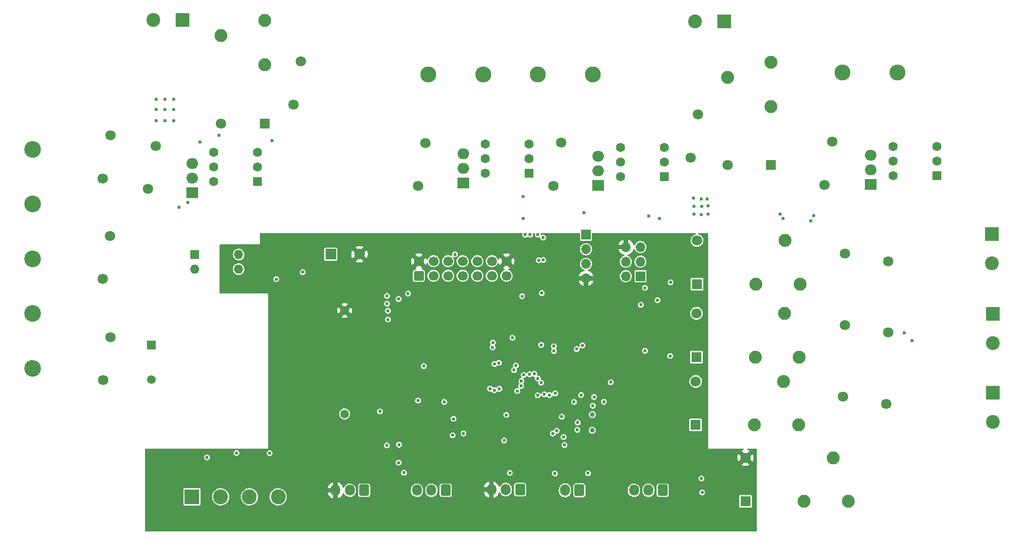
<source format=gbr>
%TF.GenerationSoftware,KiCad,Pcbnew,(6.0.0)*%
%TF.CreationDate,2022-02-18T09:12:49+03:00*%
%TF.ProjectId,Steel_form_Dish_washer PART 1,53746565-6c5f-4666-9f72-6d5f44697368,rev?*%
%TF.SameCoordinates,Original*%
%TF.FileFunction,Copper,L2,Inr*%
%TF.FilePolarity,Positive*%
%FSLAX46Y46*%
G04 Gerber Fmt 4.6, Leading zero omitted, Abs format (unit mm)*
G04 Created by KiCad (PCBNEW (6.0.0)) date 2022-02-18 09:12:49*
%MOMM*%
%LPD*%
G01*
G04 APERTURE LIST*
G04 Aperture macros list*
%AMRoundRect*
0 Rectangle with rounded corners*
0 $1 Rounding radius*
0 $2 $3 $4 $5 $6 $7 $8 $9 X,Y pos of 4 corners*
0 Add a 4 corners polygon primitive as box body*
4,1,4,$2,$3,$4,$5,$6,$7,$8,$9,$2,$3,0*
0 Add four circle primitives for the rounded corners*
1,1,$1+$1,$2,$3*
1,1,$1+$1,$4,$5*
1,1,$1+$1,$6,$7*
1,1,$1+$1,$8,$9*
0 Add four rect primitives between the rounded corners*
20,1,$1+$1,$2,$3,$4,$5,0*
20,1,$1+$1,$4,$5,$6,$7,0*
20,1,$1+$1,$6,$7,$8,$9,0*
20,1,$1+$1,$8,$9,$2,$3,0*%
G04 Aperture macros list end*
%TA.AperFunction,ComponentPad*%
%ADD10R,2.400000X2.400000*%
%TD*%
%TA.AperFunction,ComponentPad*%
%ADD11C,2.400000*%
%TD*%
%TA.AperFunction,ComponentPad*%
%ADD12C,1.800000*%
%TD*%
%TA.AperFunction,ComponentPad*%
%ADD13R,1.800000X1.800000*%
%TD*%
%TA.AperFunction,ComponentPad*%
%ADD14C,2.250000*%
%TD*%
%TA.AperFunction,ComponentPad*%
%ADD15R,1.700000X1.700000*%
%TD*%
%TA.AperFunction,ComponentPad*%
%ADD16O,1.700000X1.700000*%
%TD*%
%TA.AperFunction,ComponentPad*%
%ADD17R,1.600000X1.600000*%
%TD*%
%TA.AperFunction,ComponentPad*%
%ADD18C,1.600000*%
%TD*%
%TA.AperFunction,ComponentPad*%
%ADD19RoundRect,0.250000X0.600000X-0.600000X0.600000X0.600000X-0.600000X0.600000X-0.600000X-0.600000X0*%
%TD*%
%TA.AperFunction,ComponentPad*%
%ADD20C,1.700000*%
%TD*%
%TA.AperFunction,ComponentPad*%
%ADD21C,2.895000*%
%TD*%
%TA.AperFunction,ComponentPad*%
%ADD22RoundRect,0.250000X0.600000X0.750000X-0.600000X0.750000X-0.600000X-0.750000X0.600000X-0.750000X0*%
%TD*%
%TA.AperFunction,ComponentPad*%
%ADD23O,1.700000X2.000000*%
%TD*%
%TA.AperFunction,ComponentPad*%
%ADD24R,2.000000X1.905000*%
%TD*%
%TA.AperFunction,ComponentPad*%
%ADD25O,2.000000X1.905000*%
%TD*%
%TA.AperFunction,ComponentPad*%
%ADD26RoundRect,0.250000X0.600000X0.725000X-0.600000X0.725000X-0.600000X-0.725000X0.600000X-0.725000X0*%
%TD*%
%TA.AperFunction,ComponentPad*%
%ADD27O,1.700000X1.950000*%
%TD*%
%TA.AperFunction,ComponentPad*%
%ADD28C,2.781000*%
%TD*%
%TA.AperFunction,ComponentPad*%
%ADD29R,1.500000X1.500000*%
%TD*%
%TA.AperFunction,ComponentPad*%
%ADD30C,1.500000*%
%TD*%
%TA.AperFunction,ComponentPad*%
%ADD31R,1.850000X1.850000*%
%TD*%
%TA.AperFunction,ComponentPad*%
%ADD32C,1.850000*%
%TD*%
%TA.AperFunction,ComponentPad*%
%ADD33O,1.600000X1.600000*%
%TD*%
%TA.AperFunction,ComponentPad*%
%ADD34R,2.600000X2.600000*%
%TD*%
%TA.AperFunction,ComponentPad*%
%ADD35C,2.600000*%
%TD*%
%TA.AperFunction,ViaPad*%
%ADD36C,0.600000*%
%TD*%
%TA.AperFunction,ViaPad*%
%ADD37C,0.800000*%
%TD*%
G04 APERTURE END LIST*
D10*
%TO.N,NEUTRAL*%
%TO.C,J9*%
X300550000Y-100965000D03*
D11*
%TO.N,Net-(J9-Pad2)*%
X300550000Y-106045000D03*
%TD*%
D12*
%TO.N,Net-(J16-Pad1)*%
%TO.C,RV10*%
X180350000Y-70925000D03*
%TO.N,NEUTRAL*%
X179050000Y-78425000D03*
%TD*%
D13*
%TO.N,+5V*%
%TO.C,K2*%
X249172500Y-122330000D03*
D12*
%TO.N,Net-(K2-Pad2)*%
X249172500Y-114730000D03*
D14*
%TO.N,unconnected-(K2-Pad3)*%
X259372500Y-122330000D03*
%TO.N,L3*%
X267072500Y-122330000D03*
%TO.N,/AC_ACTUATORS/DRAIN_CONN+*%
X264472500Y-114730000D03*
%TD*%
D12*
%TO.N,/AC_ACTUATORS/DRAIN_CONN+*%
%TO.C,RV5*%
X282520000Y-118050000D03*
%TO.N,NEUTRAL*%
X275020000Y-116750000D03*
%TD*%
D15*
%TO.N,+5V*%
%TO.C,J7*%
X229955000Y-101040000D03*
D16*
%TO.N,/RXD0*%
X229955000Y-103580000D03*
%TO.N,/TXD0*%
X229955000Y-106120000D03*
%TO.N,GND*%
X229955000Y-108660000D03*
%TD*%
D10*
%TO.N,Net-(J16-Pad1)*%
%TO.C,J16*%
X159785000Y-63700000D03*
D11*
%TO.N,NEUTRAL*%
X154705000Y-63700000D03*
%TD*%
D12*
%TO.N,L2*%
%TO.C,RV2*%
X145850000Y-108750000D03*
%TO.N,NEUTRAL*%
X147150000Y-101250000D03*
%TD*%
D17*
%TO.N,Net-(R23-Pad1)*%
%TO.C,U8*%
X220010000Y-90365000D03*
D18*
%TO.N,GND*%
X220010000Y-87825000D03*
%TO.N,unconnected-(U8-Pad3)*%
X220010000Y-85285000D03*
%TO.N,Net-(D6-Pad3)*%
X212390000Y-85285000D03*
%TO.N,unconnected-(U8-Pad5)*%
X212390000Y-87825000D03*
%TO.N,Net-(R26-Pad2)*%
X212390000Y-90365000D03*
%TD*%
D13*
%TO.N,+5V*%
%TO.C,K6*%
X262150000Y-88937500D03*
D12*
%TO.N,Net-(K6-Pad2)*%
X254550000Y-88937500D03*
D14*
%TO.N,unconnected-(K6-Pad3)*%
X262150000Y-78737500D03*
%TO.N,L3*%
X262150000Y-71037500D03*
%TO.N,Net-(J15-Pad2)*%
X254550000Y-73637500D03*
%TD*%
D12*
%TO.N,/AC_ACTUATORS/ELEMENT_2*%
%TO.C,RV7*%
X224300000Y-92550000D03*
%TO.N,NEUTRAL*%
X225600000Y-85050000D03*
%TD*%
D19*
%TO.N,+5V*%
%TO.C,J5*%
X200880000Y-108202500D03*
D20*
%TO.N,GND*%
X200880000Y-105662500D03*
%TO.N,/mcu_~{IRQ}*%
X203420000Y-108202500D03*
%TO.N,+3V3*%
X203420000Y-105662500D03*
%TO.N,/mcu_SDA*%
X205960000Y-108202500D03*
%TO.N,/mcu_SCL*%
X205960000Y-105662500D03*
%TO.N,/RGB_ON{slash}OFF_BLU*%
X208500000Y-108202500D03*
%TO.N,/RGB_ON{slash}OFF_RED*%
X208500000Y-105662500D03*
%TO.N,/RGB_ON{slash}OFF_GRN*%
X211040000Y-108202500D03*
%TO.N,/START_BLU*%
X211040000Y-105662500D03*
%TO.N,/START_RED*%
X213580000Y-108202500D03*
%TO.N,/START_GRN*%
X213580000Y-105662500D03*
%TO.N,/mcu_SCREEN_RST*%
X216120000Y-108202500D03*
%TO.N,GND*%
X216120000Y-105662500D03*
%TD*%
D21*
%TO.N,L1*%
%TO.C,J3*%
X133700000Y-86190000D03*
%TO.N,L2*%
X133700000Y-95720000D03*
%TO.N,L3*%
X133700000Y-105250000D03*
%TO.N,NEUTRAL*%
X133700000Y-114780000D03*
%TO.N,/EARTH*%
X133700000Y-124310000D03*
%TD*%
D10*
%TO.N,NEUTRAL*%
%TO.C,J10*%
X300700000Y-128500000D03*
D11*
%TO.N,Net-(J10-Pad2)*%
X300700000Y-133580000D03*
%TD*%
D22*
%TO.N,+5V*%
%TO.C,J4*%
X228800000Y-145517500D03*
D23*
%TO.N,Net-(J4-Pad2)*%
X226300000Y-145517500D03*
%TD*%
D13*
%TO.N,+5V*%
%TO.C,K5*%
X174075000Y-81687500D03*
D12*
%TO.N,Net-(K5-Pad2)*%
X166475000Y-81687500D03*
D14*
%TO.N,unconnected-(K5-Pad3)*%
X174075000Y-71487500D03*
%TO.N,L1*%
X174075000Y-63787500D03*
%TO.N,Net-(J16-Pad1)*%
X166475000Y-66387500D03*
%TD*%
D12*
%TO.N,Net-(J10-Pad2)*%
%TO.C,RV6*%
X282170000Y-130500000D03*
%TO.N,NEUTRAL*%
X274670000Y-129200000D03*
%TD*%
%TO.N,Net-(J15-Pad2)*%
%TO.C,RV11*%
X249450000Y-80150000D03*
%TO.N,NEUTRAL*%
X248150000Y-87650000D03*
%TD*%
D24*
%TO.N,/AC_ACTUATORS/ELEMENT_2*%
%TO.C,D4*%
X232100000Y-92490000D03*
D25*
%TO.N,L2*%
X232100000Y-89950000D03*
%TO.N,Net-(D4-Pad3)*%
X232100000Y-87410000D03*
%TD*%
D12*
%TO.N,/AC_ACTUATORS/ELEMENT_1*%
%TO.C,RV8*%
X153775000Y-93090000D03*
%TO.N,NEUTRAL*%
X155075000Y-85590000D03*
%TD*%
D13*
%TO.N,+5V*%
%TO.C,K1*%
X249282500Y-109660000D03*
D12*
%TO.N,Net-(K1-Pad2)*%
X249282500Y-102060000D03*
D14*
%TO.N,unconnected-(K1-Pad3)*%
X259482500Y-109660000D03*
%TO.N,L1*%
X267182500Y-109660000D03*
%TO.N,Net-(J9-Pad2)*%
X264582500Y-102060000D03*
%TD*%
D12*
%TO.N,L1*%
%TO.C,RV1*%
X147200000Y-83750000D03*
%TO.N,NEUTRAL*%
X145900000Y-91250000D03*
%TD*%
D26*
%TO.N,+5V*%
%TO.C,J14*%
X218500000Y-145400000D03*
D27*
%TO.N,/pressure_sw_2*%
X216000000Y-145400000D03*
%TO.N,GND*%
X213500000Y-145400000D03*
%TD*%
D13*
%TO.N,Net-(K4-Pad1)*%
%TO.C,K4*%
X257700000Y-147450000D03*
D12*
%TO.N,GND*%
X257700000Y-139850000D03*
D14*
%TO.N,unconnected-(K4-Pad3)*%
X267900000Y-147450000D03*
%TO.N,L3*%
X275600000Y-147450000D03*
%TO.N,/AC_ACTUATORS/DRAIN_CONN+*%
X273000000Y-139850000D03*
%TD*%
D17*
%TO.N,Net-(R21-Pad1)*%
%TO.C,U6*%
X243560000Y-90925000D03*
D18*
%TO.N,GND*%
X243560000Y-88385000D03*
%TO.N,unconnected-(U6-Pad3)*%
X243560000Y-85845000D03*
%TO.N,Net-(D4-Pad3)*%
X235940000Y-85845000D03*
%TO.N,unconnected-(U6-Pad5)*%
X235940000Y-88385000D03*
%TO.N,Net-(R24-Pad2)*%
X235940000Y-90925000D03*
%TD*%
D28*
%TO.N,Net-(D9-Pad1)*%
%TO.C,J17*%
X284111500Y-72868000D03*
%TO.N,NEUTRAL*%
X274586500Y-72868000D03*
%TD*%
D24*
%TO.N,/AC_ACTUATORS/ELEMENT_1*%
%TO.C,D5*%
X161495000Y-93720000D03*
D25*
%TO.N,L1*%
X161495000Y-91180000D03*
%TO.N,Net-(D5-Pad3)*%
X161495000Y-88640000D03*
%TD*%
D17*
%TO.N,Net-(R31-Pad1)*%
%TO.C,U11*%
X291020000Y-90780000D03*
D18*
%TO.N,GND*%
X291020000Y-88240000D03*
%TO.N,unconnected-(U11-Pad3)*%
X291020000Y-85700000D03*
%TO.N,Net-(D9-Pad3)*%
X283400000Y-85700000D03*
%TO.N,unconnected-(U11-Pad5)*%
X283400000Y-88240000D03*
%TO.N,Net-(R34-Pad2)*%
X283400000Y-90780000D03*
%TD*%
D12*
%TO.N,Net-(D9-Pad1)*%
%TO.C,RV12*%
X271450000Y-92350000D03*
%TO.N,NEUTRAL*%
X272750000Y-84850000D03*
%TD*%
D15*
%TO.N,/MISO*%
%TO.C,J6*%
X239425000Y-108275000D03*
D16*
%TO.N,+5V*%
X236885000Y-108275000D03*
%TO.N,/RTD_SCLK*%
X239425000Y-105735000D03*
%TO.N,/MOSI*%
X236885000Y-105735000D03*
%TO.N,/RESET*%
X239425000Y-103195000D03*
%TO.N,GND*%
X236885000Y-103195000D03*
%TD*%
D17*
%TO.N,Net-(R22-Pad1)*%
%TO.C,U7*%
X172810000Y-91765000D03*
D18*
%TO.N,GND*%
X172810000Y-89225000D03*
%TO.N,unconnected-(U7-Pad3)*%
X172810000Y-86685000D03*
%TO.N,Net-(D5-Pad3)*%
X165190000Y-86685000D03*
%TO.N,unconnected-(U7-Pad5)*%
X165190000Y-89225000D03*
%TO.N,Net-(R25-Pad2)*%
X165190000Y-91765000D03*
%TD*%
D29*
%TO.N,L3*%
%TO.C,PS1*%
X154362500Y-120230000D03*
D30*
%TO.N,NEUTRAL*%
X154362500Y-126230000D03*
%TO.N,GND*%
X187962500Y-114230000D03*
%TO.N,+5V*%
X187962500Y-132230000D03*
%TD*%
D13*
%TO.N,+5V*%
%TO.C,K3*%
X249032500Y-134170000D03*
D12*
%TO.N,Net-(K3-Pad2)*%
X249032500Y-126570000D03*
D14*
%TO.N,unconnected-(K3-Pad3)*%
X259232500Y-134170000D03*
%TO.N,L3*%
X266932500Y-134170000D03*
%TO.N,Net-(J10-Pad2)*%
X264332500Y-126570000D03*
%TD*%
D10*
%TO.N,NEUTRAL*%
%TO.C,J11*%
X300700000Y-114815000D03*
D11*
%TO.N,/AC_ACTUATORS/DRAIN_CONN+*%
X300700000Y-119895000D03*
%TD*%
D26*
%TO.N,/RTD1_IN-*%
%TO.C,J1*%
X243300000Y-145517500D03*
D27*
%TO.N,/RTD1_IN+*%
X240800000Y-145517500D03*
%TO.N,Net-(J1-Pad3)*%
X238300000Y-145517500D03*
%TD*%
D28*
%TO.N,/AC_ACTUATORS/ELEMENT_2*%
%TO.C,J12*%
X231099000Y-73166500D03*
%TO.N,/AC_ACTUATORS/ELEMENT_3*%
X221574000Y-73166500D03*
%TO.N,/AC_ACTUATORS/ELEMENT_1*%
X212049000Y-73166500D03*
%TO.N,NEUTRAL*%
X202524000Y-73191500D03*
%TD*%
D26*
%TO.N,+5V*%
%TO.C,J13*%
X191350000Y-145517500D03*
D27*
%TO.N,/pressure_sw_1*%
X188850000Y-145517500D03*
%TO.N,GND*%
X186350000Y-145517500D03*
%TD*%
D12*
%TO.N,Net-(J9-Pad2)*%
%TO.C,RV4*%
X282520000Y-105650000D03*
%TO.N,NEUTRAL*%
X275020000Y-104350000D03*
%TD*%
D31*
%TO.N,Net-(BZ1-Pad1)*%
%TO.C,BZ1*%
X185550000Y-104450000D03*
D32*
%TO.N,GND*%
X190550000Y-104450000D03*
%TD*%
D24*
%TO.N,Net-(D9-Pad1)*%
%TO.C,D9*%
X279510000Y-92305000D03*
D25*
%TO.N,L1*%
X279510000Y-89765000D03*
%TO.N,Net-(D9-Pad3)*%
X279510000Y-87225000D03*
%TD*%
D12*
%TO.N,L3*%
%TO.C,RV3*%
X147250000Y-118850000D03*
%TO.N,NEUTRAL*%
X145950000Y-126350000D03*
%TD*%
D26*
%TO.N,/RTD2_IN-*%
%TO.C,J2*%
X205550000Y-145517500D03*
D27*
%TO.N,/RTD2_IN+*%
X203050000Y-145517500D03*
%TO.N,Net-(J2-Pad3)*%
X200550000Y-145517500D03*
%TD*%
D12*
%TO.N,/AC_ACTUATORS/ELEMENT_3*%
%TO.C,RV9*%
X200750000Y-92600000D03*
%TO.N,NEUTRAL*%
X202050000Y-85100000D03*
%TD*%
D17*
%TO.N,Net-(D3-Pad3)*%
%TO.C,U5*%
X161900000Y-104500000D03*
D33*
%TO.N,GND1*%
X161900000Y-107040000D03*
%TO.N,/ZERO_CROSS_DETECT*%
X169520000Y-107040000D03*
%TO.N,+5V*%
X169520000Y-104500000D03*
%TD*%
D24*
%TO.N,/AC_ACTUATORS/ELEMENT_3*%
%TO.C,D6*%
X208650000Y-92010000D03*
D25*
%TO.N,L3*%
X208650000Y-89470000D03*
%TO.N,Net-(D6-Pad3)*%
X208650000Y-86930000D03*
%TD*%
D10*
%TO.N,NEUTRAL*%
%TO.C,J15*%
X253985000Y-63900000D03*
D11*
%TO.N,Net-(J15-Pad2)*%
X248905000Y-63900000D03*
%TD*%
D34*
%TO.N,unconnected-(J8-Pad1)*%
%TO.C,J8*%
X161400000Y-146650000D03*
D35*
%TO.N,/AC_ACTUATORS/E2*%
X166400000Y-146650000D03*
%TO.N,/AC_ACTUATORS/E3*%
X171400000Y-146650000D03*
%TO.N,Net-(J8-Pad4)*%
X176400000Y-146650000D03*
%TD*%
D36*
%TO.N,GND*%
X235700000Y-139250000D03*
X244500000Y-132700000D03*
X218550000Y-132400000D03*
X200300000Y-125450000D03*
X227889980Y-128300000D03*
X192350000Y-129700000D03*
X210600000Y-131800000D03*
D37*
X244700000Y-108200000D03*
D36*
X234000000Y-130150000D03*
X250700000Y-103750000D03*
X178525000Y-104450000D03*
X244750000Y-120900000D03*
X212350000Y-121350000D03*
X243250000Y-118550000D03*
X192800000Y-126700000D03*
X248700000Y-106300000D03*
X233750000Y-119650000D03*
X251200000Y-97500000D03*
X175150000Y-103450000D03*
X233300000Y-136600000D03*
X194400000Y-134750000D03*
X244450000Y-131200000D03*
X228875000Y-141675000D03*
X198350000Y-126600000D03*
X162850000Y-84900000D03*
X263700000Y-97500000D03*
X214950000Y-102450000D03*
X241900000Y-103650000D03*
X233100000Y-124400000D03*
X217650000Y-113900000D03*
X203150000Y-128200000D03*
X176200000Y-102250000D03*
X178550000Y-107625000D03*
X175100000Y-102600000D03*
X243350000Y-105850000D03*
X192150000Y-123150000D03*
X201950000Y-128200000D03*
X224400000Y-125900000D03*
X232350000Y-122950000D03*
X269550000Y-97750000D03*
X176325000Y-107525000D03*
X191100000Y-134100000D03*
X192350000Y-134150000D03*
X236900000Y-139200000D03*
X229900000Y-128200000D03*
X209100000Y-130150000D03*
X236900000Y-119750000D03*
X228950000Y-131500000D03*
X209150000Y-121400000D03*
X191100000Y-129700000D03*
X248850000Y-104400000D03*
X178550000Y-102375000D03*
X246050000Y-140450000D03*
X176150000Y-104450000D03*
X171200000Y-109200000D03*
%TO.N,/RESET*%
X234250000Y-126716460D03*
X231346460Y-129284677D03*
%TO.N,+5V*%
X199000000Y-111280020D03*
X176075000Y-108775000D03*
X221550000Y-126050000D03*
X216100000Y-132400000D03*
X239500000Y-113250000D03*
X250050000Y-143450000D03*
X164025000Y-139800000D03*
X231150000Y-130800000D03*
X218723500Y-126500000D03*
X229100000Y-128950000D03*
X250150000Y-145900000D03*
X219000000Y-98250000D03*
X229650000Y-97250000D03*
X218823500Y-111750000D03*
%TO.N,+3V3*%
X194100000Y-131800000D03*
X197350000Y-112225000D03*
X216700000Y-142500000D03*
X197426500Y-137573480D03*
X195300000Y-137700000D03*
X197350000Y-140700000D03*
X230325000Y-142550000D03*
X224550000Y-142600000D03*
X198300000Y-142450000D03*
X200750000Y-129900000D03*
%TO.N,/mcu_~{IRQ}*%
X195350000Y-113050000D03*
%TO.N,L3*%
X250000000Y-94825000D03*
X251175000Y-96050000D03*
X250100000Y-96125000D03*
X248725000Y-96100000D03*
X248775000Y-97475000D03*
X251050000Y-94850000D03*
X248675000Y-94700000D03*
X250025000Y-97550000D03*
%TO.N,NEUTRAL*%
X156700000Y-77500000D03*
X156700000Y-79250000D03*
X158200000Y-77500000D03*
X155200000Y-77500000D03*
X158200000Y-79250000D03*
X158200000Y-81250000D03*
X155200000Y-79250000D03*
X155200000Y-81250000D03*
X156700000Y-81250000D03*
D37*
%TO.N,/MISO*%
X231050000Y-135050000D03*
D36*
X206900000Y-133073500D03*
X208650000Y-135626500D03*
D37*
X231063500Y-132333500D03*
D36*
%TO.N,/MOSI*%
X222700000Y-128800000D03*
X233052980Y-130120000D03*
%TO.N,/RXD0*%
X224350000Y-120450000D03*
X229337060Y-120309407D03*
%TO.N,/TXD0*%
X224400000Y-121300000D03*
X228350000Y-120950000D03*
%TO.N,/mcu_SDA*%
X195500000Y-114300000D03*
X207156328Y-104456327D03*
%TO.N,/mcu_SCREEN_RST*%
X195500000Y-115800000D03*
%TO.N,/mcu_SCL*%
X195325000Y-111700000D03*
%TO.N,/DOOR_SENSOR*%
X224850000Y-135150000D03*
X222175000Y-120225000D03*
X224600000Y-128650000D03*
X222125000Y-126800000D03*
%TO.N,/SPEAKER*%
X180650000Y-107550000D03*
X217150000Y-118975000D03*
X227875000Y-130150000D03*
%TO.N,/ZERO_CROSS_DETECT*%
X214900000Y-127850000D03*
X201745340Y-123900000D03*
%TO.N,/DRAIN_PUMP*%
X218000000Y-128250000D03*
X244600000Y-122150000D03*
%TO.N,/WASH_PUMP*%
X240216460Y-121250000D03*
X244650000Y-109350000D03*
X240216460Y-110300000D03*
X218675000Y-127350000D03*
%TO.N,/single_phase_heater_pwm*%
X219100000Y-125450000D03*
X269100000Y-98625000D03*
X242752685Y-98273500D03*
X240900000Y-97819980D03*
X219400000Y-101050000D03*
X264250000Y-98273500D03*
%TO.N,/L2_3phase_heater_pwm*%
X220150000Y-125350000D03*
X220250000Y-101050000D03*
%TO.N,/L3_3phase_heater_pwm*%
X220950000Y-125250000D03*
X219000000Y-94400000D03*
%TO.N,/RTD_SCLK*%
X226200000Y-137626500D03*
X225750000Y-132700000D03*
X221550000Y-129000000D03*
X226050000Y-136250000D03*
%TO.N,/RTD_~{DRDY}*%
X228450000Y-134986500D03*
X228500000Y-133733500D03*
%TO.N,/RTD_~{DRDY_1}*%
X223600000Y-128950000D03*
X206750000Y-135950000D03*
X205300000Y-130150000D03*
X224193003Y-135643003D03*
%TO.N,/WATER_LVL_LOW*%
X169150000Y-139025000D03*
X213700000Y-120650000D03*
%TO.N,/WATER_LVL_HIGH*%
X213750000Y-119800000D03*
X174900000Y-139050000D03*
%TO.N,/peristaltic_pump_1*%
X175375000Y-84675000D03*
X166125000Y-83750000D03*
X222498329Y-105456708D03*
X222500000Y-101550000D03*
%TO.N,/peristaltic_pump_2*%
X221600000Y-101050000D03*
X221700000Y-105500000D03*
%TO.N,/SOLENOID*%
X222273500Y-111200000D03*
X242400000Y-112450000D03*
%TO.N,/pressure_sw_1*%
X214797101Y-123336980D03*
X214033581Y-128097350D03*
X217450000Y-124600000D03*
%TO.N,/pressure_sw_2*%
X217750000Y-123800000D03*
X213280020Y-127830237D03*
X215700000Y-136850000D03*
X214026500Y-123550000D03*
%TO.N,/AC_ACTUATORS/ELEMENT_1*%
X159200000Y-96250000D03*
X160675000Y-95475000D03*
%TO.N,/AC_ACTUATORS/DRAIN_CONN+*%
X286700000Y-119500000D03*
X285325000Y-118125000D03*
%TD*%
%TA.AperFunction,Conductor*%
%TO.N,GND*%
G36*
X218862140Y-100770002D02*
G01*
X218908633Y-100823658D01*
X218918737Y-100893932D01*
X218917308Y-100900328D01*
X218916447Y-100902163D01*
X218915408Y-100908837D01*
X218901168Y-101000298D01*
X218894391Y-101043823D01*
X218895555Y-101052725D01*
X218895555Y-101052728D01*
X218900224Y-101088428D01*
X218912980Y-101185979D01*
X218916597Y-101194199D01*
X218950289Y-101270769D01*
X218970720Y-101317203D01*
X218976497Y-101324076D01*
X218976498Y-101324077D01*
X219054581Y-101416968D01*
X219062970Y-101426948D01*
X219182313Y-101506390D01*
X219319157Y-101549142D01*
X219328129Y-101549306D01*
X219328132Y-101549307D01*
X219393463Y-101550504D01*
X219462499Y-101551770D01*
X219471533Y-101549307D01*
X219592158Y-101516421D01*
X219592160Y-101516420D01*
X219600817Y-101514060D01*
X219722991Y-101439045D01*
X219729014Y-101432391D01*
X219729018Y-101432388D01*
X219730839Y-101430376D01*
X219733134Y-101428971D01*
X219735923Y-101426655D01*
X219736257Y-101427058D01*
X219791384Y-101393298D01*
X219862364Y-101394839D01*
X219907737Y-101420723D01*
X219912970Y-101426948D01*
X219920441Y-101431921D01*
X219920442Y-101431922D01*
X220006741Y-101489368D01*
X220032313Y-101506390D01*
X220169157Y-101549142D01*
X220178129Y-101549306D01*
X220178132Y-101549307D01*
X220243463Y-101550504D01*
X220312499Y-101551770D01*
X220321533Y-101549307D01*
X220442158Y-101516421D01*
X220442160Y-101516420D01*
X220450817Y-101514060D01*
X220572991Y-101439045D01*
X220579439Y-101431922D01*
X220663178Y-101339407D01*
X220669200Y-101332754D01*
X220731710Y-101203733D01*
X220755496Y-101062354D01*
X220755647Y-101050000D01*
X220735323Y-100908082D01*
X220734961Y-100907285D01*
X220735036Y-100840366D01*
X220773487Y-100780683D01*
X220838101Y-100751262D01*
X220855892Y-100750000D01*
X220994019Y-100750000D01*
X221062140Y-100770002D01*
X221108633Y-100823658D01*
X221118737Y-100893932D01*
X221117308Y-100900328D01*
X221116447Y-100902163D01*
X221115408Y-100908837D01*
X221101168Y-101000298D01*
X221094391Y-101043823D01*
X221095555Y-101052725D01*
X221095555Y-101052728D01*
X221100224Y-101088428D01*
X221112980Y-101185979D01*
X221116597Y-101194199D01*
X221150289Y-101270769D01*
X221170720Y-101317203D01*
X221176497Y-101324076D01*
X221176498Y-101324077D01*
X221254581Y-101416968D01*
X221262970Y-101426948D01*
X221382313Y-101506390D01*
X221519157Y-101549142D01*
X221528129Y-101549306D01*
X221528132Y-101549307D01*
X221593463Y-101550504D01*
X221662499Y-101551770D01*
X221671533Y-101549307D01*
X221792158Y-101516421D01*
X221792160Y-101516420D01*
X221800817Y-101514060D01*
X221810742Y-101507966D01*
X221813301Y-101507271D01*
X221816706Y-101505798D01*
X221816919Y-101506289D01*
X221879259Y-101489368D01*
X221946955Y-101510765D01*
X221992336Y-101565364D01*
X222001606Y-101599002D01*
X222012980Y-101685979D01*
X222070720Y-101817203D01*
X222076497Y-101824076D01*
X222076498Y-101824077D01*
X222157190Y-101920072D01*
X222162970Y-101926948D01*
X222282313Y-102006390D01*
X222419157Y-102049142D01*
X222428129Y-102049306D01*
X222428132Y-102049307D01*
X222493463Y-102050504D01*
X222562499Y-102051770D01*
X222571533Y-102049307D01*
X222692158Y-102016421D01*
X222692160Y-102016420D01*
X222700817Y-102014060D01*
X222822991Y-101939045D01*
X222856930Y-101901550D01*
X222913178Y-101839407D01*
X222919200Y-101832754D01*
X222981710Y-101703733D01*
X223005496Y-101562354D01*
X223005647Y-101550000D01*
X222992480Y-101458057D01*
X222986596Y-101416968D01*
X222986595Y-101416965D01*
X222985323Y-101408082D01*
X222925984Y-101277572D01*
X222862360Y-101203733D01*
X222838260Y-101175763D01*
X222838257Y-101175760D01*
X222832400Y-101168963D01*
X222712095Y-101090985D01*
X222574739Y-101049907D01*
X222565763Y-101049852D01*
X222565762Y-101049852D01*
X222505555Y-101049484D01*
X222431376Y-101049031D01*
X222293529Y-101088428D01*
X222285939Y-101093217D01*
X222277743Y-101096883D01*
X222276564Y-101094247D01*
X222222379Y-101109667D01*
X222154428Y-101089095D01*
X222108385Y-101035052D01*
X222098706Y-101001533D01*
X222086596Y-100916970D01*
X222086596Y-100916969D01*
X222085323Y-100908082D01*
X222084961Y-100907285D01*
X222085036Y-100840366D01*
X222123487Y-100780683D01*
X222188101Y-100751262D01*
X222205892Y-100750000D01*
X228778500Y-100750000D01*
X228846621Y-100770002D01*
X228893114Y-100823658D01*
X228904500Y-100876000D01*
X228904500Y-101909748D01*
X228905707Y-101915816D01*
X228911262Y-101943741D01*
X228916133Y-101968231D01*
X228960448Y-102034552D01*
X229026769Y-102078867D01*
X229038938Y-102081288D01*
X229038939Y-102081288D01*
X229079184Y-102089293D01*
X229085252Y-102090500D01*
X230824748Y-102090500D01*
X230830816Y-102089293D01*
X230871061Y-102081288D01*
X230871062Y-102081288D01*
X230883231Y-102078867D01*
X230949552Y-102034552D01*
X230993867Y-101968231D01*
X230998739Y-101943741D01*
X231004293Y-101915816D01*
X231005500Y-101909748D01*
X231005500Y-100876000D01*
X231025502Y-100807879D01*
X231079158Y-100761386D01*
X231131500Y-100750000D01*
X248948046Y-100750000D01*
X249016167Y-100770002D01*
X249062660Y-100823658D01*
X249072764Y-100893932D01*
X249043270Y-100958512D01*
X248991657Y-100994212D01*
X248806693Y-101062449D01*
X248801732Y-101065401D01*
X248801731Y-101065401D01*
X248727327Y-101109667D01*
X248632871Y-101165862D01*
X248480805Y-101299220D01*
X248355589Y-101458057D01*
X248261414Y-101637053D01*
X248201437Y-101830213D01*
X248177664Y-102031069D01*
X248190892Y-102232894D01*
X248212240Y-102316951D01*
X248225186Y-102367926D01*
X248240678Y-102428928D01*
X248325356Y-102612607D01*
X248328689Y-102617323D01*
X248423250Y-102751124D01*
X248442088Y-102777780D01*
X248586966Y-102918913D01*
X248755137Y-103031282D01*
X248760440Y-103033560D01*
X248760443Y-103033562D01*
X248848791Y-103071519D01*
X248940970Y-103111122D01*
X249138240Y-103155760D01*
X249144009Y-103155987D01*
X249144012Y-103155987D01*
X249214728Y-103158765D01*
X249340342Y-103163700D01*
X249426632Y-103151189D01*
X249534786Y-103135508D01*
X249534791Y-103135507D01*
X249540507Y-103134678D01*
X249545979Y-103132820D01*
X249545981Y-103132820D01*
X249726567Y-103071519D01*
X249726569Y-103071518D01*
X249732031Y-103069664D01*
X249874336Y-102989970D01*
X249903464Y-102973658D01*
X249903465Y-102973657D01*
X249908501Y-102970837D01*
X249970933Y-102918913D01*
X250059573Y-102845191D01*
X250064005Y-102841505D01*
X250177634Y-102704882D01*
X250189646Y-102690439D01*
X250193337Y-102686001D01*
X250292164Y-102509531D01*
X250357178Y-102318007D01*
X250358007Y-102312291D01*
X250358008Y-102312286D01*
X250380442Y-102157555D01*
X250386200Y-102117842D01*
X250387715Y-102060000D01*
X250369208Y-101858591D01*
X250357536Y-101817203D01*
X250322845Y-101694199D01*
X250314307Y-101663926D01*
X250224851Y-101482527D01*
X250206579Y-101458057D01*
X250107288Y-101325091D01*
X250107287Y-101325090D01*
X250103835Y-101320467D01*
X250080850Y-101299220D01*
X249959553Y-101187094D01*
X249959551Y-101187092D01*
X249955312Y-101183174D01*
X249925050Y-101164080D01*
X249789137Y-101078325D01*
X249784257Y-101075246D01*
X249596398Y-101000298D01*
X249590730Y-100999171D01*
X249585192Y-100997530D01*
X249585685Y-100995865D01*
X249529876Y-100966673D01*
X249494743Y-100904979D01*
X249498541Y-100834084D01*
X249540066Y-100776497D01*
X249606132Y-100750502D01*
X249617365Y-100750000D01*
X251074000Y-100750000D01*
X251142121Y-100770002D01*
X251188614Y-100823658D01*
X251200000Y-100876000D01*
X251200000Y-138250000D01*
X257271854Y-138250000D01*
X257339975Y-138270002D01*
X257386468Y-138323658D01*
X257396572Y-138393932D01*
X257367078Y-138458512D01*
X257310999Y-138495765D01*
X257157422Y-138545962D01*
X257147925Y-138549954D01*
X257044113Y-138603994D01*
X257033945Y-138613766D01*
X257036371Y-138620686D01*
X257687188Y-139271503D01*
X257701132Y-139279117D01*
X257702965Y-139278986D01*
X257709580Y-139274735D01*
X258359012Y-138625303D01*
X258365772Y-138612923D01*
X258360959Y-138606493D01*
X258283679Y-138563833D01*
X258274273Y-138559606D01*
X258091189Y-138494773D01*
X258033652Y-138453179D01*
X258007736Y-138387081D01*
X258021670Y-138317466D01*
X258071028Y-138266434D01*
X258133248Y-138250000D01*
X259574000Y-138250000D01*
X259642121Y-138270002D01*
X259688614Y-138323658D01*
X259700000Y-138376000D01*
X259700000Y-152524000D01*
X259679998Y-152592121D01*
X259626342Y-152638614D01*
X259574000Y-152650000D01*
X153326000Y-152650000D01*
X153257879Y-152629998D01*
X153211386Y-152576342D01*
X153200000Y-152524000D01*
X153200000Y-148369748D01*
X256599500Y-148369748D01*
X256611133Y-148428231D01*
X256655448Y-148494552D01*
X256721769Y-148538867D01*
X256733938Y-148541288D01*
X256733939Y-148541288D01*
X256774184Y-148549293D01*
X256780252Y-148550500D01*
X258619748Y-148550500D01*
X258625816Y-148549293D01*
X258666061Y-148541288D01*
X258666062Y-148541288D01*
X258678231Y-148538867D01*
X258744552Y-148494552D01*
X258788867Y-148428231D01*
X258800500Y-148369748D01*
X258800500Y-146530252D01*
X258795569Y-146505460D01*
X258791288Y-146483939D01*
X258791288Y-146483938D01*
X258788867Y-146471769D01*
X258744552Y-146405448D01*
X258678231Y-146361133D01*
X258666062Y-146358712D01*
X258666061Y-146358712D01*
X258625816Y-146350707D01*
X258619748Y-146349500D01*
X256780252Y-146349500D01*
X256774184Y-146350707D01*
X256733939Y-146358712D01*
X256733938Y-146358712D01*
X256721769Y-146361133D01*
X256655448Y-146405448D01*
X256611133Y-146471769D01*
X256608712Y-146483938D01*
X256608712Y-146483939D01*
X256604431Y-146505460D01*
X256599500Y-146530252D01*
X256599500Y-148369748D01*
X153200000Y-148369748D01*
X153200000Y-147969748D01*
X159899500Y-147969748D01*
X159900707Y-147975816D01*
X159907077Y-148007838D01*
X159911133Y-148028231D01*
X159955448Y-148094552D01*
X160021769Y-148138867D01*
X160033938Y-148141288D01*
X160033939Y-148141288D01*
X160053818Y-148145242D01*
X160080252Y-148150500D01*
X162719748Y-148150500D01*
X162746182Y-148145242D01*
X162766061Y-148141288D01*
X162766062Y-148141288D01*
X162778231Y-148138867D01*
X162844552Y-148094552D01*
X162888867Y-148028231D01*
X162892924Y-148007838D01*
X162899293Y-147975816D01*
X162900500Y-147969748D01*
X162900500Y-146613214D01*
X164894806Y-146613214D01*
X164895103Y-146618363D01*
X164895103Y-146618370D01*
X164901140Y-146723057D01*
X164909010Y-146859545D01*
X164910147Y-146864591D01*
X164910148Y-146864597D01*
X164927151Y-146940043D01*
X164963255Y-147100249D01*
X165056084Y-147328861D01*
X165185006Y-147539241D01*
X165346557Y-147725741D01*
X165536399Y-147883351D01*
X165749433Y-148007838D01*
X165754253Y-148009678D01*
X165754258Y-148009681D01*
X165868547Y-148053323D01*
X165979939Y-148095859D01*
X165985007Y-148096890D01*
X165985010Y-148096891D01*
X166104587Y-148121219D01*
X166221726Y-148145052D01*
X166226899Y-148145242D01*
X166226902Y-148145242D01*
X166463136Y-148153904D01*
X166463140Y-148153904D01*
X166468300Y-148154093D01*
X166473420Y-148153437D01*
X166473422Y-148153437D01*
X166568259Y-148141288D01*
X166713041Y-148122741D01*
X166717990Y-148121256D01*
X166717996Y-148121255D01*
X166944424Y-148053323D01*
X166944423Y-148053323D01*
X166949374Y-148051838D01*
X167053266Y-148000942D01*
X167166303Y-147945566D01*
X167166308Y-147945563D01*
X167170954Y-147943287D01*
X167175164Y-147940284D01*
X167175169Y-147940281D01*
X167367617Y-147803009D01*
X167367622Y-147803005D01*
X167371829Y-147800004D01*
X167546605Y-147625837D01*
X167690588Y-147425463D01*
X167799911Y-147204264D01*
X167833045Y-147095207D01*
X167870135Y-146973132D01*
X167870136Y-146973126D01*
X167871639Y-146968180D01*
X167886622Y-146854376D01*
X167903408Y-146726872D01*
X167903409Y-146726866D01*
X167903845Y-146723550D01*
X167903981Y-146718000D01*
X167905561Y-146653364D01*
X167905561Y-146653360D01*
X167905643Y-146650000D01*
X167902619Y-146613214D01*
X169894806Y-146613214D01*
X169895103Y-146618363D01*
X169895103Y-146618370D01*
X169901140Y-146723057D01*
X169909010Y-146859545D01*
X169910147Y-146864591D01*
X169910148Y-146864597D01*
X169927151Y-146940043D01*
X169963255Y-147100249D01*
X170056084Y-147328861D01*
X170185006Y-147539241D01*
X170346557Y-147725741D01*
X170536399Y-147883351D01*
X170749433Y-148007838D01*
X170754253Y-148009678D01*
X170754258Y-148009681D01*
X170868547Y-148053323D01*
X170979939Y-148095859D01*
X170985007Y-148096890D01*
X170985010Y-148096891D01*
X171104587Y-148121219D01*
X171221726Y-148145052D01*
X171226899Y-148145242D01*
X171226902Y-148145242D01*
X171463136Y-148153904D01*
X171463140Y-148153904D01*
X171468300Y-148154093D01*
X171473420Y-148153437D01*
X171473422Y-148153437D01*
X171568259Y-148141288D01*
X171713041Y-148122741D01*
X171717990Y-148121256D01*
X171717996Y-148121255D01*
X171944424Y-148053323D01*
X171944423Y-148053323D01*
X171949374Y-148051838D01*
X172053266Y-148000942D01*
X172166303Y-147945566D01*
X172166308Y-147945563D01*
X172170954Y-147943287D01*
X172175164Y-147940284D01*
X172175169Y-147940281D01*
X172367617Y-147803009D01*
X172367622Y-147803005D01*
X172371829Y-147800004D01*
X172546605Y-147625837D01*
X172690588Y-147425463D01*
X172799911Y-147204264D01*
X172833045Y-147095207D01*
X172870135Y-146973132D01*
X172870136Y-146973126D01*
X172871639Y-146968180D01*
X172886622Y-146854376D01*
X172903408Y-146726872D01*
X172903409Y-146726866D01*
X172903845Y-146723550D01*
X172903981Y-146718000D01*
X172905561Y-146653364D01*
X172905561Y-146653360D01*
X172905643Y-146650000D01*
X172902619Y-146613214D01*
X174894806Y-146613214D01*
X174895103Y-146618363D01*
X174895103Y-146618370D01*
X174901140Y-146723057D01*
X174909010Y-146859545D01*
X174910147Y-146864591D01*
X174910148Y-146864597D01*
X174927151Y-146940043D01*
X174963255Y-147100249D01*
X175056084Y-147328861D01*
X175185006Y-147539241D01*
X175346557Y-147725741D01*
X175536399Y-147883351D01*
X175749433Y-148007838D01*
X175754253Y-148009678D01*
X175754258Y-148009681D01*
X175868547Y-148053323D01*
X175979939Y-148095859D01*
X175985007Y-148096890D01*
X175985010Y-148096891D01*
X176104587Y-148121219D01*
X176221726Y-148145052D01*
X176226899Y-148145242D01*
X176226902Y-148145242D01*
X176463136Y-148153904D01*
X176463140Y-148153904D01*
X176468300Y-148154093D01*
X176473420Y-148153437D01*
X176473422Y-148153437D01*
X176568259Y-148141288D01*
X176713041Y-148122741D01*
X176717990Y-148121256D01*
X176717996Y-148121255D01*
X176944424Y-148053323D01*
X176944423Y-148053323D01*
X176949374Y-148051838D01*
X177053266Y-148000942D01*
X177166303Y-147945566D01*
X177166308Y-147945563D01*
X177170954Y-147943287D01*
X177175164Y-147940284D01*
X177175169Y-147940281D01*
X177367617Y-147803009D01*
X177367622Y-147803005D01*
X177371829Y-147800004D01*
X177546605Y-147625837D01*
X177690588Y-147425463D01*
X177799911Y-147204264D01*
X177833045Y-147095207D01*
X177870135Y-146973132D01*
X177870136Y-146973126D01*
X177871639Y-146968180D01*
X177886622Y-146854376D01*
X177903408Y-146726872D01*
X177903409Y-146726866D01*
X177903845Y-146723550D01*
X177903981Y-146718000D01*
X177905561Y-146653364D01*
X177905561Y-146653360D01*
X177905643Y-146650000D01*
X177895798Y-146530252D01*
X177885849Y-146409240D01*
X177885848Y-146409234D01*
X177885425Y-146404089D01*
X177825316Y-146164783D01*
X177726928Y-145938507D01*
X177721608Y-145930283D01*
X185021667Y-145930283D01*
X185063130Y-146090035D01*
X185066665Y-146100075D01*
X185156937Y-146300470D01*
X185162106Y-146309756D01*
X185284850Y-146492075D01*
X185291519Y-146500370D01*
X185443228Y-146659400D01*
X185451186Y-146666441D01*
X185627525Y-146797641D01*
X185636562Y-146803245D01*
X185832482Y-146902856D01*
X185842343Y-146906859D01*
X185932697Y-146934915D01*
X185946799Y-146935134D01*
X185950000Y-146928403D01*
X185950000Y-146926512D01*
X186750000Y-146926512D01*
X186753973Y-146940043D01*
X186759570Y-146940848D01*
X186951029Y-146865237D01*
X186960561Y-146860506D01*
X187148462Y-146746484D01*
X187157052Y-146740220D01*
X187323052Y-146596173D01*
X187330472Y-146588542D01*
X187469826Y-146418589D01*
X187475850Y-146409822D01*
X187584576Y-146218818D01*
X187589041Y-146209154D01*
X187643564Y-146058947D01*
X187685609Y-146001739D01*
X187751908Y-145976343D01*
X187821412Y-145990823D01*
X187872055Y-146040581D01*
X187874060Y-146044735D01*
X187874065Y-146044751D01*
X187970782Y-146226651D01*
X188038561Y-146309756D01*
X188097094Y-146381525D01*
X188097097Y-146381528D01*
X188100989Y-146386300D01*
X188105736Y-146390227D01*
X188105738Y-146390229D01*
X188254975Y-146513689D01*
X188254979Y-146513691D01*
X188259725Y-146517618D01*
X188440945Y-146615603D01*
X188637746Y-146676523D01*
X188643871Y-146677167D01*
X188643872Y-146677167D01*
X188836502Y-146697413D01*
X188836504Y-146697413D01*
X188842631Y-146698057D01*
X188930956Y-146690019D01*
X189041658Y-146679945D01*
X189041661Y-146679944D01*
X189047797Y-146679386D01*
X189245428Y-146621220D01*
X189270559Y-146608082D01*
X189367884Y-146557201D01*
X189427998Y-146525774D01*
X189432799Y-146521914D01*
X189432802Y-146521912D01*
X189583746Y-146400550D01*
X189583747Y-146400550D01*
X189588553Y-146396685D01*
X189672758Y-146296334D01*
X190299500Y-146296334D01*
X190302481Y-146327869D01*
X190347366Y-146455684D01*
X190352958Y-146463254D01*
X190352959Y-146463257D01*
X190400509Y-146527634D01*
X190427850Y-146564650D01*
X190435421Y-146570242D01*
X190529243Y-146639541D01*
X190529246Y-146639542D01*
X190536816Y-146645134D01*
X190664631Y-146690019D01*
X190672277Y-146690742D01*
X190672278Y-146690742D01*
X190678248Y-146691306D01*
X190696166Y-146693000D01*
X192003834Y-146693000D01*
X192021752Y-146691306D01*
X192027722Y-146690742D01*
X192027723Y-146690742D01*
X192035369Y-146690019D01*
X192163184Y-146645134D01*
X192170754Y-146639542D01*
X192170757Y-146639541D01*
X192264579Y-146570242D01*
X192272150Y-146564650D01*
X192299491Y-146527634D01*
X192347041Y-146463257D01*
X192347042Y-146463254D01*
X192352634Y-146455684D01*
X192397519Y-146327869D01*
X192400500Y-146296334D01*
X192400500Y-145694341D01*
X199499500Y-145694341D01*
X199514520Y-145847530D01*
X199574065Y-146044751D01*
X199670782Y-146226651D01*
X199738561Y-146309756D01*
X199797094Y-146381525D01*
X199797097Y-146381528D01*
X199800989Y-146386300D01*
X199805736Y-146390227D01*
X199805738Y-146390229D01*
X199954975Y-146513689D01*
X199954979Y-146513691D01*
X199959725Y-146517618D01*
X200140945Y-146615603D01*
X200337746Y-146676523D01*
X200343871Y-146677167D01*
X200343872Y-146677167D01*
X200536502Y-146697413D01*
X200536504Y-146697413D01*
X200542631Y-146698057D01*
X200630956Y-146690019D01*
X200741658Y-146679945D01*
X200741661Y-146679944D01*
X200747797Y-146679386D01*
X200945428Y-146621220D01*
X200970559Y-146608082D01*
X201067884Y-146557201D01*
X201127998Y-146525774D01*
X201132799Y-146521914D01*
X201132802Y-146521912D01*
X201283746Y-146400550D01*
X201283747Y-146400550D01*
X201288553Y-146396685D01*
X201420976Y-146238870D01*
X201423944Y-146233472D01*
X201423947Y-146233467D01*
X201517257Y-146063735D01*
X201520224Y-146058338D01*
X201582516Y-145861968D01*
X201583474Y-145853432D01*
X201593837Y-145761035D01*
X201600500Y-145701636D01*
X201600500Y-145694341D01*
X201999500Y-145694341D01*
X202014520Y-145847530D01*
X202074065Y-146044751D01*
X202170782Y-146226651D01*
X202238561Y-146309756D01*
X202297094Y-146381525D01*
X202297097Y-146381528D01*
X202300989Y-146386300D01*
X202305736Y-146390227D01*
X202305738Y-146390229D01*
X202454975Y-146513689D01*
X202454979Y-146513691D01*
X202459725Y-146517618D01*
X202640945Y-146615603D01*
X202837746Y-146676523D01*
X202843871Y-146677167D01*
X202843872Y-146677167D01*
X203036502Y-146697413D01*
X203036504Y-146697413D01*
X203042631Y-146698057D01*
X203130956Y-146690019D01*
X203241658Y-146679945D01*
X203241661Y-146679944D01*
X203247797Y-146679386D01*
X203445428Y-146621220D01*
X203470559Y-146608082D01*
X203567884Y-146557201D01*
X203627998Y-146525774D01*
X203632799Y-146521914D01*
X203632802Y-146521912D01*
X203783746Y-146400550D01*
X203783747Y-146400550D01*
X203788553Y-146396685D01*
X203872758Y-146296334D01*
X204499500Y-146296334D01*
X204502481Y-146327869D01*
X204547366Y-146455684D01*
X204552958Y-146463254D01*
X204552959Y-146463257D01*
X204600509Y-146527634D01*
X204627850Y-146564650D01*
X204635421Y-146570242D01*
X204729243Y-146639541D01*
X204729246Y-146639542D01*
X204736816Y-146645134D01*
X204864631Y-146690019D01*
X204872277Y-146690742D01*
X204872278Y-146690742D01*
X204878248Y-146691306D01*
X204896166Y-146693000D01*
X206203834Y-146693000D01*
X206221752Y-146691306D01*
X206227722Y-146690742D01*
X206227723Y-146690742D01*
X206235369Y-146690019D01*
X206363184Y-146645134D01*
X206370754Y-146639542D01*
X206370757Y-146639541D01*
X206464579Y-146570242D01*
X206472150Y-146564650D01*
X206499491Y-146527634D01*
X206547041Y-146463257D01*
X206547042Y-146463254D01*
X206552634Y-146455684D01*
X206597519Y-146327869D01*
X206600500Y-146296334D01*
X206600500Y-145812783D01*
X212171667Y-145812783D01*
X212213130Y-145972535D01*
X212216665Y-145982575D01*
X212306937Y-146182970D01*
X212312106Y-146192256D01*
X212434850Y-146374575D01*
X212441519Y-146382870D01*
X212593228Y-146541900D01*
X212601186Y-146548941D01*
X212777525Y-146680141D01*
X212786562Y-146685745D01*
X212982482Y-146785356D01*
X212992343Y-146789359D01*
X213082697Y-146817415D01*
X213096799Y-146817634D01*
X213100000Y-146810903D01*
X213100000Y-146809012D01*
X213900000Y-146809012D01*
X213903973Y-146822543D01*
X213909570Y-146823348D01*
X214101029Y-146747737D01*
X214110561Y-146743006D01*
X214298462Y-146628984D01*
X214307052Y-146622720D01*
X214473052Y-146478673D01*
X214480472Y-146471042D01*
X214619826Y-146301089D01*
X214625850Y-146292322D01*
X214734576Y-146101318D01*
X214739041Y-146091654D01*
X214793564Y-145941447D01*
X214835609Y-145884239D01*
X214901908Y-145858843D01*
X214971412Y-145873323D01*
X215022055Y-145923081D01*
X215024060Y-145927235D01*
X215024065Y-145927251D01*
X215120782Y-146109151D01*
X215188561Y-146192256D01*
X215247094Y-146264025D01*
X215247097Y-146264028D01*
X215250989Y-146268800D01*
X215255736Y-146272727D01*
X215255738Y-146272729D01*
X215404975Y-146396189D01*
X215404979Y-146396191D01*
X215409725Y-146400118D01*
X215590945Y-146498103D01*
X215787746Y-146559023D01*
X215793871Y-146559667D01*
X215793872Y-146559667D01*
X215986502Y-146579913D01*
X215986504Y-146579913D01*
X215992631Y-146580557D01*
X216080956Y-146572519D01*
X216191658Y-146562445D01*
X216191661Y-146562444D01*
X216197797Y-146561886D01*
X216395428Y-146503720D01*
X216439492Y-146480684D01*
X216504303Y-146446801D01*
X216577998Y-146408274D01*
X216582799Y-146404414D01*
X216582802Y-146404412D01*
X216733746Y-146283050D01*
X216733747Y-146283050D01*
X216738553Y-146279185D01*
X216822758Y-146178834D01*
X217449500Y-146178834D01*
X217452481Y-146210369D01*
X217497366Y-146338184D01*
X217502958Y-146345754D01*
X217502959Y-146345757D01*
X217555549Y-146416957D01*
X217577850Y-146447150D01*
X217585421Y-146452742D01*
X217679243Y-146522041D01*
X217679246Y-146522042D01*
X217686816Y-146527634D01*
X217814631Y-146572519D01*
X217822277Y-146573242D01*
X217822278Y-146573242D01*
X217828248Y-146573806D01*
X217846166Y-146575500D01*
X219153834Y-146575500D01*
X219171752Y-146573806D01*
X219177722Y-146573242D01*
X219177723Y-146573242D01*
X219185369Y-146572519D01*
X219313184Y-146527634D01*
X219320754Y-146522042D01*
X219320757Y-146522041D01*
X219414579Y-146452742D01*
X219422150Y-146447150D01*
X219444451Y-146416957D01*
X219497041Y-146345757D01*
X219497042Y-146345754D01*
X219502634Y-146338184D01*
X219547519Y-146210369D01*
X219550500Y-146178834D01*
X219550500Y-145719341D01*
X225249500Y-145719341D01*
X225264520Y-145872530D01*
X225324065Y-146069751D01*
X225420782Y-146251651D01*
X225477614Y-146321334D01*
X225547094Y-146406525D01*
X225547097Y-146406528D01*
X225550989Y-146411300D01*
X225555736Y-146415227D01*
X225555738Y-146415229D01*
X225704975Y-146538689D01*
X225704979Y-146538691D01*
X225709725Y-146542618D01*
X225890945Y-146640603D01*
X226087746Y-146701523D01*
X226093871Y-146702167D01*
X226093872Y-146702167D01*
X226286502Y-146722413D01*
X226286504Y-146722413D01*
X226292631Y-146723057D01*
X226380956Y-146715019D01*
X226491658Y-146704945D01*
X226491661Y-146704944D01*
X226497797Y-146704386D01*
X226695428Y-146646220D01*
X226753993Y-146615603D01*
X226805755Y-146588542D01*
X226877998Y-146550774D01*
X226882799Y-146546914D01*
X226882802Y-146546912D01*
X227033746Y-146425550D01*
X227033747Y-146425550D01*
X227038553Y-146421685D01*
X227122758Y-146321334D01*
X227749500Y-146321334D01*
X227752481Y-146352869D01*
X227797366Y-146480684D01*
X227802958Y-146488254D01*
X227802959Y-146488257D01*
X227853883Y-146557201D01*
X227877850Y-146589650D01*
X227885421Y-146595242D01*
X227979243Y-146664541D01*
X227979246Y-146664542D01*
X227986816Y-146670134D01*
X228114631Y-146715019D01*
X228122277Y-146715742D01*
X228122278Y-146715742D01*
X228128248Y-146716306D01*
X228146166Y-146718000D01*
X229453834Y-146718000D01*
X229471752Y-146716306D01*
X229477722Y-146715742D01*
X229477723Y-146715742D01*
X229485369Y-146715019D01*
X229613184Y-146670134D01*
X229620754Y-146664542D01*
X229620757Y-146664541D01*
X229714579Y-146595242D01*
X229722150Y-146589650D01*
X229746117Y-146557201D01*
X229797041Y-146488257D01*
X229797042Y-146488254D01*
X229802634Y-146480684D01*
X229847519Y-146352869D01*
X229850500Y-146321334D01*
X229850500Y-145694341D01*
X237249500Y-145694341D01*
X237264520Y-145847530D01*
X237324065Y-146044751D01*
X237420782Y-146226651D01*
X237488561Y-146309756D01*
X237547094Y-146381525D01*
X237547097Y-146381528D01*
X237550989Y-146386300D01*
X237555736Y-146390227D01*
X237555738Y-146390229D01*
X237704975Y-146513689D01*
X237704979Y-146513691D01*
X237709725Y-146517618D01*
X237890945Y-146615603D01*
X238087746Y-146676523D01*
X238093871Y-146677167D01*
X238093872Y-146677167D01*
X238286502Y-146697413D01*
X238286504Y-146697413D01*
X238292631Y-146698057D01*
X238380956Y-146690019D01*
X238491658Y-146679945D01*
X238491661Y-146679944D01*
X238497797Y-146679386D01*
X238695428Y-146621220D01*
X238720559Y-146608082D01*
X238817884Y-146557201D01*
X238877998Y-146525774D01*
X238882799Y-146521914D01*
X238882802Y-146521912D01*
X239033746Y-146400550D01*
X239033747Y-146400550D01*
X239038553Y-146396685D01*
X239170976Y-146238870D01*
X239173944Y-146233472D01*
X239173947Y-146233467D01*
X239267257Y-146063735D01*
X239270224Y-146058338D01*
X239332516Y-145861968D01*
X239333474Y-145853432D01*
X239343837Y-145761035D01*
X239350500Y-145701636D01*
X239350500Y-145694341D01*
X239749500Y-145694341D01*
X239764520Y-145847530D01*
X239824065Y-146044751D01*
X239920782Y-146226651D01*
X239988561Y-146309756D01*
X240047094Y-146381525D01*
X240047097Y-146381528D01*
X240050989Y-146386300D01*
X240055736Y-146390227D01*
X240055738Y-146390229D01*
X240204975Y-146513689D01*
X240204979Y-146513691D01*
X240209725Y-146517618D01*
X240390945Y-146615603D01*
X240587746Y-146676523D01*
X240593871Y-146677167D01*
X240593872Y-146677167D01*
X240786502Y-146697413D01*
X240786504Y-146697413D01*
X240792631Y-146698057D01*
X240880956Y-146690019D01*
X240991658Y-146679945D01*
X240991661Y-146679944D01*
X240997797Y-146679386D01*
X241195428Y-146621220D01*
X241220559Y-146608082D01*
X241317884Y-146557201D01*
X241377998Y-146525774D01*
X241382799Y-146521914D01*
X241382802Y-146521912D01*
X241533746Y-146400550D01*
X241533747Y-146400550D01*
X241538553Y-146396685D01*
X241622758Y-146296334D01*
X242249500Y-146296334D01*
X242252481Y-146327869D01*
X242297366Y-146455684D01*
X242302958Y-146463254D01*
X242302959Y-146463257D01*
X242350509Y-146527634D01*
X242377850Y-146564650D01*
X242385421Y-146570242D01*
X242479243Y-146639541D01*
X242479246Y-146639542D01*
X242486816Y-146645134D01*
X242614631Y-146690019D01*
X242622277Y-146690742D01*
X242622278Y-146690742D01*
X242628248Y-146691306D01*
X242646166Y-146693000D01*
X243953834Y-146693000D01*
X243971752Y-146691306D01*
X243977722Y-146690742D01*
X243977723Y-146690742D01*
X243985369Y-146690019D01*
X244113184Y-146645134D01*
X244120754Y-146639542D01*
X244120757Y-146639541D01*
X244214579Y-146570242D01*
X244222150Y-146564650D01*
X244249491Y-146527634D01*
X244297041Y-146463257D01*
X244297042Y-146463254D01*
X244302634Y-146455684D01*
X244347519Y-146327869D01*
X244350500Y-146296334D01*
X244350500Y-145893823D01*
X249644391Y-145893823D01*
X249645555Y-145902725D01*
X249645555Y-145902728D01*
X249650855Y-145943256D01*
X249662980Y-146035979D01*
X249720720Y-146167203D01*
X249726497Y-146174076D01*
X249726498Y-146174077D01*
X249780962Y-146238870D01*
X249812970Y-146276948D01*
X249820447Y-146281925D01*
X249923776Y-146350707D01*
X249932313Y-146356390D01*
X250069157Y-146399142D01*
X250078129Y-146399306D01*
X250078132Y-146399307D01*
X250143463Y-146400504D01*
X250212499Y-146401770D01*
X250221533Y-146399307D01*
X250342158Y-146366421D01*
X250342160Y-146366420D01*
X250350817Y-146364060D01*
X250472991Y-146289045D01*
X250487760Y-146272729D01*
X250563178Y-146189407D01*
X250569200Y-146182754D01*
X250609258Y-146100075D01*
X250627795Y-146061814D01*
X250627795Y-146061813D01*
X250631710Y-146053733D01*
X250655496Y-145912354D01*
X250655647Y-145900000D01*
X250647473Y-145842924D01*
X250636596Y-145766968D01*
X250636595Y-145766965D01*
X250635323Y-145758082D01*
X250621026Y-145726636D01*
X250579700Y-145635746D01*
X250575984Y-145627572D01*
X250538557Y-145584136D01*
X250488260Y-145525763D01*
X250488257Y-145525760D01*
X250482400Y-145518963D01*
X250362095Y-145440985D01*
X250224739Y-145399907D01*
X250215763Y-145399852D01*
X250215762Y-145399852D01*
X250155555Y-145399484D01*
X250081376Y-145399031D01*
X249943529Y-145438428D01*
X249822280Y-145514930D01*
X249727377Y-145622388D01*
X249666447Y-145752163D01*
X249665066Y-145761035D01*
X249647583Y-145873323D01*
X249644391Y-145893823D01*
X244350500Y-145893823D01*
X244350500Y-144738666D01*
X244347519Y-144707131D01*
X244302634Y-144579316D01*
X244297042Y-144571746D01*
X244297041Y-144571743D01*
X244227742Y-144477921D01*
X244222150Y-144470350D01*
X244161327Y-144425425D01*
X244120757Y-144395459D01*
X244120754Y-144395458D01*
X244113184Y-144389866D01*
X243985369Y-144344981D01*
X243977723Y-144344258D01*
X243977722Y-144344258D01*
X243971752Y-144343694D01*
X243953834Y-144342000D01*
X242646166Y-144342000D01*
X242628248Y-144343694D01*
X242622278Y-144344258D01*
X242622277Y-144344258D01*
X242614631Y-144344981D01*
X242486816Y-144389866D01*
X242479246Y-144395458D01*
X242479243Y-144395459D01*
X242438673Y-144425425D01*
X242377850Y-144470350D01*
X242372258Y-144477921D01*
X242302959Y-144571743D01*
X242302958Y-144571746D01*
X242297366Y-144579316D01*
X242252481Y-144707131D01*
X242249500Y-144738666D01*
X242249500Y-146296334D01*
X241622758Y-146296334D01*
X241670976Y-146238870D01*
X241673944Y-146233472D01*
X241673947Y-146233467D01*
X241767257Y-146063735D01*
X241770224Y-146058338D01*
X241832516Y-145861968D01*
X241833474Y-145853432D01*
X241843837Y-145761035D01*
X241850500Y-145701636D01*
X241850500Y-145340659D01*
X241835480Y-145187470D01*
X241775935Y-144990249D01*
X241679218Y-144808349D01*
X241590756Y-144699884D01*
X241552906Y-144653475D01*
X241552903Y-144653472D01*
X241549011Y-144648700D01*
X241531786Y-144634450D01*
X241395025Y-144521311D01*
X241395021Y-144521309D01*
X241390275Y-144517382D01*
X241209055Y-144419397D01*
X241012254Y-144358477D01*
X241006129Y-144357833D01*
X241006128Y-144357833D01*
X240813498Y-144337587D01*
X240813496Y-144337587D01*
X240807369Y-144336943D01*
X240726988Y-144344258D01*
X240608342Y-144355055D01*
X240608339Y-144355056D01*
X240602203Y-144355614D01*
X240404572Y-144413780D01*
X240222002Y-144509226D01*
X240217201Y-144513086D01*
X240217198Y-144513088D01*
X240066254Y-144634450D01*
X240061447Y-144638315D01*
X239929024Y-144796130D01*
X239926056Y-144801528D01*
X239926053Y-144801533D01*
X239846487Y-144946265D01*
X239829776Y-144976662D01*
X239767484Y-145173032D01*
X239766798Y-145179149D01*
X239766797Y-145179153D01*
X239758248Y-145255374D01*
X239749500Y-145333364D01*
X239749500Y-145694341D01*
X239350500Y-145694341D01*
X239350500Y-145340659D01*
X239335480Y-145187470D01*
X239275935Y-144990249D01*
X239179218Y-144808349D01*
X239090756Y-144699884D01*
X239052906Y-144653475D01*
X239052903Y-144653472D01*
X239049011Y-144648700D01*
X239031786Y-144634450D01*
X238895025Y-144521311D01*
X238895021Y-144521309D01*
X238890275Y-144517382D01*
X238709055Y-144419397D01*
X238512254Y-144358477D01*
X238506129Y-144357833D01*
X238506128Y-144357833D01*
X238313498Y-144337587D01*
X238313496Y-144337587D01*
X238307369Y-144336943D01*
X238226988Y-144344258D01*
X238108342Y-144355055D01*
X238108339Y-144355056D01*
X238102203Y-144355614D01*
X237904572Y-144413780D01*
X237722002Y-144509226D01*
X237717201Y-144513086D01*
X237717198Y-144513088D01*
X237566254Y-144634450D01*
X237561447Y-144638315D01*
X237429024Y-144796130D01*
X237426056Y-144801528D01*
X237426053Y-144801533D01*
X237346487Y-144946265D01*
X237329776Y-144976662D01*
X237267484Y-145173032D01*
X237266798Y-145179149D01*
X237266797Y-145179153D01*
X237258248Y-145255374D01*
X237249500Y-145333364D01*
X237249500Y-145694341D01*
X229850500Y-145694341D01*
X229850500Y-144713666D01*
X229847519Y-144682131D01*
X229802634Y-144554316D01*
X229797042Y-144546746D01*
X229797041Y-144546743D01*
X229734312Y-144461816D01*
X229722150Y-144445350D01*
X229684546Y-144417575D01*
X229620757Y-144370459D01*
X229620754Y-144370458D01*
X229613184Y-144364866D01*
X229485369Y-144319981D01*
X229477723Y-144319258D01*
X229477722Y-144319258D01*
X229471752Y-144318694D01*
X229453834Y-144317000D01*
X228146166Y-144317000D01*
X228128248Y-144318694D01*
X228122278Y-144319258D01*
X228122277Y-144319258D01*
X228114631Y-144319981D01*
X227986816Y-144364866D01*
X227979246Y-144370458D01*
X227979243Y-144370459D01*
X227915454Y-144417575D01*
X227877850Y-144445350D01*
X227865688Y-144461816D01*
X227802959Y-144546743D01*
X227802958Y-144546746D01*
X227797366Y-144554316D01*
X227752481Y-144682131D01*
X227749500Y-144713666D01*
X227749500Y-146321334D01*
X227122758Y-146321334D01*
X227170976Y-146263870D01*
X227173944Y-146258472D01*
X227173947Y-146258467D01*
X227267257Y-146088735D01*
X227270224Y-146083338D01*
X227315234Y-145941447D01*
X227330653Y-145892841D01*
X227332516Y-145886968D01*
X227333474Y-145878432D01*
X227345976Y-145766968D01*
X227350500Y-145726636D01*
X227350500Y-145315659D01*
X227335480Y-145162470D01*
X227275935Y-144965249D01*
X227179218Y-144783349D01*
X227069401Y-144648700D01*
X227052906Y-144628475D01*
X227052903Y-144628472D01*
X227049011Y-144623700D01*
X227044262Y-144619771D01*
X226895025Y-144496311D01*
X226895021Y-144496309D01*
X226890275Y-144492382D01*
X226709055Y-144394397D01*
X226512254Y-144333477D01*
X226506129Y-144332833D01*
X226506128Y-144332833D01*
X226313498Y-144312587D01*
X226313496Y-144312587D01*
X226307369Y-144311943D01*
X226226988Y-144319258D01*
X226108342Y-144330055D01*
X226108339Y-144330056D01*
X226102203Y-144330614D01*
X225904572Y-144388780D01*
X225899107Y-144391637D01*
X225840403Y-144422327D01*
X225722002Y-144484226D01*
X225717201Y-144488086D01*
X225717198Y-144488088D01*
X225592685Y-144588199D01*
X225561447Y-144613315D01*
X225429024Y-144771130D01*
X225426056Y-144776528D01*
X225426053Y-144776533D01*
X225369915Y-144878649D01*
X225329776Y-144951662D01*
X225267484Y-145148032D01*
X225266798Y-145154149D01*
X225266797Y-145154153D01*
X225261817Y-145198557D01*
X225249500Y-145308364D01*
X225249500Y-145719341D01*
X219550500Y-145719341D01*
X219550500Y-144621166D01*
X219547519Y-144589631D01*
X219502634Y-144461816D01*
X219497042Y-144454246D01*
X219497041Y-144454243D01*
X219427742Y-144360421D01*
X219422150Y-144352850D01*
X219395049Y-144332833D01*
X219320757Y-144277959D01*
X219320754Y-144277958D01*
X219313184Y-144272366D01*
X219185369Y-144227481D01*
X219177723Y-144226758D01*
X219177722Y-144226758D01*
X219171752Y-144226194D01*
X219153834Y-144224500D01*
X217846166Y-144224500D01*
X217828248Y-144226194D01*
X217822278Y-144226758D01*
X217822277Y-144226758D01*
X217814631Y-144227481D01*
X217686816Y-144272366D01*
X217679246Y-144277958D01*
X217679243Y-144277959D01*
X217604951Y-144332833D01*
X217577850Y-144352850D01*
X217572258Y-144360421D01*
X217502959Y-144454243D01*
X217502958Y-144454246D01*
X217497366Y-144461816D01*
X217452481Y-144589631D01*
X217449500Y-144621166D01*
X217449500Y-146178834D01*
X216822758Y-146178834D01*
X216870976Y-146121370D01*
X216873944Y-146115972D01*
X216873947Y-146115967D01*
X216967257Y-145946235D01*
X216970224Y-145940838D01*
X217032516Y-145744468D01*
X217033502Y-145735683D01*
X217050107Y-145587636D01*
X217050500Y-145584136D01*
X217050500Y-145223159D01*
X217035480Y-145069970D01*
X216975935Y-144872749D01*
X216879218Y-144690849D01*
X216796666Y-144589631D01*
X216752906Y-144535975D01*
X216752903Y-144535972D01*
X216749011Y-144531200D01*
X216742173Y-144525543D01*
X216595025Y-144403811D01*
X216595021Y-144403809D01*
X216590275Y-144399882D01*
X216441164Y-144319258D01*
X216414474Y-144304827D01*
X216409055Y-144301897D01*
X216212254Y-144240977D01*
X216206129Y-144240333D01*
X216206128Y-144240333D01*
X216013498Y-144220087D01*
X216013496Y-144220087D01*
X216007369Y-144219443D01*
X215926988Y-144226758D01*
X215808342Y-144237555D01*
X215808339Y-144237556D01*
X215802203Y-144238114D01*
X215604572Y-144296280D01*
X215599107Y-144299137D01*
X215556662Y-144321327D01*
X215422002Y-144391726D01*
X215417201Y-144395586D01*
X215417198Y-144395588D01*
X215291924Y-144496311D01*
X215261447Y-144520815D01*
X215129024Y-144678630D01*
X215126056Y-144684028D01*
X215126053Y-144684033D01*
X215074080Y-144778573D01*
X215029776Y-144859162D01*
X215028566Y-144862978D01*
X214983824Y-144917134D01*
X214916193Y-144938732D01*
X214847620Y-144920337D01*
X214799879Y-144867790D01*
X214791271Y-144844421D01*
X214786870Y-144827465D01*
X214783335Y-144817425D01*
X214693063Y-144617030D01*
X214687894Y-144607744D01*
X214565150Y-144425425D01*
X214558481Y-144417130D01*
X214406772Y-144258100D01*
X214398814Y-144251059D01*
X214222475Y-144119859D01*
X214213438Y-144114255D01*
X214017518Y-144014644D01*
X214007657Y-144010641D01*
X213917303Y-143982585D01*
X213903201Y-143982366D01*
X213900000Y-143989097D01*
X213900000Y-146809012D01*
X213100000Y-146809012D01*
X213100000Y-145818115D01*
X213095525Y-145802876D01*
X213094135Y-145801671D01*
X213086452Y-145800000D01*
X212186464Y-145800000D01*
X212172933Y-145803973D01*
X212171667Y-145812783D01*
X206600500Y-145812783D01*
X206600500Y-144982174D01*
X212172897Y-144982174D01*
X212174315Y-144995414D01*
X212188952Y-145000000D01*
X213081885Y-145000000D01*
X213097124Y-144995525D01*
X213098329Y-144994135D01*
X213100000Y-144986452D01*
X213100000Y-143990988D01*
X213096027Y-143977457D01*
X213090430Y-143976652D01*
X212898971Y-144052263D01*
X212889439Y-144056994D01*
X212701539Y-144171015D01*
X212692948Y-144177280D01*
X212526948Y-144321327D01*
X212519528Y-144328958D01*
X212380174Y-144498911D01*
X212374150Y-144507678D01*
X212265424Y-144698682D01*
X212260959Y-144708346D01*
X212185968Y-144914943D01*
X212183199Y-144925207D01*
X212172897Y-144982174D01*
X206600500Y-144982174D01*
X206600500Y-144738666D01*
X206597519Y-144707131D01*
X206552634Y-144579316D01*
X206547042Y-144571746D01*
X206547041Y-144571743D01*
X206477742Y-144477921D01*
X206472150Y-144470350D01*
X206411327Y-144425425D01*
X206370757Y-144395459D01*
X206370754Y-144395458D01*
X206363184Y-144389866D01*
X206235369Y-144344981D01*
X206227723Y-144344258D01*
X206227722Y-144344258D01*
X206221752Y-144343694D01*
X206203834Y-144342000D01*
X204896166Y-144342000D01*
X204878248Y-144343694D01*
X204872278Y-144344258D01*
X204872277Y-144344258D01*
X204864631Y-144344981D01*
X204736816Y-144389866D01*
X204729246Y-144395458D01*
X204729243Y-144395459D01*
X204688673Y-144425425D01*
X204627850Y-144470350D01*
X204622258Y-144477921D01*
X204552959Y-144571743D01*
X204552958Y-144571746D01*
X204547366Y-144579316D01*
X204502481Y-144707131D01*
X204499500Y-144738666D01*
X204499500Y-146296334D01*
X203872758Y-146296334D01*
X203920976Y-146238870D01*
X203923944Y-146233472D01*
X203923947Y-146233467D01*
X204017257Y-146063735D01*
X204020224Y-146058338D01*
X204082516Y-145861968D01*
X204083474Y-145853432D01*
X204093837Y-145761035D01*
X204100500Y-145701636D01*
X204100500Y-145340659D01*
X204085480Y-145187470D01*
X204025935Y-144990249D01*
X203929218Y-144808349D01*
X203840756Y-144699884D01*
X203802906Y-144653475D01*
X203802903Y-144653472D01*
X203799011Y-144648700D01*
X203781786Y-144634450D01*
X203645025Y-144521311D01*
X203645021Y-144521309D01*
X203640275Y-144517382D01*
X203459055Y-144419397D01*
X203262254Y-144358477D01*
X203256129Y-144357833D01*
X203256128Y-144357833D01*
X203063498Y-144337587D01*
X203063496Y-144337587D01*
X203057369Y-144336943D01*
X202976988Y-144344258D01*
X202858342Y-144355055D01*
X202858339Y-144355056D01*
X202852203Y-144355614D01*
X202654572Y-144413780D01*
X202472002Y-144509226D01*
X202467201Y-144513086D01*
X202467198Y-144513088D01*
X202316254Y-144634450D01*
X202311447Y-144638315D01*
X202179024Y-144796130D01*
X202176056Y-144801528D01*
X202176053Y-144801533D01*
X202096487Y-144946265D01*
X202079776Y-144976662D01*
X202017484Y-145173032D01*
X202016798Y-145179149D01*
X202016797Y-145179153D01*
X202008248Y-145255374D01*
X201999500Y-145333364D01*
X201999500Y-145694341D01*
X201600500Y-145694341D01*
X201600500Y-145340659D01*
X201585480Y-145187470D01*
X201525935Y-144990249D01*
X201429218Y-144808349D01*
X201340756Y-144699884D01*
X201302906Y-144653475D01*
X201302903Y-144653472D01*
X201299011Y-144648700D01*
X201281786Y-144634450D01*
X201145025Y-144521311D01*
X201145021Y-144521309D01*
X201140275Y-144517382D01*
X200959055Y-144419397D01*
X200762254Y-144358477D01*
X200756129Y-144357833D01*
X200756128Y-144357833D01*
X200563498Y-144337587D01*
X200563496Y-144337587D01*
X200557369Y-144336943D01*
X200476988Y-144344258D01*
X200358342Y-144355055D01*
X200358339Y-144355056D01*
X200352203Y-144355614D01*
X200154572Y-144413780D01*
X199972002Y-144509226D01*
X199967201Y-144513086D01*
X199967198Y-144513088D01*
X199816254Y-144634450D01*
X199811447Y-144638315D01*
X199679024Y-144796130D01*
X199676056Y-144801528D01*
X199676053Y-144801533D01*
X199596487Y-144946265D01*
X199579776Y-144976662D01*
X199517484Y-145173032D01*
X199516798Y-145179149D01*
X199516797Y-145179153D01*
X199508248Y-145255374D01*
X199499500Y-145333364D01*
X199499500Y-145694341D01*
X192400500Y-145694341D01*
X192400500Y-144738666D01*
X192397519Y-144707131D01*
X192352634Y-144579316D01*
X192347042Y-144571746D01*
X192347041Y-144571743D01*
X192277742Y-144477921D01*
X192272150Y-144470350D01*
X192211327Y-144425425D01*
X192170757Y-144395459D01*
X192170754Y-144395458D01*
X192163184Y-144389866D01*
X192035369Y-144344981D01*
X192027723Y-144344258D01*
X192027722Y-144344258D01*
X192021752Y-144343694D01*
X192003834Y-144342000D01*
X190696166Y-144342000D01*
X190678248Y-144343694D01*
X190672278Y-144344258D01*
X190672277Y-144344258D01*
X190664631Y-144344981D01*
X190536816Y-144389866D01*
X190529246Y-144395458D01*
X190529243Y-144395459D01*
X190488673Y-144425425D01*
X190427850Y-144470350D01*
X190422258Y-144477921D01*
X190352959Y-144571743D01*
X190352958Y-144571746D01*
X190347366Y-144579316D01*
X190302481Y-144707131D01*
X190299500Y-144738666D01*
X190299500Y-146296334D01*
X189672758Y-146296334D01*
X189720976Y-146238870D01*
X189723944Y-146233472D01*
X189723947Y-146233467D01*
X189817257Y-146063735D01*
X189820224Y-146058338D01*
X189882516Y-145861968D01*
X189883474Y-145853432D01*
X189893837Y-145761035D01*
X189900500Y-145701636D01*
X189900500Y-145340659D01*
X189885480Y-145187470D01*
X189825935Y-144990249D01*
X189729218Y-144808349D01*
X189640756Y-144699884D01*
X189602906Y-144653475D01*
X189602903Y-144653472D01*
X189599011Y-144648700D01*
X189581786Y-144634450D01*
X189445025Y-144521311D01*
X189445021Y-144521309D01*
X189440275Y-144517382D01*
X189259055Y-144419397D01*
X189062254Y-144358477D01*
X189056129Y-144357833D01*
X189056128Y-144357833D01*
X188863498Y-144337587D01*
X188863496Y-144337587D01*
X188857369Y-144336943D01*
X188776988Y-144344258D01*
X188658342Y-144355055D01*
X188658339Y-144355056D01*
X188652203Y-144355614D01*
X188454572Y-144413780D01*
X188272002Y-144509226D01*
X188267201Y-144513086D01*
X188267198Y-144513088D01*
X188116254Y-144634450D01*
X188111447Y-144638315D01*
X187979024Y-144796130D01*
X187976056Y-144801528D01*
X187976053Y-144801533D01*
X187936902Y-144872749D01*
X187879776Y-144976662D01*
X187878566Y-144980478D01*
X187833824Y-145034634D01*
X187766193Y-145056232D01*
X187697620Y-145037837D01*
X187649879Y-144985290D01*
X187641271Y-144961921D01*
X187636870Y-144944965D01*
X187633335Y-144934925D01*
X187543063Y-144734530D01*
X187537894Y-144725244D01*
X187415150Y-144542925D01*
X187408481Y-144534630D01*
X187256772Y-144375600D01*
X187248814Y-144368559D01*
X187072475Y-144237359D01*
X187063438Y-144231755D01*
X186867518Y-144132144D01*
X186857657Y-144128141D01*
X186767303Y-144100085D01*
X186753201Y-144099866D01*
X186750000Y-144106597D01*
X186750000Y-146926512D01*
X185950000Y-146926512D01*
X185950000Y-145935615D01*
X185945525Y-145920376D01*
X185944135Y-145919171D01*
X185936452Y-145917500D01*
X185036464Y-145917500D01*
X185022933Y-145921473D01*
X185021667Y-145930283D01*
X177721608Y-145930283D01*
X177592905Y-145731339D01*
X177579183Y-145716258D01*
X177505922Y-145635746D01*
X177426846Y-145548842D01*
X177422795Y-145545643D01*
X177422791Y-145545639D01*
X177237264Y-145399119D01*
X177237259Y-145399116D01*
X177233210Y-145395918D01*
X177228694Y-145393425D01*
X177228691Y-145393423D01*
X177021722Y-145279170D01*
X177021718Y-145279168D01*
X177017198Y-145276673D01*
X177012329Y-145274949D01*
X177012325Y-145274947D01*
X176789485Y-145196035D01*
X176789481Y-145196034D01*
X176784610Y-145194309D01*
X176779517Y-145193402D01*
X176779514Y-145193401D01*
X176546783Y-145151945D01*
X176546777Y-145151944D01*
X176541694Y-145151039D01*
X176462324Y-145150069D01*
X176300142Y-145148088D01*
X176300140Y-145148088D01*
X176294972Y-145148025D01*
X176051070Y-145185347D01*
X175816540Y-145262003D01*
X175597679Y-145375935D01*
X175593546Y-145379038D01*
X175593543Y-145379040D01*
X175407183Y-145518963D01*
X175400364Y-145524083D01*
X175229896Y-145702468D01*
X175226982Y-145706740D01*
X175226981Y-145706741D01*
X175207238Y-145735683D01*
X175090851Y-145906300D01*
X175051617Y-145990823D01*
X174999217Y-146103710D01*
X174986965Y-146130104D01*
X174921026Y-146367871D01*
X174894806Y-146613214D01*
X172902619Y-146613214D01*
X172895798Y-146530252D01*
X172885849Y-146409240D01*
X172885848Y-146409234D01*
X172885425Y-146404089D01*
X172825316Y-146164783D01*
X172726928Y-145938507D01*
X172592905Y-145731339D01*
X172579183Y-145716258D01*
X172505922Y-145635746D01*
X172426846Y-145548842D01*
X172422795Y-145545643D01*
X172422791Y-145545639D01*
X172237264Y-145399119D01*
X172237259Y-145399116D01*
X172233210Y-145395918D01*
X172228694Y-145393425D01*
X172228691Y-145393423D01*
X172021722Y-145279170D01*
X172021718Y-145279168D01*
X172017198Y-145276673D01*
X172012329Y-145274949D01*
X172012325Y-145274947D01*
X171789485Y-145196035D01*
X171789481Y-145196034D01*
X171784610Y-145194309D01*
X171779517Y-145193402D01*
X171779514Y-145193401D01*
X171546783Y-145151945D01*
X171546777Y-145151944D01*
X171541694Y-145151039D01*
X171462324Y-145150069D01*
X171300142Y-145148088D01*
X171300140Y-145148088D01*
X171294972Y-145148025D01*
X171051070Y-145185347D01*
X170816540Y-145262003D01*
X170597679Y-145375935D01*
X170593546Y-145379038D01*
X170593543Y-145379040D01*
X170407183Y-145518963D01*
X170400364Y-145524083D01*
X170229896Y-145702468D01*
X170226982Y-145706740D01*
X170226981Y-145706741D01*
X170207238Y-145735683D01*
X170090851Y-145906300D01*
X170051617Y-145990823D01*
X169999217Y-146103710D01*
X169986965Y-146130104D01*
X169921026Y-146367871D01*
X169894806Y-146613214D01*
X167902619Y-146613214D01*
X167895798Y-146530252D01*
X167885849Y-146409240D01*
X167885848Y-146409234D01*
X167885425Y-146404089D01*
X167825316Y-146164783D01*
X167726928Y-145938507D01*
X167592905Y-145731339D01*
X167579183Y-145716258D01*
X167505922Y-145635746D01*
X167426846Y-145548842D01*
X167422795Y-145545643D01*
X167422791Y-145545639D01*
X167237264Y-145399119D01*
X167237259Y-145399116D01*
X167233210Y-145395918D01*
X167228694Y-145393425D01*
X167228691Y-145393423D01*
X167021722Y-145279170D01*
X167021718Y-145279168D01*
X167017198Y-145276673D01*
X167012329Y-145274949D01*
X167012325Y-145274947D01*
X166789485Y-145196035D01*
X166789481Y-145196034D01*
X166784610Y-145194309D01*
X166779517Y-145193402D01*
X166779514Y-145193401D01*
X166546783Y-145151945D01*
X166546777Y-145151944D01*
X166541694Y-145151039D01*
X166462324Y-145150069D01*
X166300142Y-145148088D01*
X166300140Y-145148088D01*
X166294972Y-145148025D01*
X166051070Y-145185347D01*
X165816540Y-145262003D01*
X165597679Y-145375935D01*
X165593546Y-145379038D01*
X165593543Y-145379040D01*
X165407183Y-145518963D01*
X165400364Y-145524083D01*
X165229896Y-145702468D01*
X165226982Y-145706740D01*
X165226981Y-145706741D01*
X165207238Y-145735683D01*
X165090851Y-145906300D01*
X165051617Y-145990823D01*
X164999217Y-146103710D01*
X164986965Y-146130104D01*
X164921026Y-146367871D01*
X164894806Y-146613214D01*
X162900500Y-146613214D01*
X162900500Y-145330252D01*
X162888867Y-145271769D01*
X162844552Y-145205448D01*
X162796039Y-145173032D01*
X162788547Y-145168026D01*
X162778231Y-145161133D01*
X162766062Y-145158712D01*
X162766061Y-145158712D01*
X162725816Y-145150707D01*
X162719748Y-145149500D01*
X160080252Y-145149500D01*
X160074184Y-145150707D01*
X160033939Y-145158712D01*
X160033938Y-145158712D01*
X160021769Y-145161133D01*
X160011453Y-145168026D01*
X160003961Y-145173032D01*
X159955448Y-145205448D01*
X159911133Y-145271769D01*
X159899500Y-145330252D01*
X159899500Y-147969748D01*
X153200000Y-147969748D01*
X153200000Y-145099674D01*
X185022897Y-145099674D01*
X185024315Y-145112914D01*
X185038952Y-145117500D01*
X185931885Y-145117500D01*
X185947124Y-145113025D01*
X185948329Y-145111635D01*
X185950000Y-145103952D01*
X185950000Y-144108488D01*
X185946027Y-144094957D01*
X185940430Y-144094152D01*
X185748971Y-144169763D01*
X185739439Y-144174494D01*
X185551539Y-144288515D01*
X185542948Y-144294780D01*
X185376948Y-144438827D01*
X185369528Y-144446458D01*
X185230174Y-144616411D01*
X185224150Y-144625178D01*
X185115424Y-144816182D01*
X185110959Y-144825846D01*
X185035968Y-145032443D01*
X185033199Y-145042707D01*
X185022897Y-145099674D01*
X153200000Y-145099674D01*
X153200000Y-143443823D01*
X249544391Y-143443823D01*
X249545555Y-143452725D01*
X249545555Y-143452728D01*
X249546814Y-143462354D01*
X249562980Y-143585979D01*
X249620720Y-143717203D01*
X249626497Y-143724076D01*
X249626498Y-143724077D01*
X249633792Y-143732754D01*
X249712970Y-143826948D01*
X249832313Y-143906390D01*
X249969157Y-143949142D01*
X249978129Y-143949306D01*
X249978132Y-143949307D01*
X250043463Y-143950504D01*
X250112499Y-143951770D01*
X250121533Y-143949307D01*
X250242158Y-143916421D01*
X250242160Y-143916420D01*
X250250817Y-143914060D01*
X250372991Y-143839045D01*
X250469200Y-143732754D01*
X250531710Y-143603733D01*
X250555496Y-143462354D01*
X250555647Y-143450000D01*
X250535323Y-143308082D01*
X250475984Y-143177572D01*
X250457598Y-143156234D01*
X250388260Y-143075763D01*
X250388257Y-143075760D01*
X250382400Y-143068963D01*
X250262095Y-142990985D01*
X250124739Y-142949907D01*
X250115763Y-142949852D01*
X250115762Y-142949852D01*
X250055555Y-142949484D01*
X249981376Y-142949031D01*
X249843529Y-142988428D01*
X249722280Y-143064930D01*
X249627377Y-143172388D01*
X249566447Y-143302163D01*
X249544391Y-143443823D01*
X153200000Y-143443823D01*
X153200000Y-142443823D01*
X197794391Y-142443823D01*
X197795555Y-142452725D01*
X197795555Y-142452728D01*
X197797441Y-142467149D01*
X197812980Y-142585979D01*
X197816597Y-142594199D01*
X197842793Y-142653733D01*
X197870720Y-142717203D01*
X197876497Y-142724076D01*
X197876498Y-142724077D01*
X197947869Y-142808983D01*
X197962970Y-142826948D01*
X198082313Y-142906390D01*
X198219157Y-142949142D01*
X198228129Y-142949306D01*
X198228132Y-142949307D01*
X198293463Y-142950504D01*
X198362499Y-142951770D01*
X198371533Y-142949307D01*
X198492158Y-142916421D01*
X198492160Y-142916420D01*
X198500817Y-142914060D01*
X198622991Y-142839045D01*
X198719200Y-142732754D01*
X198761774Y-142644881D01*
X198777795Y-142611814D01*
X198777795Y-142611813D01*
X198781710Y-142603733D01*
X198800202Y-142493823D01*
X216194391Y-142493823D01*
X216195555Y-142502725D01*
X216195555Y-142502728D01*
X216196814Y-142512354D01*
X216212980Y-142635979D01*
X216216597Y-142644199D01*
X216242793Y-142703733D01*
X216270720Y-142767203D01*
X216276497Y-142774076D01*
X216276498Y-142774077D01*
X216335057Y-142843741D01*
X216362970Y-142876948D01*
X216370447Y-142881925D01*
X216471425Y-142949142D01*
X216482313Y-142956390D01*
X216619157Y-142999142D01*
X216628129Y-142999306D01*
X216628132Y-142999307D01*
X216693463Y-143000504D01*
X216762499Y-143001770D01*
X216771533Y-142999307D01*
X216892158Y-142966421D01*
X216892160Y-142966420D01*
X216900817Y-142964060D01*
X217022991Y-142889045D01*
X217119200Y-142782754D01*
X217161774Y-142694881D01*
X217177795Y-142661814D01*
X217177795Y-142661813D01*
X217181710Y-142653733D01*
X217191789Y-142593823D01*
X224044391Y-142593823D01*
X224045555Y-142602725D01*
X224045555Y-142602728D01*
X224052225Y-142653733D01*
X224062980Y-142735979D01*
X224120720Y-142867203D01*
X224126497Y-142874076D01*
X224126498Y-142874077D01*
X224204121Y-142966421D01*
X224212970Y-142976948D01*
X224242288Y-142996464D01*
X224321425Y-143049142D01*
X224332313Y-143056390D01*
X224469157Y-143099142D01*
X224478129Y-143099306D01*
X224478132Y-143099307D01*
X224543463Y-143100504D01*
X224612499Y-143101770D01*
X224621533Y-143099307D01*
X224742158Y-143066421D01*
X224742160Y-143066420D01*
X224750817Y-143064060D01*
X224872991Y-142989045D01*
X224907054Y-142951413D01*
X224963178Y-142889407D01*
X224969200Y-142882754D01*
X225014426Y-142789407D01*
X225027795Y-142761814D01*
X225027795Y-142761813D01*
X225031710Y-142753733D01*
X225055496Y-142612354D01*
X225055647Y-142600000D01*
X225047602Y-142543823D01*
X229819391Y-142543823D01*
X229820555Y-142552725D01*
X229820555Y-142552728D01*
X229826107Y-142595184D01*
X229837980Y-142685979D01*
X229841597Y-142694199D01*
X229867793Y-142753733D01*
X229895720Y-142817203D01*
X229901497Y-142824076D01*
X229901498Y-142824077D01*
X229979121Y-142916421D01*
X229987970Y-142926948D01*
X229995447Y-142931925D01*
X230096425Y-142999142D01*
X230107313Y-143006390D01*
X230244157Y-143049142D01*
X230253129Y-143049306D01*
X230253132Y-143049307D01*
X230318463Y-143050504D01*
X230387499Y-143051770D01*
X230396533Y-143049307D01*
X230517158Y-143016421D01*
X230517160Y-143016420D01*
X230525817Y-143014060D01*
X230647991Y-142939045D01*
X230682054Y-142901413D01*
X230738178Y-142839407D01*
X230744200Y-142832754D01*
X230786774Y-142744881D01*
X230802795Y-142711814D01*
X230802795Y-142711813D01*
X230806710Y-142703733D01*
X230830496Y-142562354D01*
X230830647Y-142550000D01*
X230818095Y-142462354D01*
X230811596Y-142416968D01*
X230811595Y-142416965D01*
X230810323Y-142408082D01*
X230750984Y-142277572D01*
X230707901Y-142227572D01*
X230663260Y-142175763D01*
X230663257Y-142175760D01*
X230657400Y-142168963D01*
X230537095Y-142090985D01*
X230399739Y-142049907D01*
X230390763Y-142049852D01*
X230390762Y-142049852D01*
X230330555Y-142049484D01*
X230256376Y-142049031D01*
X230118529Y-142088428D01*
X229997280Y-142164930D01*
X229991338Y-142171658D01*
X229991337Y-142171659D01*
X229953122Y-142214930D01*
X229902377Y-142272388D01*
X229841447Y-142402163D01*
X229833999Y-142450000D01*
X229824291Y-142512354D01*
X229819391Y-142543823D01*
X225047602Y-142543823D01*
X225041326Y-142500000D01*
X225036596Y-142466968D01*
X225036595Y-142466965D01*
X225035323Y-142458082D01*
X224975984Y-142327572D01*
X224922636Y-142265659D01*
X224888260Y-142225763D01*
X224888257Y-142225760D01*
X224882400Y-142218963D01*
X224762095Y-142140985D01*
X224624739Y-142099907D01*
X224615763Y-142099852D01*
X224615762Y-142099852D01*
X224555555Y-142099484D01*
X224481376Y-142099031D01*
X224343529Y-142138428D01*
X224222280Y-142214930D01*
X224127377Y-142322388D01*
X224066447Y-142452163D01*
X224064142Y-142466968D01*
X224046999Y-142577074D01*
X224044391Y-142593823D01*
X217191789Y-142593823D01*
X217205496Y-142512354D01*
X217205647Y-142500000D01*
X217193756Y-142416968D01*
X217186596Y-142366968D01*
X217186595Y-142366965D01*
X217185323Y-142358082D01*
X217175168Y-142335746D01*
X217150055Y-142280514D01*
X217125984Y-142227572D01*
X217082901Y-142177572D01*
X217038260Y-142125763D01*
X217038257Y-142125760D01*
X217032400Y-142118963D01*
X216912095Y-142040985D01*
X216774739Y-141999907D01*
X216765763Y-141999852D01*
X216765762Y-141999852D01*
X216705555Y-141999484D01*
X216631376Y-141999031D01*
X216493529Y-142038428D01*
X216372280Y-142114930D01*
X216366338Y-142121658D01*
X216366337Y-142121659D01*
X216328122Y-142164930D01*
X216277377Y-142222388D01*
X216216447Y-142352163D01*
X216208662Y-142402163D01*
X216199291Y-142462354D01*
X216194391Y-142493823D01*
X198800202Y-142493823D01*
X198805496Y-142462354D01*
X198805647Y-142450000D01*
X198793756Y-142366968D01*
X198786596Y-142316968D01*
X198786595Y-142316965D01*
X198785323Y-142308082D01*
X198775168Y-142285746D01*
X198750055Y-142230514D01*
X198725984Y-142177572D01*
X198696382Y-142143217D01*
X198638260Y-142075763D01*
X198638257Y-142075760D01*
X198632400Y-142068963D01*
X198512095Y-141990985D01*
X198374739Y-141949907D01*
X198365763Y-141949852D01*
X198365762Y-141949852D01*
X198305555Y-141949484D01*
X198231376Y-141949031D01*
X198093529Y-141988428D01*
X197972280Y-142064930D01*
X197966338Y-142071658D01*
X197966337Y-142071659D01*
X197928122Y-142114930D01*
X197877377Y-142172388D01*
X197816447Y-142302163D01*
X197808662Y-142352163D01*
X197799956Y-142408082D01*
X197794391Y-142443823D01*
X153200000Y-142443823D01*
X153200000Y-140693823D01*
X196844391Y-140693823D01*
X196845555Y-140702725D01*
X196845555Y-140702728D01*
X196846814Y-140712354D01*
X196862980Y-140835979D01*
X196920720Y-140967203D01*
X196926497Y-140974076D01*
X196926498Y-140974077D01*
X196933792Y-140982754D01*
X197012970Y-141076948D01*
X197132313Y-141156390D01*
X197269157Y-141199142D01*
X197278129Y-141199306D01*
X197278132Y-141199307D01*
X197343463Y-141200504D01*
X197412499Y-141201770D01*
X197421533Y-141199307D01*
X197542158Y-141166421D01*
X197542160Y-141166420D01*
X197550817Y-141164060D01*
X197672991Y-141089045D01*
X197674335Y-141087560D01*
X257033745Y-141087560D01*
X257039026Y-141094615D01*
X257085069Y-141121521D01*
X257094370Y-141125977D01*
X257301003Y-141204883D01*
X257310901Y-141207759D01*
X257527653Y-141251857D01*
X257537883Y-141253076D01*
X257758914Y-141261182D01*
X257769223Y-141260714D01*
X257988623Y-141232608D01*
X257998688Y-141230468D01*
X258210557Y-141166905D01*
X258220152Y-141163144D01*
X258356446Y-141096374D01*
X258366853Y-141086851D01*
X258364792Y-141080477D01*
X257712812Y-140428497D01*
X257698868Y-140420883D01*
X257697035Y-140421014D01*
X257690420Y-140425265D01*
X257040505Y-141075180D01*
X257033745Y-141087560D01*
X197674335Y-141087560D01*
X197769200Y-140982754D01*
X197831710Y-140853733D01*
X197855496Y-140712354D01*
X197855647Y-140700000D01*
X197835323Y-140558082D01*
X197775984Y-140427572D01*
X197722191Y-140365142D01*
X197688260Y-140325763D01*
X197688257Y-140325760D01*
X197682400Y-140318963D01*
X197562095Y-140240985D01*
X197424739Y-140199907D01*
X197415763Y-140199852D01*
X197415762Y-140199852D01*
X197355555Y-140199484D01*
X197281376Y-140199031D01*
X197143529Y-140238428D01*
X197022280Y-140314930D01*
X196927377Y-140422388D01*
X196866447Y-140552163D01*
X196844391Y-140693823D01*
X153200000Y-140693823D01*
X153200000Y-139793823D01*
X163519391Y-139793823D01*
X163520555Y-139802725D01*
X163520555Y-139802728D01*
X163525484Y-139840420D01*
X163537980Y-139935979D01*
X163595720Y-140067203D01*
X163601497Y-140074076D01*
X163601498Y-140074077D01*
X163608792Y-140082754D01*
X163687970Y-140176948D01*
X163695447Y-140181925D01*
X163791511Y-140245871D01*
X163807313Y-140256390D01*
X163944157Y-140299142D01*
X163953129Y-140299306D01*
X163953132Y-140299307D01*
X164018463Y-140300504D01*
X164087499Y-140301770D01*
X164096533Y-140299307D01*
X164217158Y-140266421D01*
X164217160Y-140266420D01*
X164225817Y-140264060D01*
X164347991Y-140189045D01*
X164444200Y-140082754D01*
X164506710Y-139953733D01*
X164529102Y-139820638D01*
X256287893Y-139820638D01*
X256300627Y-140041468D01*
X256302061Y-140051670D01*
X256350685Y-140267439D01*
X256353773Y-140277292D01*
X256436986Y-140482220D01*
X256441633Y-140491420D01*
X256451646Y-140507759D01*
X256462102Y-140517219D01*
X256470880Y-140513435D01*
X257121503Y-139862812D01*
X257127881Y-139851132D01*
X258270883Y-139851132D01*
X258271014Y-139852965D01*
X258275265Y-139859580D01*
X258925443Y-140509758D01*
X258937823Y-140516518D01*
X258943256Y-140512451D01*
X259011318Y-140374737D01*
X259015117Y-140365142D01*
X259079415Y-140153517D01*
X259081594Y-140143436D01*
X259110702Y-139922338D01*
X259111221Y-139915663D01*
X259112744Y-139853364D01*
X259112550Y-139846646D01*
X259094279Y-139624400D01*
X259092596Y-139614238D01*
X259038710Y-139399708D01*
X259035389Y-139389953D01*
X258947603Y-139188059D01*
X258939644Y-139181204D01*
X258930080Y-139185605D01*
X258278497Y-139837188D01*
X258270883Y-139851132D01*
X257127881Y-139851132D01*
X257129117Y-139848868D01*
X257128986Y-139847035D01*
X257124735Y-139840420D01*
X256473241Y-139188926D01*
X256460861Y-139182166D01*
X256455894Y-139185885D01*
X256376252Y-139357459D01*
X256372689Y-139367146D01*
X256313581Y-139580280D01*
X256311650Y-139590400D01*
X256288145Y-139810349D01*
X256287893Y-139820638D01*
X164529102Y-139820638D01*
X164530496Y-139812354D01*
X164530647Y-139800000D01*
X164510323Y-139658082D01*
X164450984Y-139527572D01*
X164417800Y-139489060D01*
X164363260Y-139425763D01*
X164363257Y-139425760D01*
X164357400Y-139418963D01*
X164237095Y-139340985D01*
X164099739Y-139299907D01*
X164090763Y-139299852D01*
X164090762Y-139299852D01*
X164030555Y-139299484D01*
X163956376Y-139299031D01*
X163818529Y-139338428D01*
X163697280Y-139414930D01*
X163691338Y-139421658D01*
X163691337Y-139421659D01*
X163671835Y-139443741D01*
X163602377Y-139522388D01*
X163541447Y-139652163D01*
X163519391Y-139793823D01*
X153200000Y-139793823D01*
X153200000Y-139018823D01*
X168644391Y-139018823D01*
X168645555Y-139027725D01*
X168645555Y-139027728D01*
X168650083Y-139062354D01*
X168662980Y-139160979D01*
X168720720Y-139292203D01*
X168726497Y-139299076D01*
X168726498Y-139299077D01*
X168775573Y-139357459D01*
X168812970Y-139401948D01*
X168932313Y-139481390D01*
X169069157Y-139524142D01*
X169078129Y-139524306D01*
X169078132Y-139524307D01*
X169143463Y-139525504D01*
X169212499Y-139526770D01*
X169221533Y-139524307D01*
X169342158Y-139491421D01*
X169342160Y-139491420D01*
X169350817Y-139489060D01*
X169472991Y-139414045D01*
X169515442Y-139367146D01*
X169563178Y-139314407D01*
X169569200Y-139307754D01*
X169604089Y-139235743D01*
X169627795Y-139186814D01*
X169627795Y-139186813D01*
X169631710Y-139178733D01*
X169654408Y-139043823D01*
X174394391Y-139043823D01*
X174395555Y-139052725D01*
X174395555Y-139052728D01*
X174396814Y-139062354D01*
X174412980Y-139185979D01*
X174416597Y-139194199D01*
X174463110Y-139299907D01*
X174470720Y-139317203D01*
X174476497Y-139324076D01*
X174476498Y-139324077D01*
X174540072Y-139399708D01*
X174562970Y-139426948D01*
X174570447Y-139431925D01*
X174659826Y-139491421D01*
X174682313Y-139506390D01*
X174819157Y-139549142D01*
X174828129Y-139549306D01*
X174828132Y-139549307D01*
X174893463Y-139550504D01*
X174962499Y-139551770D01*
X174971533Y-139549307D01*
X175092158Y-139516421D01*
X175092160Y-139516420D01*
X175100817Y-139514060D01*
X175222991Y-139439045D01*
X175267427Y-139389953D01*
X175313178Y-139339407D01*
X175319200Y-139332754D01*
X175381710Y-139203733D01*
X175405496Y-139062354D01*
X175405647Y-139050000D01*
X175385323Y-138908082D01*
X175377997Y-138891968D01*
X175329700Y-138785746D01*
X175325984Y-138777572D01*
X175294178Y-138740659D01*
X175238260Y-138675763D01*
X175238257Y-138675760D01*
X175232400Y-138668963D01*
X175112095Y-138590985D01*
X174974739Y-138549907D01*
X174965763Y-138549852D01*
X174965762Y-138549852D01*
X174905555Y-138549484D01*
X174831376Y-138549031D01*
X174693529Y-138588428D01*
X174572280Y-138664930D01*
X174477377Y-138772388D01*
X174416447Y-138902163D01*
X174415066Y-138911035D01*
X174396897Y-139027728D01*
X174394391Y-139043823D01*
X169654408Y-139043823D01*
X169655496Y-139037354D01*
X169655647Y-139025000D01*
X169639326Y-138911035D01*
X169636596Y-138891968D01*
X169636595Y-138891965D01*
X169635323Y-138883082D01*
X169575984Y-138752572D01*
X169506265Y-138671659D01*
X169488260Y-138650763D01*
X169488257Y-138650760D01*
X169482400Y-138643963D01*
X169362095Y-138565985D01*
X169224739Y-138524907D01*
X169215763Y-138524852D01*
X169215762Y-138524852D01*
X169155555Y-138524484D01*
X169081376Y-138524031D01*
X168943529Y-138563428D01*
X168822280Y-138639930D01*
X168816338Y-138646658D01*
X168816337Y-138646659D01*
X168800201Y-138664930D01*
X168727377Y-138747388D01*
X168666447Y-138877163D01*
X168644391Y-139018823D01*
X153200000Y-139018823D01*
X153200000Y-138376000D01*
X153220002Y-138307879D01*
X153273658Y-138261386D01*
X153326000Y-138250000D01*
X174700000Y-138250000D01*
X174700000Y-137693823D01*
X194794391Y-137693823D01*
X194795555Y-137702725D01*
X194795555Y-137702728D01*
X194798757Y-137727213D01*
X194812980Y-137835979D01*
X194870720Y-137967203D01*
X194876497Y-137974076D01*
X194876498Y-137974077D01*
X194957190Y-138070072D01*
X194962970Y-138076948D01*
X195082313Y-138156390D01*
X195219157Y-138199142D01*
X195228129Y-138199306D01*
X195228132Y-138199307D01*
X195293463Y-138200504D01*
X195362499Y-138201770D01*
X195371533Y-138199307D01*
X195492158Y-138166421D01*
X195492160Y-138166420D01*
X195500817Y-138164060D01*
X195622991Y-138089045D01*
X195637616Y-138072888D01*
X195713178Y-137989407D01*
X195719200Y-137982754D01*
X195781710Y-137853733D01*
X195805496Y-137712354D01*
X195805647Y-137700000D01*
X195795121Y-137626500D01*
X195786644Y-137567303D01*
X196920891Y-137567303D01*
X196922055Y-137576205D01*
X196922055Y-137576208D01*
X196923314Y-137585834D01*
X196939480Y-137709459D01*
X196997220Y-137840683D01*
X197002997Y-137847556D01*
X197002998Y-137847557D01*
X197010292Y-137856234D01*
X197089470Y-137950428D01*
X197138032Y-137982754D01*
X197194348Y-138020241D01*
X197208813Y-138029870D01*
X197345657Y-138072622D01*
X197354629Y-138072786D01*
X197354632Y-138072787D01*
X197419963Y-138073984D01*
X197488999Y-138075250D01*
X197498033Y-138072787D01*
X197618658Y-138039901D01*
X197618660Y-138039900D01*
X197627317Y-138037540D01*
X197749491Y-137962525D01*
X197845700Y-137856234D01*
X197908210Y-137727213D01*
X197926193Y-137620323D01*
X225694391Y-137620323D01*
X225695555Y-137629225D01*
X225695555Y-137629228D01*
X225696814Y-137638854D01*
X225712980Y-137762479D01*
X225770720Y-137893703D01*
X225776497Y-137900576D01*
X225776498Y-137900577D01*
X225845575Y-137982754D01*
X225862970Y-138003448D01*
X225907131Y-138032844D01*
X225973387Y-138076948D01*
X225982313Y-138082890D01*
X226119157Y-138125642D01*
X226128129Y-138125806D01*
X226128132Y-138125807D01*
X226193463Y-138127004D01*
X226262499Y-138128270D01*
X226271533Y-138125807D01*
X226392158Y-138092921D01*
X226392160Y-138092920D01*
X226400817Y-138090560D01*
X226522991Y-138015545D01*
X226619200Y-137909254D01*
X226681710Y-137780233D01*
X226705496Y-137638854D01*
X226705647Y-137626500D01*
X226694679Y-137549913D01*
X226686596Y-137493468D01*
X226686595Y-137493465D01*
X226685323Y-137484582D01*
X226625984Y-137354072D01*
X226587207Y-137309069D01*
X226538260Y-137252263D01*
X226538257Y-137252260D01*
X226532400Y-137245463D01*
X226412095Y-137167485D01*
X226274739Y-137126407D01*
X226265763Y-137126352D01*
X226265762Y-137126352D01*
X226205555Y-137125984D01*
X226131376Y-137125531D01*
X225993529Y-137164928D01*
X225872280Y-137241430D01*
X225777377Y-137348888D01*
X225716447Y-137478663D01*
X225715066Y-137487535D01*
X225700518Y-137580973D01*
X225694391Y-137620323D01*
X197926193Y-137620323D01*
X197931996Y-137585834D01*
X197932147Y-137573480D01*
X197919416Y-137484582D01*
X197913096Y-137440448D01*
X197913095Y-137440445D01*
X197911823Y-137431562D01*
X197904593Y-137415659D01*
X197877928Y-137357014D01*
X197852484Y-137301052D01*
X197834098Y-137279714D01*
X197764760Y-137199243D01*
X197764757Y-137199240D01*
X197758900Y-137192443D01*
X197638595Y-137114465D01*
X197501239Y-137073387D01*
X197492263Y-137073332D01*
X197492262Y-137073332D01*
X197432055Y-137072964D01*
X197357876Y-137072511D01*
X197220029Y-137111908D01*
X197098780Y-137188410D01*
X197003877Y-137295868D01*
X196942947Y-137425643D01*
X196941566Y-137434515D01*
X196922327Y-137558082D01*
X196920891Y-137567303D01*
X195786644Y-137567303D01*
X195786596Y-137566968D01*
X195786595Y-137566965D01*
X195785323Y-137558082D01*
X195725984Y-137427572D01*
X195707598Y-137406234D01*
X195638260Y-137325763D01*
X195638257Y-137325760D01*
X195632400Y-137318963D01*
X195512095Y-137240985D01*
X195374739Y-137199907D01*
X195365763Y-137199852D01*
X195365762Y-137199852D01*
X195305555Y-137199484D01*
X195231376Y-137199031D01*
X195093529Y-137238428D01*
X194972280Y-137314930D01*
X194966338Y-137321658D01*
X194966337Y-137321659D01*
X194942065Y-137349142D01*
X194877377Y-137422388D01*
X194816447Y-137552163D01*
X194794391Y-137693823D01*
X174700000Y-137693823D01*
X174700000Y-136843823D01*
X215194391Y-136843823D01*
X215195555Y-136852725D01*
X215195555Y-136852728D01*
X215196814Y-136862354D01*
X215212980Y-136985979D01*
X215216597Y-136994199D01*
X215252141Y-137074978D01*
X215270720Y-137117203D01*
X215276497Y-137124076D01*
X215276498Y-137124077D01*
X215357190Y-137220072D01*
X215362970Y-137226948D01*
X215482313Y-137306390D01*
X215619157Y-137349142D01*
X215628129Y-137349306D01*
X215628132Y-137349307D01*
X215693463Y-137350504D01*
X215762499Y-137351770D01*
X215771533Y-137349307D01*
X215892158Y-137316421D01*
X215892160Y-137316420D01*
X215900817Y-137314060D01*
X216022991Y-137239045D01*
X216058467Y-137199852D01*
X216113178Y-137139407D01*
X216119200Y-137132754D01*
X216181710Y-137003733D01*
X216205496Y-136862354D01*
X216205647Y-136850000D01*
X216191556Y-136751605D01*
X216186596Y-136716968D01*
X216186595Y-136716965D01*
X216185323Y-136708082D01*
X216125984Y-136577572D01*
X216079890Y-136524077D01*
X216038260Y-136475763D01*
X216038257Y-136475760D01*
X216032400Y-136468963D01*
X215912095Y-136390985D01*
X215774739Y-136349907D01*
X215765763Y-136349852D01*
X215765762Y-136349852D01*
X215705555Y-136349484D01*
X215631376Y-136349031D01*
X215493529Y-136388428D01*
X215372280Y-136464930D01*
X215277377Y-136572388D01*
X215216447Y-136702163D01*
X215194391Y-136843823D01*
X174700000Y-136843823D01*
X174700000Y-135943823D01*
X206244391Y-135943823D01*
X206245555Y-135952725D01*
X206245555Y-135952728D01*
X206248126Y-135972388D01*
X206262980Y-136085979D01*
X206320720Y-136217203D01*
X206326497Y-136224076D01*
X206326498Y-136224077D01*
X206350582Y-136252728D01*
X206412970Y-136326948D01*
X206420447Y-136331925D01*
X206516511Y-136395871D01*
X206532313Y-136406390D01*
X206540888Y-136409069D01*
X206556864Y-136414060D01*
X206669157Y-136449142D01*
X206678129Y-136449306D01*
X206678132Y-136449307D01*
X206743463Y-136450504D01*
X206812499Y-136451770D01*
X206821533Y-136449307D01*
X206942158Y-136416421D01*
X206942160Y-136416420D01*
X206950817Y-136414060D01*
X207072991Y-136339045D01*
X207159181Y-136243823D01*
X225544391Y-136243823D01*
X225545555Y-136252725D01*
X225545555Y-136252728D01*
X225546814Y-136262354D01*
X225562980Y-136385979D01*
X225620720Y-136517203D01*
X225626497Y-136524076D01*
X225626498Y-136524077D01*
X225633792Y-136532754D01*
X225712970Y-136626948D01*
X225832313Y-136706390D01*
X225969157Y-136749142D01*
X225978129Y-136749306D01*
X225978132Y-136749307D01*
X226043463Y-136750504D01*
X226112499Y-136751770D01*
X226121533Y-136749307D01*
X226242158Y-136716421D01*
X226242160Y-136716420D01*
X226250817Y-136714060D01*
X226372991Y-136639045D01*
X226469200Y-136532754D01*
X226531710Y-136403733D01*
X226555496Y-136262354D01*
X226555647Y-136250000D01*
X226547473Y-136192924D01*
X226536596Y-136116968D01*
X226536595Y-136116965D01*
X226535323Y-136108082D01*
X226531373Y-136099393D01*
X226502888Y-136036744D01*
X226475984Y-135977572D01*
X226446904Y-135943823D01*
X226388260Y-135875763D01*
X226388257Y-135875760D01*
X226382400Y-135868963D01*
X226262095Y-135790985D01*
X226124739Y-135749907D01*
X226115763Y-135749852D01*
X226115762Y-135749852D01*
X226055555Y-135749484D01*
X225981376Y-135749031D01*
X225843529Y-135788428D01*
X225722280Y-135864930D01*
X225627377Y-135972388D01*
X225566447Y-136102163D01*
X225559813Y-136144773D01*
X225548536Y-136217203D01*
X225544391Y-136243823D01*
X207159181Y-136243823D01*
X207169200Y-136232754D01*
X207231710Y-136103733D01*
X207255496Y-135962354D01*
X207255647Y-135950000D01*
X207243464Y-135864930D01*
X207236596Y-135816968D01*
X207236595Y-135816965D01*
X207235323Y-135808082D01*
X207225830Y-135787202D01*
X207209596Y-135751498D01*
X207175984Y-135677572D01*
X207140268Y-135636122D01*
X207126655Y-135620323D01*
X208144391Y-135620323D01*
X208145555Y-135629225D01*
X208145555Y-135629228D01*
X208151199Y-135672388D01*
X208162980Y-135762479D01*
X208179451Y-135799913D01*
X208208060Y-135864930D01*
X208220720Y-135893703D01*
X208226497Y-135900576D01*
X208226498Y-135900577D01*
X208286861Y-135972388D01*
X208312970Y-136003448D01*
X208432313Y-136082890D01*
X208440888Y-136085569D01*
X208456864Y-136090560D01*
X208569157Y-136125642D01*
X208578129Y-136125806D01*
X208578132Y-136125807D01*
X208643463Y-136127004D01*
X208712499Y-136128270D01*
X208721533Y-136125807D01*
X208842158Y-136092921D01*
X208842160Y-136092920D01*
X208850817Y-136090560D01*
X208972991Y-136015545D01*
X208999964Y-135985746D01*
X209063178Y-135915907D01*
X209069200Y-135909254D01*
X209122175Y-135799913D01*
X209127795Y-135788314D01*
X209127795Y-135788313D01*
X209131710Y-135780233D01*
X209155496Y-135638854D01*
X209155521Y-135636826D01*
X223687394Y-135636826D01*
X223688558Y-135645728D01*
X223688558Y-135645731D01*
X223692044Y-135672388D01*
X223705983Y-135778982D01*
X223763723Y-135910206D01*
X223769500Y-135917079D01*
X223769501Y-135917080D01*
X223803472Y-135957493D01*
X223855973Y-136019951D01*
X223863450Y-136024928D01*
X223955165Y-136085979D01*
X223975316Y-136099393D01*
X224112160Y-136142145D01*
X224121132Y-136142309D01*
X224121135Y-136142310D01*
X224186466Y-136143507D01*
X224255502Y-136144773D01*
X224264536Y-136142310D01*
X224385161Y-136109424D01*
X224385163Y-136109423D01*
X224393820Y-136107063D01*
X224515994Y-136032048D01*
X224536955Y-136008891D01*
X224587790Y-135952728D01*
X224612203Y-135925757D01*
X224674713Y-135796736D01*
X224681746Y-135754934D01*
X224712773Y-135691076D01*
X224773399Y-135654130D01*
X224808309Y-135649860D01*
X224838721Y-135650417D01*
X224912499Y-135651770D01*
X224921163Y-135649408D01*
X225042158Y-135616421D01*
X225042160Y-135616420D01*
X225050817Y-135614060D01*
X225172991Y-135539045D01*
X225204678Y-135504038D01*
X225254467Y-135449031D01*
X225269200Y-135432754D01*
X225331710Y-135303733D01*
X225355496Y-135162354D01*
X225355647Y-135150000D01*
X225341326Y-135050000D01*
X225336596Y-135016968D01*
X225336595Y-135016965D01*
X225335323Y-135008082D01*
X225322702Y-134980323D01*
X227944391Y-134980323D01*
X227945555Y-134989225D01*
X227945555Y-134989228D01*
X227947247Y-135002163D01*
X227962980Y-135122479D01*
X228020720Y-135253703D01*
X228026497Y-135260576D01*
X228026498Y-135260577D01*
X228062774Y-135303733D01*
X228112970Y-135363448D01*
X228232313Y-135442890D01*
X228240888Y-135445569D01*
X228254774Y-135449907D01*
X228369157Y-135485642D01*
X228378129Y-135485806D01*
X228378132Y-135485807D01*
X228443463Y-135487004D01*
X228512499Y-135488270D01*
X228521533Y-135485807D01*
X228642158Y-135452921D01*
X228642160Y-135452920D01*
X228650817Y-135450560D01*
X228772991Y-135375545D01*
X228793542Y-135352841D01*
X228863178Y-135275907D01*
X228869200Y-135269254D01*
X228918873Y-135166729D01*
X228927795Y-135148314D01*
X228927795Y-135148313D01*
X228931710Y-135140233D01*
X228946891Y-135050000D01*
X230444318Y-135050000D01*
X230464956Y-135206762D01*
X230525464Y-135352841D01*
X230546489Y-135380241D01*
X230596617Y-135445569D01*
X230621718Y-135478282D01*
X230628264Y-135483305D01*
X230638273Y-135490985D01*
X230747159Y-135574536D01*
X230893238Y-135635044D01*
X230901426Y-135636122D01*
X230922178Y-135638854D01*
X231050000Y-135655682D01*
X231058188Y-135654604D01*
X231061789Y-135654130D01*
X231177822Y-135638854D01*
X231198574Y-135636122D01*
X231206762Y-135635044D01*
X231352841Y-135574536D01*
X231461727Y-135490985D01*
X231471736Y-135483305D01*
X231478282Y-135478282D01*
X231503384Y-135445569D01*
X231553511Y-135380241D01*
X231574536Y-135352841D01*
X231635044Y-135206762D01*
X231650449Y-135089748D01*
X247932000Y-135089748D01*
X247933207Y-135095816D01*
X247940146Y-135130699D01*
X247943633Y-135148231D01*
X247987948Y-135214552D01*
X248054269Y-135258867D01*
X248066438Y-135261288D01*
X248066439Y-135261288D01*
X248083402Y-135264662D01*
X248112752Y-135270500D01*
X249952248Y-135270500D01*
X249981598Y-135264662D01*
X249998561Y-135261288D01*
X249998562Y-135261288D01*
X250010731Y-135258867D01*
X250077052Y-135214552D01*
X250121367Y-135148231D01*
X250124855Y-135130699D01*
X250131793Y-135095816D01*
X250133000Y-135089748D01*
X250133000Y-133250252D01*
X250128421Y-133227233D01*
X250123788Y-133203939D01*
X250123788Y-133203938D01*
X250121367Y-133191769D01*
X250077052Y-133125448D01*
X250029600Y-133093741D01*
X250021047Y-133088026D01*
X250010731Y-133081133D01*
X249998562Y-133078712D01*
X249998561Y-133078712D01*
X249958316Y-133070707D01*
X249952248Y-133069500D01*
X248112752Y-133069500D01*
X248106684Y-133070707D01*
X248066439Y-133078712D01*
X248066438Y-133078712D01*
X248054269Y-133081133D01*
X248043953Y-133088026D01*
X248035400Y-133093741D01*
X247987948Y-133125448D01*
X247943633Y-133191769D01*
X247941212Y-133203938D01*
X247941212Y-133203939D01*
X247936579Y-133227233D01*
X247932000Y-133250252D01*
X247932000Y-135089748D01*
X231650449Y-135089748D01*
X231655682Y-135050000D01*
X231635044Y-134893238D01*
X231574536Y-134747159D01*
X231478282Y-134621718D01*
X231352841Y-134525464D01*
X231206762Y-134464956D01*
X231050000Y-134444318D01*
X230893238Y-134464956D01*
X230747159Y-134525464D01*
X230621718Y-134621718D01*
X230525464Y-134747159D01*
X230464956Y-134893238D01*
X230444318Y-135050000D01*
X228946891Y-135050000D01*
X228955496Y-134998854D01*
X228955647Y-134986500D01*
X228941218Y-134885746D01*
X228936596Y-134853468D01*
X228936595Y-134853465D01*
X228935323Y-134844582D01*
X228875984Y-134714072D01*
X228820696Y-134649907D01*
X228788260Y-134612263D01*
X228788257Y-134612260D01*
X228782400Y-134605463D01*
X228662095Y-134527485D01*
X228524739Y-134486407D01*
X228515761Y-134486352D01*
X228511980Y-134485787D01*
X228508035Y-134486305D01*
X228381376Y-134485531D01*
X228243529Y-134524928D01*
X228122280Y-134601430D01*
X228116338Y-134608158D01*
X228116337Y-134608159D01*
X228104362Y-134621718D01*
X228027377Y-134708888D01*
X227966447Y-134838663D01*
X227944391Y-134980323D01*
X225322702Y-134980323D01*
X225275984Y-134877572D01*
X225235455Y-134830536D01*
X225188260Y-134775763D01*
X225188257Y-134775760D01*
X225182400Y-134768963D01*
X225062095Y-134690985D01*
X224924739Y-134649907D01*
X224915763Y-134649852D01*
X224915762Y-134649852D01*
X224855555Y-134649484D01*
X224781376Y-134649031D01*
X224643529Y-134688428D01*
X224522280Y-134764930D01*
X224427377Y-134872388D01*
X224366447Y-135002163D01*
X224361163Y-135036101D01*
X224330919Y-135100334D01*
X224270750Y-135138019D01*
X224235894Y-135142715D01*
X224162734Y-135142268D01*
X224124379Y-135142034D01*
X223986532Y-135181431D01*
X223865283Y-135257933D01*
X223770380Y-135365391D01*
X223709450Y-135495166D01*
X223708069Y-135504038D01*
X223689002Y-135626500D01*
X223687394Y-135636826D01*
X209155521Y-135636826D01*
X209155647Y-135626500D01*
X209142170Y-135532391D01*
X209136596Y-135493468D01*
X209136595Y-135493465D01*
X209135323Y-135484582D01*
X209075984Y-135354072D01*
X209032609Y-135303733D01*
X208988260Y-135252263D01*
X208988257Y-135252260D01*
X208982400Y-135245463D01*
X208862095Y-135167485D01*
X208724739Y-135126407D01*
X208715763Y-135126352D01*
X208715762Y-135126352D01*
X208655555Y-135125984D01*
X208581376Y-135125531D01*
X208443529Y-135164928D01*
X208322280Y-135241430D01*
X208316338Y-135248158D01*
X208316337Y-135248159D01*
X208311441Y-135253703D01*
X208227377Y-135348888D01*
X208166447Y-135478663D01*
X208164929Y-135488412D01*
X208152303Y-135569509D01*
X208144391Y-135620323D01*
X207126655Y-135620323D01*
X207088260Y-135575763D01*
X207088257Y-135575760D01*
X207082400Y-135568963D01*
X206962095Y-135490985D01*
X206824739Y-135449907D01*
X206815763Y-135449852D01*
X206815762Y-135449852D01*
X206755555Y-135449484D01*
X206681376Y-135449031D01*
X206543529Y-135488428D01*
X206422280Y-135564930D01*
X206416338Y-135571658D01*
X206416337Y-135571659D01*
X206381195Y-135611450D01*
X206327377Y-135672388D01*
X206266447Y-135802163D01*
X206265066Y-135811035D01*
X206246168Y-135932410D01*
X206244391Y-135943823D01*
X174700000Y-135943823D01*
X174700000Y-133727323D01*
X227994391Y-133727323D01*
X227995555Y-133736225D01*
X227995555Y-133736228D01*
X227996814Y-133745854D01*
X228012980Y-133869479D01*
X228070720Y-134000703D01*
X228076497Y-134007576D01*
X228076498Y-134007577D01*
X228083792Y-134016254D01*
X228162970Y-134110448D01*
X228282313Y-134189890D01*
X228419157Y-134232642D01*
X228428129Y-134232806D01*
X228428132Y-134232807D01*
X228511115Y-134234328D01*
X228514926Y-134235523D01*
X228529375Y-134234663D01*
X228539491Y-134234848D01*
X228562499Y-134235270D01*
X228571533Y-134232807D01*
X228692158Y-134199921D01*
X228692160Y-134199920D01*
X228700817Y-134197560D01*
X228822991Y-134122545D01*
X228919200Y-134016254D01*
X228981710Y-133887233D01*
X229005496Y-133745854D01*
X229005647Y-133733500D01*
X228985323Y-133591582D01*
X228977907Y-133575270D01*
X228958626Y-133532864D01*
X228925984Y-133461072D01*
X228907598Y-133439734D01*
X228838260Y-133359263D01*
X228838257Y-133359260D01*
X228832400Y-133352463D01*
X228712095Y-133274485D01*
X228574739Y-133233407D01*
X228565763Y-133233352D01*
X228565762Y-133233352D01*
X228505555Y-133232984D01*
X228431376Y-133232531D01*
X228293529Y-133271928D01*
X228172280Y-133348430D01*
X228077377Y-133455888D01*
X228016447Y-133585663D01*
X228015066Y-133594535D01*
X227996322Y-133714921D01*
X227994391Y-133727323D01*
X174700000Y-133727323D01*
X174700000Y-132216665D01*
X187007494Y-132216665D01*
X187008010Y-132222809D01*
X187022371Y-132393823D01*
X187023092Y-132402414D01*
X187024791Y-132408339D01*
X187071888Y-132572586D01*
X187074471Y-132581595D01*
X187077290Y-132587080D01*
X187134945Y-132699263D01*
X187159676Y-132747385D01*
X187275459Y-132893468D01*
X187280152Y-132897462D01*
X187280153Y-132897463D01*
X187285020Y-132901605D01*
X187417412Y-133014279D01*
X187580127Y-133105217D01*
X187757407Y-133162819D01*
X187942498Y-133184890D01*
X187948633Y-133184418D01*
X187948635Y-133184418D01*
X188122210Y-133171062D01*
X188122215Y-133171061D01*
X188128351Y-133170589D01*
X188134281Y-133168933D01*
X188134283Y-133168933D01*
X188301959Y-133122117D01*
X188301958Y-133122117D01*
X188307887Y-133120462D01*
X188413084Y-133067323D01*
X206394391Y-133067323D01*
X206395555Y-133076225D01*
X206395555Y-133076228D01*
X206401340Y-133120462D01*
X206412980Y-133209479D01*
X206470720Y-133340703D01*
X206476497Y-133347576D01*
X206476498Y-133347577D01*
X206477215Y-133348430D01*
X206562970Y-133450448D01*
X206682313Y-133529890D01*
X206819157Y-133572642D01*
X206828129Y-133572806D01*
X206828132Y-133572807D01*
X206893463Y-133574004D01*
X206962499Y-133575270D01*
X206971533Y-133572807D01*
X207092158Y-133539921D01*
X207092160Y-133539920D01*
X207100817Y-133537560D01*
X207222991Y-133462545D01*
X207319200Y-133356254D01*
X207367560Y-133256439D01*
X207377795Y-133235314D01*
X207377795Y-133235313D01*
X207381710Y-133227233D01*
X207405496Y-133085854D01*
X207405572Y-133079636D01*
X207405588Y-133078359D01*
X207405588Y-133078354D01*
X207405647Y-133073500D01*
X207393604Y-132989407D01*
X207386596Y-132940468D01*
X207386595Y-132940465D01*
X207385323Y-132931582D01*
X207378689Y-132916990D01*
X207354623Y-132864060D01*
X207325984Y-132801072D01*
X207296458Y-132766805D01*
X207238260Y-132699263D01*
X207238257Y-132699260D01*
X207232400Y-132692463D01*
X207112095Y-132614485D01*
X206974739Y-132573407D01*
X206965763Y-132573352D01*
X206965762Y-132573352D01*
X206905555Y-132572984D01*
X206831376Y-132572531D01*
X206693529Y-132611928D01*
X206572280Y-132688430D01*
X206566338Y-132695158D01*
X206566337Y-132695159D01*
X206555444Y-132707493D01*
X206477377Y-132795888D01*
X206416447Y-132925663D01*
X206415066Y-132934535D01*
X206402182Y-133017286D01*
X206394391Y-133067323D01*
X188413084Y-133067323D01*
X188474268Y-133036417D01*
X188498755Y-133017286D01*
X188616294Y-132925454D01*
X188616295Y-132925453D01*
X188621155Y-132921656D01*
X188719639Y-132807561D01*
X188738930Y-132785212D01*
X188738931Y-132785211D01*
X188742954Y-132780550D01*
X188748907Y-132770072D01*
X188797262Y-132684950D01*
X188835026Y-132618474D01*
X188893864Y-132441601D01*
X188899900Y-132393823D01*
X215594391Y-132393823D01*
X215595555Y-132402725D01*
X215595555Y-132402728D01*
X215598126Y-132422388D01*
X215612980Y-132535979D01*
X215629425Y-132573352D01*
X215647524Y-132614485D01*
X215670720Y-132667203D01*
X215676497Y-132674076D01*
X215676498Y-132674077D01*
X215700582Y-132702728D01*
X215762970Y-132776948D01*
X215882313Y-132856390D01*
X215890888Y-132859069D01*
X215906864Y-132864060D01*
X216019157Y-132899142D01*
X216028129Y-132899306D01*
X216028132Y-132899307D01*
X216093463Y-132900504D01*
X216162499Y-132901770D01*
X216171533Y-132899307D01*
X216292158Y-132866421D01*
X216292160Y-132866420D01*
X216300817Y-132864060D01*
X216422991Y-132789045D01*
X216443122Y-132766805D01*
X216509181Y-132693823D01*
X225244391Y-132693823D01*
X225245555Y-132702725D01*
X225245555Y-132702728D01*
X225251395Y-132747385D01*
X225262980Y-132835979D01*
X225266597Y-132844199D01*
X225299310Y-132918544D01*
X225320720Y-132967203D01*
X225326497Y-132974076D01*
X225326498Y-132974077D01*
X225333792Y-132982754D01*
X225412970Y-133076948D01*
X225532313Y-133156390D01*
X225669157Y-133199142D01*
X225678129Y-133199306D01*
X225678132Y-133199307D01*
X225743463Y-133200504D01*
X225812499Y-133201770D01*
X225821533Y-133199307D01*
X225942158Y-133166421D01*
X225942160Y-133166420D01*
X225950817Y-133164060D01*
X226072991Y-133089045D01*
X226082664Y-133078359D01*
X226163178Y-132989407D01*
X226169200Y-132982754D01*
X226231710Y-132853733D01*
X226255496Y-132712354D01*
X226255647Y-132700000D01*
X226243720Y-132616717D01*
X226236596Y-132566968D01*
X226236595Y-132566965D01*
X226235323Y-132558082D01*
X226225274Y-132535979D01*
X226185023Y-132447453D01*
X226175984Y-132427572D01*
X226146904Y-132393823D01*
X226094927Y-132333500D01*
X230457818Y-132333500D01*
X230478456Y-132490262D01*
X230538964Y-132636341D01*
X230635218Y-132761782D01*
X230760659Y-132858036D01*
X230906738Y-132918544D01*
X231063500Y-132939182D01*
X231071688Y-132938104D01*
X231098798Y-132934535D01*
X231220262Y-132918544D01*
X231366341Y-132858036D01*
X231491782Y-132761782D01*
X231588036Y-132636341D01*
X231648544Y-132490262D01*
X231669182Y-132333500D01*
X231656666Y-132238428D01*
X231649622Y-132184926D01*
X231648544Y-132176738D01*
X231588036Y-132030659D01*
X231491782Y-131905218D01*
X231366341Y-131808964D01*
X231220262Y-131748456D01*
X231063500Y-131727818D01*
X230906738Y-131748456D01*
X230760659Y-131808964D01*
X230635218Y-131905218D01*
X230538964Y-132030659D01*
X230478456Y-132176738D01*
X230477378Y-132184926D01*
X230470334Y-132238428D01*
X230457818Y-132333500D01*
X226094927Y-132333500D01*
X226088260Y-132325763D01*
X226088257Y-132325760D01*
X226082400Y-132318963D01*
X225962095Y-132240985D01*
X225824739Y-132199907D01*
X225815763Y-132199852D01*
X225815762Y-132199852D01*
X225755555Y-132199484D01*
X225681376Y-132199031D01*
X225543529Y-132238428D01*
X225422280Y-132314930D01*
X225327377Y-132422388D01*
X225266447Y-132552163D01*
X225262739Y-132575980D01*
X225248536Y-132667203D01*
X225244391Y-132693823D01*
X216509181Y-132693823D01*
X216513178Y-132689407D01*
X216519200Y-132682754D01*
X216568211Y-132581595D01*
X216577795Y-132561814D01*
X216577795Y-132561813D01*
X216581710Y-132553733D01*
X216605496Y-132412354D01*
X216605647Y-132400000D01*
X216593464Y-132314930D01*
X216586596Y-132266968D01*
X216586595Y-132266965D01*
X216585323Y-132258082D01*
X216525984Y-132127572D01*
X216479890Y-132074077D01*
X216438260Y-132025763D01*
X216438257Y-132025760D01*
X216432400Y-132018963D01*
X216312095Y-131940985D01*
X216174739Y-131899907D01*
X216165763Y-131899852D01*
X216165762Y-131899852D01*
X216105555Y-131899484D01*
X216031376Y-131899031D01*
X215893529Y-131938428D01*
X215772280Y-132014930D01*
X215766338Y-132021658D01*
X215766337Y-132021659D01*
X215746176Y-132044487D01*
X215677377Y-132122388D01*
X215616447Y-132252163D01*
X215594391Y-132393823D01*
X188899900Y-132393823D01*
X188911828Y-132299408D01*
X188916785Y-132260170D01*
X188916786Y-132260163D01*
X188917227Y-132256668D01*
X188917599Y-132230000D01*
X188899409Y-132044487D01*
X188897628Y-132038588D01*
X188897627Y-132038583D01*
X188847314Y-131871939D01*
X188845533Y-131866040D01*
X188807135Y-131793823D01*
X193594391Y-131793823D01*
X193595555Y-131802725D01*
X193595555Y-131802728D01*
X193596814Y-131812354D01*
X193612980Y-131935979D01*
X193616597Y-131944199D01*
X193657998Y-132038289D01*
X193670720Y-132067203D01*
X193676497Y-132074076D01*
X193676498Y-132074077D01*
X193683792Y-132082754D01*
X193762970Y-132176948D01*
X193770447Y-132181925D01*
X193866511Y-132245871D01*
X193882313Y-132256390D01*
X194019157Y-132299142D01*
X194028129Y-132299306D01*
X194028132Y-132299307D01*
X194093463Y-132300504D01*
X194162499Y-132301770D01*
X194171533Y-132299307D01*
X194292158Y-132266421D01*
X194292160Y-132266420D01*
X194300817Y-132264060D01*
X194422991Y-132189045D01*
X194519200Y-132082754D01*
X194581710Y-131953733D01*
X194605496Y-131812354D01*
X194605647Y-131800000D01*
X194590724Y-131695797D01*
X194586596Y-131666968D01*
X194586595Y-131666965D01*
X194585323Y-131658082D01*
X194525984Y-131527572D01*
X194507598Y-131506234D01*
X194438260Y-131425763D01*
X194438257Y-131425760D01*
X194432400Y-131418963D01*
X194312095Y-131340985D01*
X194174739Y-131299907D01*
X194165763Y-131299852D01*
X194165762Y-131299852D01*
X194105555Y-131299484D01*
X194031376Y-131299031D01*
X193893529Y-131338428D01*
X193772280Y-131414930D01*
X193766338Y-131421658D01*
X193766337Y-131421659D01*
X193758258Y-131430807D01*
X193677377Y-131522388D01*
X193616447Y-131652163D01*
X193594391Y-131793823D01*
X188807135Y-131793823D01*
X188784693Y-131751616D01*
X188760916Y-131706898D01*
X188760914Y-131706895D01*
X188758022Y-131701456D01*
X188754132Y-131696686D01*
X188754129Y-131696682D01*
X188644105Y-131561780D01*
X188644102Y-131561777D01*
X188640210Y-131557005D01*
X188634556Y-131552327D01*
X188501334Y-131442116D01*
X188496585Y-131438187D01*
X188332616Y-131349529D01*
X188180623Y-131302480D01*
X188160436Y-131296231D01*
X188160433Y-131296230D01*
X188154549Y-131294409D01*
X188148424Y-131293765D01*
X188148423Y-131293765D01*
X187975296Y-131275568D01*
X187975295Y-131275568D01*
X187969168Y-131274924D01*
X187891049Y-131282033D01*
X187789671Y-131291259D01*
X187789668Y-131291260D01*
X187783532Y-131291818D01*
X187777622Y-131293557D01*
X187777619Y-131293558D01*
X187616480Y-131340985D01*
X187604714Y-131344448D01*
X187439523Y-131430807D01*
X187294252Y-131547608D01*
X187174435Y-131690401D01*
X187171471Y-131695793D01*
X187171468Y-131695797D01*
X187106491Y-131813991D01*
X187084635Y-131853746D01*
X187082774Y-131859613D01*
X187082773Y-131859615D01*
X187055725Y-131944881D01*
X187028272Y-132031424D01*
X187007494Y-132216665D01*
X174700000Y-132216665D01*
X174700000Y-130793823D01*
X230644391Y-130793823D01*
X230645555Y-130802725D01*
X230645555Y-130802728D01*
X230646814Y-130812354D01*
X230662980Y-130935979D01*
X230720720Y-131067203D01*
X230726497Y-131074076D01*
X230726498Y-131074077D01*
X230733792Y-131082754D01*
X230812970Y-131176948D01*
X230932313Y-131256390D01*
X231069157Y-131299142D01*
X231078129Y-131299306D01*
X231078132Y-131299307D01*
X231143463Y-131300504D01*
X231212499Y-131301770D01*
X231221533Y-131299307D01*
X231342158Y-131266421D01*
X231342160Y-131266420D01*
X231350817Y-131264060D01*
X231472991Y-131189045D01*
X231569200Y-131082754D01*
X231631710Y-130953733D01*
X231655496Y-130812354D01*
X231655647Y-130800000D01*
X231635323Y-130658082D01*
X231575984Y-130527572D01*
X231500016Y-130439407D01*
X231488260Y-130425763D01*
X231488257Y-130425760D01*
X231482400Y-130418963D01*
X231362095Y-130340985D01*
X231224739Y-130299907D01*
X231215763Y-130299852D01*
X231215762Y-130299852D01*
X231155555Y-130299484D01*
X231081376Y-130299031D01*
X230943529Y-130338428D01*
X230822280Y-130414930D01*
X230727377Y-130522388D01*
X230666447Y-130652163D01*
X230644391Y-130793823D01*
X174700000Y-130793823D01*
X174700000Y-129893823D01*
X200244391Y-129893823D01*
X200245555Y-129902725D01*
X200245555Y-129902728D01*
X200246814Y-129912354D01*
X200262980Y-130035979D01*
X200266597Y-130044199D01*
X200315289Y-130154859D01*
X200320720Y-130167203D01*
X200326497Y-130174076D01*
X200326498Y-130174077D01*
X200333792Y-130182754D01*
X200412970Y-130276948D01*
X200420447Y-130281925D01*
X200516511Y-130345871D01*
X200532313Y-130356390D01*
X200669157Y-130399142D01*
X200678129Y-130399306D01*
X200678132Y-130399307D01*
X200743463Y-130400504D01*
X200812499Y-130401770D01*
X200821533Y-130399307D01*
X200942158Y-130366421D01*
X200942160Y-130366420D01*
X200950817Y-130364060D01*
X201072991Y-130289045D01*
X201169200Y-130182754D01*
X201188062Y-130143823D01*
X204794391Y-130143823D01*
X204795555Y-130152725D01*
X204795555Y-130152728D01*
X204799482Y-130182754D01*
X204812980Y-130285979D01*
X204819809Y-130301498D01*
X204862846Y-130399307D01*
X204870720Y-130417203D01*
X204876497Y-130424076D01*
X204876498Y-130424077D01*
X204957190Y-130520072D01*
X204962970Y-130526948D01*
X205082313Y-130606390D01*
X205219157Y-130649142D01*
X205228129Y-130649306D01*
X205228132Y-130649307D01*
X205293463Y-130650504D01*
X205362499Y-130651770D01*
X205371533Y-130649307D01*
X205492158Y-130616421D01*
X205492160Y-130616420D01*
X205500817Y-130614060D01*
X205622991Y-130539045D01*
X205639534Y-130520769D01*
X205713178Y-130439407D01*
X205719200Y-130432754D01*
X205763662Y-130340985D01*
X205777795Y-130311814D01*
X205777795Y-130311813D01*
X205781710Y-130303733D01*
X205805496Y-130162354D01*
X205805647Y-130150000D01*
X205804762Y-130143823D01*
X227369391Y-130143823D01*
X227370555Y-130152725D01*
X227370555Y-130152728D01*
X227374482Y-130182754D01*
X227387980Y-130285979D01*
X227394809Y-130301498D01*
X227437846Y-130399307D01*
X227445720Y-130417203D01*
X227451497Y-130424076D01*
X227451498Y-130424077D01*
X227532190Y-130520072D01*
X227537970Y-130526948D01*
X227657313Y-130606390D01*
X227794157Y-130649142D01*
X227803129Y-130649306D01*
X227803132Y-130649307D01*
X227868463Y-130650504D01*
X227937499Y-130651770D01*
X227946533Y-130649307D01*
X228067158Y-130616421D01*
X228067160Y-130616420D01*
X228075817Y-130614060D01*
X228197991Y-130539045D01*
X228214534Y-130520769D01*
X228288178Y-130439407D01*
X228294200Y-130432754D01*
X228338662Y-130340985D01*
X228352795Y-130311814D01*
X228352795Y-130311813D01*
X228356710Y-130303733D01*
X228380496Y-130162354D01*
X228380647Y-130150000D01*
X228375466Y-130113823D01*
X232547371Y-130113823D01*
X232548535Y-130122725D01*
X232548535Y-130122728D01*
X232556385Y-130182754D01*
X232565960Y-130255979D01*
X232569577Y-130264199D01*
X232611451Y-130359364D01*
X232623700Y-130387203D01*
X232629477Y-130394076D01*
X232629478Y-130394077D01*
X232650397Y-130418963D01*
X232715950Y-130496948D01*
X232754168Y-130522388D01*
X232786246Y-130543741D01*
X232835293Y-130576390D01*
X232972137Y-130619142D01*
X232981109Y-130619306D01*
X232981112Y-130619307D01*
X233046443Y-130620504D01*
X233115479Y-130621770D01*
X233124513Y-130619307D01*
X233245138Y-130586421D01*
X233245140Y-130586420D01*
X233253797Y-130584060D01*
X233375971Y-130509045D01*
X233472180Y-130402754D01*
X233522009Y-130299907D01*
X233530775Y-130281814D01*
X233530775Y-130281813D01*
X233534690Y-130273733D01*
X233558476Y-130132354D01*
X233558627Y-130120000D01*
X233547772Y-130044199D01*
X233539576Y-129986968D01*
X233539575Y-129986965D01*
X233538303Y-129978082D01*
X233478964Y-129847572D01*
X233421723Y-129781141D01*
X233391240Y-129745763D01*
X233391237Y-129745760D01*
X233385380Y-129738963D01*
X233265075Y-129660985D01*
X233127719Y-129619907D01*
X233118743Y-129619852D01*
X233118742Y-129619852D01*
X233058535Y-129619484D01*
X232984356Y-129619031D01*
X232846509Y-129658428D01*
X232725260Y-129734930D01*
X232719318Y-129741658D01*
X232719317Y-129741659D01*
X232710981Y-129751098D01*
X232630357Y-129842388D01*
X232569427Y-129972163D01*
X232564756Y-130002163D01*
X232555469Y-130061814D01*
X232547371Y-130113823D01*
X228375466Y-130113823D01*
X228365593Y-130044881D01*
X228361596Y-130016968D01*
X228361595Y-130016965D01*
X228360323Y-130008082D01*
X228300984Y-129877572D01*
X228264869Y-129835659D01*
X228213260Y-129775763D01*
X228213257Y-129775760D01*
X228207400Y-129768963D01*
X228087095Y-129690985D01*
X227949739Y-129649907D01*
X227940763Y-129649852D01*
X227940762Y-129649852D01*
X227880555Y-129649484D01*
X227806376Y-129649031D01*
X227668529Y-129688428D01*
X227547280Y-129764930D01*
X227452377Y-129872388D01*
X227391447Y-130002163D01*
X227386182Y-130035979D01*
X227371177Y-130132354D01*
X227369391Y-130143823D01*
X205804762Y-130143823D01*
X205790593Y-130044881D01*
X205786596Y-130016968D01*
X205786595Y-130016965D01*
X205785323Y-130008082D01*
X205725984Y-129877572D01*
X205689869Y-129835659D01*
X205638260Y-129775763D01*
X205638257Y-129775760D01*
X205632400Y-129768963D01*
X205512095Y-129690985D01*
X205374739Y-129649907D01*
X205365763Y-129649852D01*
X205365762Y-129649852D01*
X205305555Y-129649484D01*
X205231376Y-129649031D01*
X205093529Y-129688428D01*
X204972280Y-129764930D01*
X204877377Y-129872388D01*
X204816447Y-130002163D01*
X204811182Y-130035979D01*
X204796177Y-130132354D01*
X204794391Y-130143823D01*
X201188062Y-130143823D01*
X201231710Y-130053733D01*
X201255496Y-129912354D01*
X201255647Y-129900000D01*
X201239047Y-129784085D01*
X201236596Y-129766968D01*
X201236595Y-129766965D01*
X201235323Y-129758082D01*
X201224797Y-129734930D01*
X201216179Y-129715977D01*
X201175984Y-129627572D01*
X201124163Y-129567431D01*
X201088260Y-129525763D01*
X201088257Y-129525760D01*
X201082400Y-129518963D01*
X200962095Y-129440985D01*
X200824739Y-129399907D01*
X200815763Y-129399852D01*
X200815762Y-129399852D01*
X200755555Y-129399484D01*
X200681376Y-129399031D01*
X200543529Y-129438428D01*
X200422280Y-129514930D01*
X200327377Y-129622388D01*
X200266447Y-129752163D01*
X200244391Y-129893823D01*
X174700000Y-129893823D01*
X174700000Y-128993823D01*
X221044391Y-128993823D01*
X221045555Y-129002725D01*
X221045555Y-129002728D01*
X221051805Y-129050521D01*
X221062980Y-129135979D01*
X221120720Y-129267203D01*
X221126497Y-129274076D01*
X221126498Y-129274077D01*
X221165161Y-129320072D01*
X221212970Y-129376948D01*
X221220447Y-129381925D01*
X221321425Y-129449142D01*
X221332313Y-129456390D01*
X221469157Y-129499142D01*
X221478129Y-129499306D01*
X221478132Y-129499307D01*
X221543463Y-129500504D01*
X221612499Y-129501770D01*
X221621533Y-129499307D01*
X221742158Y-129466421D01*
X221742160Y-129466420D01*
X221750817Y-129464060D01*
X221872991Y-129389045D01*
X221969200Y-129282754D01*
X222020431Y-129177013D01*
X222027795Y-129161814D01*
X222027795Y-129161813D01*
X222031710Y-129153733D01*
X222033199Y-129144884D01*
X222033200Y-129144880D01*
X222039096Y-129109832D01*
X222070123Y-129045974D01*
X222130748Y-129009027D01*
X222201725Y-129010722D01*
X222260517Y-129050521D01*
X222267892Y-129060776D01*
X222270720Y-129067203D01*
X222362970Y-129176948D01*
X222482313Y-129256390D01*
X222619157Y-129299142D01*
X222628129Y-129299306D01*
X222628132Y-129299307D01*
X222693463Y-129300504D01*
X222762499Y-129301770D01*
X222771533Y-129299307D01*
X222892158Y-129266421D01*
X222892160Y-129266420D01*
X222900817Y-129264060D01*
X223012297Y-129195611D01*
X223080815Y-129177013D01*
X223148510Y-129198410D01*
X223174676Y-129221909D01*
X223262970Y-129326948D01*
X223382313Y-129406390D01*
X223519157Y-129449142D01*
X223528129Y-129449306D01*
X223528132Y-129449307D01*
X223593463Y-129450504D01*
X223662499Y-129451770D01*
X223671533Y-129449307D01*
X223792158Y-129416421D01*
X223792160Y-129416420D01*
X223800817Y-129414060D01*
X223922991Y-129339045D01*
X224019200Y-129232754D01*
X224081710Y-129103733D01*
X224082677Y-129097987D01*
X224121555Y-129040485D01*
X224186806Y-129012506D01*
X224256825Y-129024246D01*
X224271640Y-129032719D01*
X224382313Y-129106390D01*
X224390888Y-129109069D01*
X224406864Y-129114060D01*
X224519157Y-129149142D01*
X224528129Y-129149306D01*
X224528132Y-129149307D01*
X224593463Y-129150504D01*
X224662499Y-129151770D01*
X224671533Y-129149307D01*
X224792158Y-129116421D01*
X224792160Y-129116420D01*
X224800817Y-129114060D01*
X224922991Y-129039045D01*
X224948628Y-129010722D01*
X225009181Y-128943823D01*
X228594391Y-128943823D01*
X228595555Y-128952725D01*
X228595555Y-128952728D01*
X228596814Y-128962354D01*
X228612980Y-129085979D01*
X228616597Y-129094199D01*
X228642793Y-129153733D01*
X228670720Y-129217203D01*
X228676497Y-129224076D01*
X228676498Y-129224077D01*
X228737822Y-129297031D01*
X228762970Y-129326948D01*
X228882313Y-129406390D01*
X229019157Y-129449142D01*
X229028129Y-129449306D01*
X229028132Y-129449307D01*
X229093463Y-129450504D01*
X229162499Y-129451770D01*
X229171533Y-129449307D01*
X229292158Y-129416421D01*
X229292160Y-129416420D01*
X229300817Y-129414060D01*
X229422991Y-129339045D01*
X229477793Y-129278500D01*
X230840851Y-129278500D01*
X230842015Y-129287402D01*
X230842015Y-129287405D01*
X230847186Y-129326948D01*
X230859440Y-129420656D01*
X230917180Y-129551880D01*
X230922957Y-129558753D01*
X230922958Y-129558754D01*
X230998844Y-129649031D01*
X231009430Y-129661625D01*
X231016907Y-129666602D01*
X231119554Y-129734930D01*
X231128773Y-129741067D01*
X231265617Y-129783819D01*
X231274589Y-129783983D01*
X231274592Y-129783984D01*
X231339923Y-129785181D01*
X231408959Y-129786447D01*
X231417993Y-129783984D01*
X231538618Y-129751098D01*
X231538620Y-129751097D01*
X231547277Y-129748737D01*
X231669451Y-129673722D01*
X231685527Y-129655962D01*
X231759638Y-129574084D01*
X231765660Y-129567431D01*
X231822842Y-129449408D01*
X231824255Y-129446491D01*
X231824255Y-129446490D01*
X231828170Y-129438410D01*
X231851956Y-129297031D01*
X231852107Y-129284677D01*
X231837392Y-129181925D01*
X231833056Y-129151645D01*
X231833055Y-129151642D01*
X231831783Y-129142759D01*
X231824652Y-129127074D01*
X231789845Y-129050521D01*
X231772444Y-129012249D01*
X231733583Y-128967149D01*
X231684720Y-128910440D01*
X231684717Y-128910437D01*
X231678860Y-128903640D01*
X231558555Y-128825662D01*
X231421199Y-128784584D01*
X231412223Y-128784529D01*
X231412222Y-128784529D01*
X231352015Y-128784161D01*
X231277836Y-128783708D01*
X231139989Y-128823105D01*
X231018740Y-128899607D01*
X230923837Y-129007065D01*
X230862907Y-129136840D01*
X230854779Y-129189045D01*
X230842610Y-129267203D01*
X230840851Y-129278500D01*
X229477793Y-129278500D01*
X229519200Y-129232754D01*
X229561371Y-129145712D01*
X229577795Y-129111814D01*
X229577796Y-129111811D01*
X229581710Y-129103733D01*
X229605496Y-128962354D01*
X229605647Y-128950000D01*
X229597473Y-128892924D01*
X229586596Y-128816968D01*
X229586595Y-128816965D01*
X229585323Y-128808082D01*
X229577084Y-128789960D01*
X229550055Y-128730514D01*
X229525984Y-128677572D01*
X229492787Y-128639045D01*
X229438260Y-128575763D01*
X229438257Y-128575760D01*
X229432400Y-128568963D01*
X229312095Y-128490985D01*
X229174739Y-128449907D01*
X229165763Y-128449852D01*
X229165762Y-128449852D01*
X229105555Y-128449484D01*
X229031376Y-128449031D01*
X228893529Y-128488428D01*
X228772280Y-128564930D01*
X228766338Y-128571658D01*
X228766337Y-128571659D01*
X228728122Y-128614930D01*
X228677377Y-128672388D01*
X228616447Y-128802163D01*
X228612441Y-128827894D01*
X228598536Y-128917203D01*
X228594391Y-128943823D01*
X225009181Y-128943823D01*
X225013178Y-128939407D01*
X225019200Y-128932754D01*
X225071086Y-128825662D01*
X225077795Y-128811814D01*
X225077795Y-128811813D01*
X225081710Y-128803733D01*
X225105496Y-128662354D01*
X225105647Y-128650000D01*
X225093464Y-128564930D01*
X225086596Y-128516968D01*
X225086595Y-128516965D01*
X225085323Y-128508082D01*
X225025984Y-128377572D01*
X225001487Y-128349142D01*
X224938260Y-128275763D01*
X224938257Y-128275760D01*
X224932400Y-128268963D01*
X224812095Y-128190985D01*
X224674739Y-128149907D01*
X224665763Y-128149852D01*
X224665762Y-128149852D01*
X224605555Y-128149484D01*
X224531376Y-128149031D01*
X224393529Y-128188428D01*
X224272280Y-128264930D01*
X224266338Y-128271658D01*
X224266337Y-128271659D01*
X224228890Y-128314060D01*
X224177377Y-128372388D01*
X224116447Y-128502163D01*
X224116441Y-128502199D01*
X224079872Y-128557737D01*
X224014968Y-128586512D01*
X223944810Y-128575629D01*
X223929889Y-128567335D01*
X223838472Y-128508082D01*
X223812095Y-128490985D01*
X223674739Y-128449907D01*
X223665763Y-128449852D01*
X223665762Y-128449852D01*
X223605555Y-128449484D01*
X223531376Y-128449031D01*
X223393529Y-128488428D01*
X223385942Y-128493215D01*
X223385940Y-128493216D01*
X223347923Y-128517203D01*
X223290016Y-128553740D01*
X223289903Y-128553811D01*
X223221618Y-128573245D01*
X223153667Y-128552676D01*
X223127519Y-128526250D01*
X223125984Y-128527572D01*
X223038260Y-128425763D01*
X223038257Y-128425760D01*
X223032400Y-128418963D01*
X222912095Y-128340985D01*
X222774739Y-128299907D01*
X222765763Y-128299852D01*
X222765762Y-128299852D01*
X222705555Y-128299484D01*
X222631376Y-128299031D01*
X222493529Y-128338428D01*
X222372280Y-128414930D01*
X222277377Y-128522388D01*
X222216447Y-128652163D01*
X222215066Y-128661033D01*
X222215065Y-128661036D01*
X222210861Y-128688042D01*
X222180618Y-128752275D01*
X222120449Y-128789960D01*
X222049457Y-128789134D01*
X221990182Y-128750057D01*
X221980213Y-128736546D01*
X221979698Y-128735741D01*
X221975984Y-128727572D01*
X221965719Y-128715659D01*
X221888260Y-128625763D01*
X221888257Y-128625760D01*
X221882400Y-128618963D01*
X221762095Y-128540985D01*
X221624739Y-128499907D01*
X221615763Y-128499852D01*
X221615762Y-128499852D01*
X221555555Y-128499484D01*
X221481376Y-128499031D01*
X221343529Y-128538428D01*
X221222280Y-128614930D01*
X221216338Y-128621658D01*
X221216337Y-128621659D01*
X221196835Y-128643741D01*
X221127377Y-128722388D01*
X221066447Y-128852163D01*
X221059060Y-128899607D01*
X221049291Y-128962354D01*
X221044391Y-128993823D01*
X174700000Y-128993823D01*
X174700000Y-127824060D01*
X212774411Y-127824060D01*
X212775575Y-127832962D01*
X212775575Y-127832965D01*
X212780283Y-127868963D01*
X212793000Y-127966216D01*
X212850740Y-128097440D01*
X212856517Y-128104313D01*
X212856518Y-128104314D01*
X212937210Y-128200309D01*
X212942990Y-128207185D01*
X212950467Y-128212162D01*
X213025869Y-128262354D01*
X213062333Y-128286627D01*
X213199177Y-128329379D01*
X213208149Y-128329543D01*
X213208152Y-128329544D01*
X213273483Y-128330741D01*
X213342519Y-128332007D01*
X213459757Y-128300044D01*
X213530739Y-128301423D01*
X213589708Y-128340960D01*
X213599868Y-128355023D01*
X213600686Y-128356337D01*
X213604301Y-128364553D01*
X213696551Y-128474298D01*
X213726203Y-128494036D01*
X213804073Y-128545871D01*
X213815894Y-128553740D01*
X213952738Y-128596492D01*
X213961710Y-128596656D01*
X213961713Y-128596657D01*
X214027044Y-128597854D01*
X214096080Y-128599120D01*
X214105114Y-128596657D01*
X214225739Y-128563771D01*
X214225741Y-128563770D01*
X214234398Y-128561410D01*
X214356572Y-128486395D01*
X214452781Y-128380104D01*
X214472783Y-128338820D01*
X214520485Y-128286237D01*
X214589044Y-128267791D01*
X214655994Y-128288870D01*
X214682313Y-128306390D01*
X214819157Y-128349142D01*
X214828129Y-128349306D01*
X214828132Y-128349307D01*
X214893463Y-128350504D01*
X214962499Y-128351770D01*
X214971533Y-128349307D01*
X215092158Y-128316421D01*
X215092160Y-128316420D01*
X215100817Y-128314060D01*
X215215209Y-128243823D01*
X217494391Y-128243823D01*
X217495555Y-128252725D01*
X217495555Y-128252728D01*
X217502923Y-128309069D01*
X217512980Y-128385979D01*
X217516597Y-128394199D01*
X217563110Y-128499907D01*
X217570720Y-128517203D01*
X217576497Y-128524076D01*
X217576498Y-128524077D01*
X217639578Y-128599120D01*
X217662970Y-128626948D01*
X217782313Y-128706390D01*
X217919157Y-128749142D01*
X217928129Y-128749306D01*
X217928132Y-128749307D01*
X217993463Y-128750504D01*
X218062499Y-128751770D01*
X218071533Y-128749307D01*
X218192158Y-128716421D01*
X218192160Y-128716420D01*
X218200817Y-128714060D01*
X218322991Y-128639045D01*
X218419200Y-128532754D01*
X218481710Y-128403733D01*
X218505496Y-128262354D01*
X218505647Y-128250000D01*
X218497473Y-128192924D01*
X218486596Y-128116968D01*
X218486595Y-128116965D01*
X218485323Y-128108082D01*
X218480485Y-128097440D01*
X218446310Y-128022277D01*
X218436324Y-127951986D01*
X218465924Y-127887455D01*
X218525714Y-127849171D01*
X218581159Y-127845747D01*
X218585585Y-127846464D01*
X218594157Y-127849142D01*
X218603131Y-127849307D01*
X218603134Y-127849307D01*
X218665828Y-127850456D01*
X218737499Y-127851770D01*
X218747032Y-127849171D01*
X218867158Y-127816421D01*
X218867160Y-127816420D01*
X218875817Y-127814060D01*
X218997991Y-127739045D01*
X219094200Y-127632754D01*
X219133022Y-127552625D01*
X219152795Y-127511814D01*
X219152795Y-127511813D01*
X219156710Y-127503733D01*
X219180496Y-127362354D01*
X219180647Y-127350000D01*
X219167241Y-127256390D01*
X219161596Y-127216968D01*
X219161595Y-127216965D01*
X219160323Y-127208082D01*
X219151668Y-127189045D01*
X219106365Y-127089407D01*
X219100984Y-127077572D01*
X219063825Y-127034447D01*
X219034511Y-126969785D01*
X219044810Y-126899539D01*
X219065862Y-126867644D01*
X219071567Y-126861341D01*
X219142700Y-126782754D01*
X219205210Y-126653733D01*
X219228996Y-126512354D01*
X219229147Y-126500000D01*
X219217542Y-126418963D01*
X219210096Y-126366968D01*
X219210095Y-126366965D01*
X219208823Y-126358082D01*
X219201613Y-126342223D01*
X219183542Y-126302480D01*
X219149484Y-126227572D01*
X219143626Y-126220773D01*
X219143623Y-126220769D01*
X219088687Y-126157014D01*
X219059373Y-126092352D01*
X219069672Y-126022106D01*
X219116314Y-125968580D01*
X219162536Y-125951906D01*
X219162499Y-125951770D01*
X219164199Y-125951307D01*
X219164204Y-125951305D01*
X219171154Y-125949410D01*
X219171157Y-125949410D01*
X219292158Y-125916421D01*
X219292160Y-125916420D01*
X219300817Y-125914060D01*
X219422991Y-125839045D01*
X219453438Y-125805408D01*
X219513178Y-125739407D01*
X219519200Y-125732754D01*
X219543638Y-125682314D01*
X219591340Y-125629731D01*
X219659899Y-125611285D01*
X219727546Y-125632832D01*
X219753481Y-125656177D01*
X219802137Y-125714060D01*
X219812970Y-125726948D01*
X219932313Y-125806390D01*
X220069157Y-125849142D01*
X220078129Y-125849306D01*
X220078132Y-125849307D01*
X220143463Y-125850504D01*
X220212499Y-125851770D01*
X220221533Y-125849307D01*
X220342158Y-125816421D01*
X220342160Y-125816420D01*
X220350817Y-125814060D01*
X220472991Y-125739045D01*
X220479012Y-125732393D01*
X220479017Y-125732389D01*
X220516078Y-125691443D01*
X220576621Y-125654361D01*
X220647601Y-125655898D01*
X220679313Y-125671110D01*
X220709859Y-125691443D01*
X220732313Y-125706390D01*
X220869157Y-125749142D01*
X220878129Y-125749306D01*
X220878132Y-125749307D01*
X220946167Y-125750554D01*
X221013909Y-125771802D01*
X221059411Y-125826301D01*
X221068225Y-125896748D01*
X221067472Y-125899980D01*
X221066447Y-125902163D01*
X221058702Y-125951906D01*
X221051192Y-126000145D01*
X221044391Y-126043823D01*
X221045555Y-126052725D01*
X221045555Y-126052728D01*
X221046814Y-126062354D01*
X221062980Y-126185979D01*
X221066597Y-126194199D01*
X221113110Y-126299907D01*
X221120720Y-126317203D01*
X221126497Y-126324076D01*
X221126498Y-126324077D01*
X221159239Y-126363027D01*
X221212970Y-126426948D01*
X221250914Y-126452206D01*
X221322714Y-126500000D01*
X221332313Y-126506390D01*
X221469157Y-126549142D01*
X221512541Y-126549937D01*
X221580282Y-126571184D01*
X221625784Y-126625682D01*
X221634731Y-126695299D01*
X221626826Y-126746072D01*
X221621458Y-126780550D01*
X221619391Y-126793823D01*
X221620555Y-126802725D01*
X221620555Y-126802728D01*
X221621814Y-126812354D01*
X221637980Y-126935979D01*
X221695720Y-127067203D01*
X221701497Y-127074076D01*
X221701498Y-127074077D01*
X221740489Y-127120462D01*
X221787970Y-127176948D01*
X221907313Y-127256390D01*
X222044157Y-127299142D01*
X222053129Y-127299306D01*
X222053132Y-127299307D01*
X222118463Y-127300504D01*
X222187499Y-127301770D01*
X222196533Y-127299307D01*
X222317158Y-127266421D01*
X222317160Y-127266420D01*
X222325817Y-127264060D01*
X222447991Y-127189045D01*
X222455708Y-127180520D01*
X222538178Y-127089407D01*
X222544200Y-127082754D01*
X222606710Y-126953733D01*
X222630496Y-126812354D01*
X222630647Y-126800000D01*
X222621139Y-126733609D01*
X222617799Y-126710283D01*
X233744391Y-126710283D01*
X233745555Y-126719185D01*
X233745555Y-126719188D01*
X233749388Y-126748496D01*
X233762980Y-126852439D01*
X233766597Y-126860659D01*
X233814614Y-126969785D01*
X233820720Y-126983663D01*
X233826497Y-126990536D01*
X233826498Y-126990537D01*
X233890942Y-127067203D01*
X233912970Y-127093408D01*
X234032313Y-127172850D01*
X234169157Y-127215602D01*
X234178129Y-127215766D01*
X234178132Y-127215767D01*
X234243463Y-127216964D01*
X234312499Y-127218230D01*
X234321533Y-127215767D01*
X234442158Y-127182881D01*
X234442160Y-127182880D01*
X234450817Y-127180520D01*
X234572991Y-127105505D01*
X234598275Y-127077572D01*
X234663178Y-127005867D01*
X234669200Y-126999214D01*
X234717492Y-126899539D01*
X234727795Y-126878274D01*
X234727795Y-126878273D01*
X234731710Y-126870193D01*
X234755496Y-126728814D01*
X234755647Y-126716460D01*
X234742425Y-126624133D01*
X234736596Y-126583428D01*
X234736595Y-126583425D01*
X234735323Y-126574542D01*
X234722726Y-126546835D01*
X234720104Y-126541069D01*
X247927664Y-126541069D01*
X247940892Y-126742894D01*
X247959505Y-126816183D01*
X247980675Y-126899539D01*
X247990678Y-126938928D01*
X248075356Y-127122607D01*
X248078689Y-127127323D01*
X248172006Y-127259364D01*
X248192088Y-127287780D01*
X248196230Y-127291815D01*
X248206280Y-127301605D01*
X248336966Y-127428913D01*
X248505137Y-127541282D01*
X248510440Y-127543560D01*
X248510443Y-127543562D01*
X248641411Y-127599830D01*
X248690970Y-127621122D01*
X248786861Y-127642820D01*
X248865039Y-127660510D01*
X248888240Y-127665760D01*
X248894009Y-127665987D01*
X248894012Y-127665987D01*
X248970183Y-127668979D01*
X249090342Y-127673700D01*
X249188073Y-127659530D01*
X249284786Y-127645508D01*
X249284791Y-127645507D01*
X249290507Y-127644678D01*
X249295979Y-127642820D01*
X249295981Y-127642820D01*
X249476567Y-127581519D01*
X249476569Y-127581518D01*
X249482031Y-127579664D01*
X249617617Y-127503733D01*
X249653464Y-127483658D01*
X249653465Y-127483657D01*
X249658501Y-127480837D01*
X249663026Y-127477074D01*
X249796337Y-127366199D01*
X249814005Y-127351505D01*
X249924849Y-127218230D01*
X249939646Y-127200439D01*
X249943337Y-127196001D01*
X249949560Y-127184890D01*
X250012563Y-127072388D01*
X250042164Y-127019531D01*
X250046803Y-127005867D01*
X250105320Y-126833481D01*
X250105320Y-126833479D01*
X250107178Y-126828007D01*
X250108007Y-126822291D01*
X250108008Y-126822286D01*
X250132446Y-126653733D01*
X250136200Y-126627842D01*
X250137715Y-126570000D01*
X250119208Y-126368591D01*
X250111772Y-126342223D01*
X250076725Y-126217958D01*
X250064307Y-126173926D01*
X249974851Y-125992527D01*
X249956579Y-125968057D01*
X249857288Y-125835091D01*
X249857287Y-125835090D01*
X249853835Y-125830467D01*
X249849599Y-125826551D01*
X249709553Y-125697094D01*
X249709551Y-125697092D01*
X249705312Y-125693174D01*
X249677717Y-125675763D01*
X249539137Y-125588325D01*
X249534257Y-125585246D01*
X249346398Y-125510298D01*
X249148026Y-125470839D01*
X249142252Y-125470763D01*
X249142248Y-125470763D01*
X249039757Y-125469422D01*
X248945786Y-125468192D01*
X248940089Y-125469171D01*
X248940088Y-125469171D01*
X248752146Y-125501465D01*
X248752145Y-125501465D01*
X248746449Y-125502444D01*
X248556693Y-125572449D01*
X248551732Y-125575401D01*
X248551731Y-125575401D01*
X248415959Y-125656177D01*
X248382871Y-125675862D01*
X248230805Y-125809220D01*
X248105589Y-125968057D01*
X248011414Y-126147053D01*
X247963969Y-126299852D01*
X247954441Y-126330540D01*
X247951437Y-126340213D01*
X247927664Y-126541069D01*
X234720104Y-126541069D01*
X234679700Y-126452206D01*
X234675984Y-126444032D01*
X234650176Y-126414080D01*
X234588260Y-126342223D01*
X234588257Y-126342220D01*
X234582400Y-126335423D01*
X234462095Y-126257445D01*
X234324739Y-126216367D01*
X234315763Y-126216312D01*
X234315762Y-126216312D01*
X234255555Y-126215944D01*
X234181376Y-126215491D01*
X234043529Y-126254888D01*
X233922280Y-126331390D01*
X233916338Y-126338118D01*
X233916337Y-126338119D01*
X233896099Y-126361035D01*
X233827377Y-126438848D01*
X233766447Y-126568623D01*
X233764142Y-126583428D01*
X233746724Y-126695301D01*
X233744391Y-126710283D01*
X222617799Y-126710283D01*
X222611596Y-126666968D01*
X222611595Y-126666965D01*
X222610323Y-126658082D01*
X222600274Y-126635979D01*
X222576380Y-126583428D01*
X222550984Y-126527572D01*
X222521904Y-126493823D01*
X222463260Y-126425763D01*
X222463257Y-126425760D01*
X222457400Y-126418963D01*
X222337095Y-126340985D01*
X222199739Y-126299907D01*
X222190763Y-126299852D01*
X222190762Y-126299852D01*
X222163765Y-126299687D01*
X222095768Y-126279268D01*
X222049604Y-126225329D01*
X222040282Y-126152784D01*
X222054689Y-126067149D01*
X222055496Y-126062354D01*
X222055647Y-126050000D01*
X222046754Y-125987900D01*
X222036596Y-125916968D01*
X222036595Y-125916965D01*
X222035323Y-125908082D01*
X221975984Y-125777572D01*
X221951487Y-125749142D01*
X221888260Y-125675763D01*
X221888257Y-125675760D01*
X221882400Y-125668963D01*
X221762095Y-125590985D01*
X221624739Y-125549907D01*
X221615763Y-125549852D01*
X221615762Y-125549852D01*
X221555388Y-125549483D01*
X221487390Y-125529064D01*
X221441227Y-125475126D01*
X221431904Y-125402580D01*
X221447306Y-125311035D01*
X221455496Y-125262354D01*
X221455647Y-125250000D01*
X221443569Y-125165659D01*
X221436596Y-125116968D01*
X221436595Y-125116965D01*
X221435323Y-125108082D01*
X221375984Y-124977572D01*
X221351391Y-124949031D01*
X221288260Y-124875763D01*
X221288257Y-124875760D01*
X221282400Y-124868963D01*
X221162095Y-124790985D01*
X221024739Y-124749907D01*
X221015763Y-124749852D01*
X221015762Y-124749852D01*
X220955555Y-124749484D01*
X220881376Y-124749031D01*
X220743529Y-124788428D01*
X220622280Y-124864930D01*
X220616338Y-124871658D01*
X220616337Y-124871659D01*
X220584796Y-124907373D01*
X220524710Y-124945192D01*
X220453717Y-124944522D01*
X220421822Y-124929698D01*
X220369633Y-124895871D01*
X220369634Y-124895871D01*
X220362095Y-124890985D01*
X220224739Y-124849907D01*
X220215763Y-124849852D01*
X220215762Y-124849852D01*
X220155555Y-124849484D01*
X220081376Y-124849031D01*
X219943529Y-124888428D01*
X219822280Y-124964930D01*
X219816338Y-124971658D01*
X219816337Y-124971659D01*
X219799269Y-124990985D01*
X219727377Y-125072388D01*
X219706995Y-125115800D01*
X219659938Y-125168962D01*
X219591610Y-125188244D01*
X219523704Y-125167524D01*
X219497487Y-125144499D01*
X219438260Y-125075763D01*
X219438257Y-125075760D01*
X219432400Y-125068963D01*
X219312095Y-124990985D01*
X219174739Y-124949907D01*
X219165763Y-124949852D01*
X219165762Y-124949852D01*
X219105555Y-124949484D01*
X219031376Y-124949031D01*
X218893529Y-124988428D01*
X218772280Y-125064930D01*
X218677377Y-125172388D01*
X218616447Y-125302163D01*
X218615066Y-125311035D01*
X218596418Y-125430807D01*
X218594391Y-125443823D01*
X218595555Y-125452725D01*
X218595555Y-125452728D01*
X218602318Y-125504445D01*
X218612980Y-125585979D01*
X218616597Y-125594199D01*
X218652530Y-125675862D01*
X218670720Y-125717203D01*
X218735473Y-125794236D01*
X218763993Y-125859252D01*
X218752837Y-125929367D01*
X218705544Y-125982319D01*
X218659136Y-125999057D01*
X218654876Y-125999031D01*
X218646249Y-126001497D01*
X218646246Y-126001497D01*
X218574138Y-126022106D01*
X218517029Y-126038428D01*
X218395780Y-126114930D01*
X218300877Y-126222388D01*
X218239947Y-126352163D01*
X218236493Y-126374348D01*
X218224371Y-126452206D01*
X218217891Y-126493823D01*
X218219055Y-126502725D01*
X218219055Y-126502728D01*
X218224823Y-126546835D01*
X218236480Y-126635979D01*
X218240097Y-126644199D01*
X218275190Y-126723953D01*
X218294220Y-126767203D01*
X218299997Y-126774076D01*
X218299998Y-126774077D01*
X218335392Y-126816183D01*
X218363913Y-126881198D01*
X218352757Y-126951313D01*
X218333383Y-126980665D01*
X218311126Y-127005867D01*
X218252377Y-127072388D01*
X218191447Y-127202163D01*
X218183779Y-127251413D01*
X218171521Y-127330144D01*
X218169391Y-127343823D01*
X218170555Y-127352725D01*
X218170555Y-127352728D01*
X218175224Y-127388428D01*
X218187980Y-127485979D01*
X218229044Y-127579305D01*
X218238172Y-127649710D01*
X218207785Y-127713875D01*
X218147532Y-127751426D01*
X218092647Y-127750912D01*
X218092215Y-127753806D01*
X218083341Y-127752480D01*
X218074739Y-127749907D01*
X218065763Y-127749852D01*
X218065762Y-127749852D01*
X218005555Y-127749484D01*
X217931376Y-127749031D01*
X217793529Y-127788428D01*
X217672280Y-127864930D01*
X217577377Y-127972388D01*
X217516447Y-128102163D01*
X217515066Y-128111035D01*
X217496171Y-128232391D01*
X217494391Y-128243823D01*
X215215209Y-128243823D01*
X215222991Y-128239045D01*
X215319200Y-128132754D01*
X215381710Y-128003733D01*
X215405496Y-127862354D01*
X215405647Y-127850000D01*
X215397473Y-127792924D01*
X215386596Y-127716968D01*
X215386595Y-127716965D01*
X215385323Y-127708082D01*
X215325984Y-127577572D01*
X215296679Y-127543562D01*
X215238260Y-127475763D01*
X215238257Y-127475760D01*
X215232400Y-127468963D01*
X215112095Y-127390985D01*
X214974739Y-127349907D01*
X214965763Y-127349852D01*
X214965762Y-127349852D01*
X214905555Y-127349484D01*
X214831376Y-127349031D01*
X214693529Y-127388428D01*
X214572280Y-127464930D01*
X214566338Y-127471658D01*
X214566337Y-127471659D01*
X214555740Y-127483658D01*
X214477377Y-127572388D01*
X214473562Y-127580513D01*
X214473561Y-127580515D01*
X214460962Y-127607349D01*
X214413905Y-127660510D01*
X214345576Y-127679791D01*
X214278376Y-127659530D01*
X214263225Y-127649710D01*
X214245676Y-127638335D01*
X214108320Y-127597257D01*
X214099344Y-127597202D01*
X214099343Y-127597202D01*
X214039136Y-127596834D01*
X213964957Y-127596381D01*
X213855693Y-127627609D01*
X213784699Y-127627097D01*
X213725252Y-127588283D01*
X213715496Y-127572943D01*
X213714556Y-127573544D01*
X213709721Y-127565983D01*
X213706004Y-127557809D01*
X213659409Y-127503733D01*
X213618280Y-127456000D01*
X213618277Y-127455997D01*
X213612420Y-127449200D01*
X213492115Y-127371222D01*
X213354759Y-127330144D01*
X213345783Y-127330089D01*
X213345782Y-127330089D01*
X213285575Y-127329721D01*
X213211396Y-127329268D01*
X213073549Y-127368665D01*
X212952300Y-127445167D01*
X212946358Y-127451895D01*
X212946357Y-127451896D01*
X212918306Y-127483658D01*
X212857397Y-127552625D01*
X212796467Y-127682400D01*
X212791187Y-127716313D01*
X212775968Y-127814060D01*
X212774411Y-127824060D01*
X174700000Y-127824060D01*
X174700000Y-124593823D01*
X216944391Y-124593823D01*
X216945555Y-124602725D01*
X216945555Y-124602728D01*
X216946814Y-124612354D01*
X216962980Y-124735979D01*
X216969809Y-124751498D01*
X217013110Y-124849907D01*
X217020720Y-124867203D01*
X217026497Y-124874076D01*
X217026498Y-124874077D01*
X217098841Y-124960140D01*
X217112970Y-124976948D01*
X217232313Y-125056390D01*
X217369157Y-125099142D01*
X217378129Y-125099306D01*
X217378132Y-125099307D01*
X217443463Y-125100504D01*
X217512499Y-125101770D01*
X217521533Y-125099307D01*
X217642158Y-125066421D01*
X217642160Y-125066420D01*
X217650817Y-125064060D01*
X217772991Y-124989045D01*
X217789534Y-124970769D01*
X217863178Y-124889407D01*
X217869200Y-124882754D01*
X217913662Y-124790985D01*
X217927795Y-124761814D01*
X217927795Y-124761813D01*
X217931710Y-124753733D01*
X217955496Y-124612354D01*
X217955647Y-124600000D01*
X217935323Y-124458082D01*
X217915799Y-124415141D01*
X217905813Y-124344850D01*
X217935413Y-124280319D01*
X217964572Y-124255615D01*
X218065339Y-124193744D01*
X218065342Y-124193741D01*
X218072991Y-124189045D01*
X218169200Y-124082754D01*
X218231710Y-123953733D01*
X218255496Y-123812354D01*
X218255647Y-123800000D01*
X218244100Y-123719371D01*
X218236596Y-123666968D01*
X218236595Y-123666965D01*
X218235323Y-123658082D01*
X218225168Y-123635746D01*
X218199967Y-123580320D01*
X218175984Y-123527572D01*
X218103299Y-123443217D01*
X218088260Y-123425763D01*
X218088257Y-123425760D01*
X218082400Y-123418963D01*
X217962095Y-123340985D01*
X217824739Y-123299907D01*
X217815763Y-123299852D01*
X217815762Y-123299852D01*
X217755555Y-123299484D01*
X217681376Y-123299031D01*
X217543529Y-123338428D01*
X217422280Y-123414930D01*
X217416338Y-123421658D01*
X217416337Y-123421659D01*
X217401527Y-123438428D01*
X217327377Y-123522388D01*
X217266447Y-123652163D01*
X217261182Y-123685979D01*
X217249956Y-123758082D01*
X217244391Y-123793823D01*
X217245555Y-123802725D01*
X217245555Y-123802728D01*
X217249922Y-123836122D01*
X217262980Y-123935979D01*
X217284751Y-123985458D01*
X217293879Y-124055862D01*
X217263493Y-124120028D01*
X217236658Y-124142764D01*
X217122280Y-124214930D01*
X217027377Y-124322388D01*
X216966447Y-124452163D01*
X216944391Y-124593823D01*
X174700000Y-124593823D01*
X174700000Y-123893823D01*
X201239731Y-123893823D01*
X201240895Y-123902725D01*
X201240895Y-123902728D01*
X201247565Y-123953733D01*
X201258320Y-124035979D01*
X201264229Y-124049408D01*
X201305307Y-124142764D01*
X201316060Y-124167203D01*
X201321837Y-124174076D01*
X201321838Y-124174077D01*
X201402530Y-124270072D01*
X201408310Y-124276948D01*
X201527653Y-124356390D01*
X201664497Y-124399142D01*
X201673469Y-124399306D01*
X201673472Y-124399307D01*
X201738803Y-124400504D01*
X201807839Y-124401770D01*
X201816873Y-124399307D01*
X201937498Y-124366421D01*
X201937500Y-124366420D01*
X201946157Y-124364060D01*
X202068331Y-124289045D01*
X202164540Y-124182754D01*
X202209766Y-124089407D01*
X202223135Y-124061814D01*
X202223135Y-124061813D01*
X202227050Y-124053733D01*
X202250836Y-123912354D01*
X202250987Y-123900000D01*
X202236352Y-123797804D01*
X202231936Y-123766968D01*
X202231935Y-123766965D01*
X202230663Y-123758082D01*
X202171324Y-123627572D01*
X202099161Y-123543823D01*
X213520891Y-123543823D01*
X213522055Y-123552725D01*
X213522055Y-123552728D01*
X213529761Y-123611657D01*
X213539480Y-123685979D01*
X213543097Y-123694199D01*
X213591789Y-123804859D01*
X213597220Y-123817203D01*
X213602997Y-123824076D01*
X213602998Y-123824077D01*
X213681233Y-123917149D01*
X213689470Y-123926948D01*
X213808813Y-124006390D01*
X213945657Y-124049142D01*
X213954629Y-124049306D01*
X213954632Y-124049307D01*
X214019963Y-124050504D01*
X214088999Y-124051770D01*
X214098033Y-124049307D01*
X214218658Y-124016421D01*
X214218660Y-124016420D01*
X214227317Y-124014060D01*
X214349491Y-123939045D01*
X214384833Y-123900000D01*
X214445700Y-123832754D01*
X214447599Y-123834473D01*
X214491859Y-123797804D01*
X214562339Y-123789257D01*
X214579051Y-123794531D01*
X214579414Y-123793370D01*
X214716258Y-123836122D01*
X214725230Y-123836286D01*
X214725233Y-123836287D01*
X214790564Y-123837484D01*
X214859600Y-123838750D01*
X214868634Y-123836287D01*
X214989259Y-123803401D01*
X214989261Y-123803400D01*
X214997918Y-123801040D01*
X215120092Y-123726025D01*
X215216301Y-123619734D01*
X215260953Y-123527572D01*
X215274896Y-123498794D01*
X215274896Y-123498793D01*
X215278811Y-123490713D01*
X215302597Y-123349334D01*
X215302748Y-123336980D01*
X215290256Y-123249748D01*
X248072000Y-123249748D01*
X248083633Y-123308231D01*
X248127948Y-123374552D01*
X248138261Y-123381443D01*
X248169745Y-123402480D01*
X248194269Y-123418867D01*
X248206438Y-123421288D01*
X248206439Y-123421288D01*
X248246684Y-123429293D01*
X248252752Y-123430500D01*
X250092248Y-123430500D01*
X250098316Y-123429293D01*
X250138561Y-123421288D01*
X250138562Y-123421288D01*
X250150731Y-123418867D01*
X250175256Y-123402480D01*
X250206739Y-123381443D01*
X250217052Y-123374552D01*
X250261367Y-123308231D01*
X250273000Y-123249748D01*
X250273000Y-121410252D01*
X250268172Y-121385979D01*
X250263788Y-121363939D01*
X250263788Y-121363938D01*
X250261367Y-121351769D01*
X250217052Y-121285448D01*
X250150731Y-121241133D01*
X250138562Y-121238712D01*
X250138561Y-121238712D01*
X250098316Y-121230707D01*
X250092248Y-121229500D01*
X248252752Y-121229500D01*
X248246684Y-121230707D01*
X248206439Y-121238712D01*
X248206438Y-121238712D01*
X248194269Y-121241133D01*
X248127948Y-121285448D01*
X248083633Y-121351769D01*
X248081212Y-121363938D01*
X248081212Y-121363939D01*
X248076828Y-121385979D01*
X248072000Y-121410252D01*
X248072000Y-123249748D01*
X215290256Y-123249748D01*
X215282424Y-123195062D01*
X215277972Y-123185269D01*
X215262451Y-123151134D01*
X215223085Y-123064552D01*
X215163397Y-122995281D01*
X215135361Y-122962743D01*
X215135358Y-122962740D01*
X215129501Y-122955943D01*
X215009196Y-122877965D01*
X214871840Y-122836887D01*
X214862864Y-122836832D01*
X214862863Y-122836832D01*
X214802656Y-122836464D01*
X214728477Y-122836011D01*
X214590630Y-122875408D01*
X214469381Y-122951910D01*
X214463439Y-122958638D01*
X214463438Y-122958639D01*
X214376500Y-123057078D01*
X214316415Y-123094896D01*
X214245421Y-123094226D01*
X214240993Y-123092539D01*
X214238595Y-123090985D01*
X214101239Y-123049907D01*
X214092263Y-123049852D01*
X214092262Y-123049852D01*
X214032055Y-123049484D01*
X213957876Y-123049031D01*
X213820029Y-123088428D01*
X213698780Y-123164930D01*
X213692838Y-123171658D01*
X213692837Y-123171659D01*
X213664321Y-123203948D01*
X213603877Y-123272388D01*
X213542947Y-123402163D01*
X213539912Y-123421659D01*
X213523703Y-123525763D01*
X213520891Y-123543823D01*
X202099161Y-123543823D01*
X202083600Y-123525763D01*
X202083597Y-123525760D01*
X202077740Y-123518963D01*
X201957435Y-123440985D01*
X201820079Y-123399907D01*
X201811103Y-123399852D01*
X201811102Y-123399852D01*
X201750895Y-123399484D01*
X201676716Y-123399031D01*
X201538869Y-123438428D01*
X201417620Y-123514930D01*
X201322717Y-123622388D01*
X201261787Y-123752163D01*
X201255089Y-123795184D01*
X201248972Y-123834473D01*
X201239731Y-123893823D01*
X174700000Y-123893823D01*
X174700000Y-122143823D01*
X244094391Y-122143823D01*
X244095555Y-122152725D01*
X244095555Y-122152728D01*
X244096814Y-122162354D01*
X244112980Y-122285979D01*
X244170720Y-122417203D01*
X244176497Y-122424076D01*
X244176498Y-122424077D01*
X244183792Y-122432754D01*
X244262970Y-122526948D01*
X244382313Y-122606390D01*
X244519157Y-122649142D01*
X244528129Y-122649306D01*
X244528132Y-122649307D01*
X244593463Y-122650504D01*
X244662499Y-122651770D01*
X244671533Y-122649307D01*
X244792158Y-122616421D01*
X244792160Y-122616420D01*
X244800817Y-122614060D01*
X244922991Y-122539045D01*
X245019200Y-122432754D01*
X245081710Y-122303733D01*
X245105496Y-122162354D01*
X245105647Y-122150000D01*
X245085323Y-122008082D01*
X245025984Y-121877572D01*
X245007598Y-121856234D01*
X244938260Y-121775763D01*
X244938257Y-121775760D01*
X244932400Y-121768963D01*
X244812095Y-121690985D01*
X244674739Y-121649907D01*
X244665763Y-121649852D01*
X244665762Y-121649852D01*
X244605555Y-121649484D01*
X244531376Y-121649031D01*
X244393529Y-121688428D01*
X244272280Y-121764930D01*
X244177377Y-121872388D01*
X244116447Y-122002163D01*
X244115066Y-122011035D01*
X244101378Y-122098950D01*
X244094391Y-122143823D01*
X174700000Y-122143823D01*
X174700000Y-120643823D01*
X213194391Y-120643823D01*
X213195555Y-120652725D01*
X213195555Y-120652728D01*
X213202838Y-120708418D01*
X213212980Y-120785979D01*
X213270720Y-120917203D01*
X213276497Y-120924076D01*
X213276498Y-120924077D01*
X213356836Y-121019651D01*
X213362970Y-121026948D01*
X213482313Y-121106390D01*
X213490888Y-121109069D01*
X213506864Y-121114060D01*
X213619157Y-121149142D01*
X213628129Y-121149306D01*
X213628132Y-121149307D01*
X213693463Y-121150504D01*
X213762499Y-121151770D01*
X213771533Y-121149307D01*
X213892158Y-121116421D01*
X213892160Y-121116420D01*
X213900817Y-121114060D01*
X214022991Y-121039045D01*
X214040546Y-121019651D01*
X214113178Y-120939407D01*
X214119200Y-120932754D01*
X214168418Y-120831167D01*
X214177795Y-120811814D01*
X214177795Y-120811813D01*
X214181710Y-120803733D01*
X214205496Y-120662354D01*
X214205647Y-120650000D01*
X214191604Y-120551938D01*
X214186596Y-120516968D01*
X214186595Y-120516965D01*
X214185323Y-120508082D01*
X214181502Y-120499677D01*
X214158915Y-120450000D01*
X214125984Y-120377572D01*
X214115716Y-120365655D01*
X214089556Y-120335295D01*
X214060243Y-120270633D01*
X214067839Y-120218823D01*
X221669391Y-120218823D01*
X221670555Y-120227725D01*
X221670555Y-120227728D01*
X221676166Y-120270633D01*
X221687980Y-120360979D01*
X221745720Y-120492203D01*
X221751497Y-120499076D01*
X221751498Y-120499077D01*
X221832190Y-120595072D01*
X221837970Y-120601948D01*
X221856143Y-120614045D01*
X221943790Y-120672388D01*
X221957313Y-120681390D01*
X222094157Y-120724142D01*
X222103129Y-120724306D01*
X222103132Y-120724307D01*
X222168463Y-120725504D01*
X222237499Y-120726770D01*
X222246533Y-120724307D01*
X222367158Y-120691421D01*
X222367160Y-120691420D01*
X222375817Y-120689060D01*
X222497991Y-120614045D01*
X222594200Y-120507754D01*
X222625174Y-120443823D01*
X223844391Y-120443823D01*
X223845555Y-120452725D01*
X223845555Y-120452728D01*
X223852020Y-120502163D01*
X223862980Y-120585979D01*
X223872402Y-120607391D01*
X223916855Y-120708418D01*
X223920720Y-120717203D01*
X224009928Y-120823329D01*
X224038447Y-120888341D01*
X224027291Y-120958456D01*
X224007916Y-120987809D01*
X223977377Y-121022388D01*
X223916447Y-121152163D01*
X223912471Y-121177699D01*
X223896768Y-121278557D01*
X223894391Y-121293823D01*
X223895555Y-121302725D01*
X223895555Y-121302728D01*
X223901968Y-121351769D01*
X223912980Y-121435979D01*
X223970720Y-121567203D01*
X223976497Y-121574076D01*
X223976498Y-121574077D01*
X224052690Y-121664719D01*
X224062970Y-121676948D01*
X224099723Y-121701413D01*
X224171425Y-121749142D01*
X224182313Y-121756390D01*
X224319157Y-121799142D01*
X224328129Y-121799306D01*
X224328132Y-121799307D01*
X224393463Y-121800504D01*
X224462499Y-121801770D01*
X224471533Y-121799307D01*
X224592158Y-121766421D01*
X224592160Y-121766420D01*
X224600817Y-121764060D01*
X224722991Y-121689045D01*
X224758467Y-121649852D01*
X224813178Y-121589407D01*
X224819200Y-121582754D01*
X224881710Y-121453733D01*
X224905496Y-121312354D01*
X224905647Y-121300000D01*
X224892613Y-121208983D01*
X224886596Y-121166968D01*
X224886595Y-121166965D01*
X224885323Y-121158082D01*
X224825984Y-121027572D01*
X224753821Y-120943823D01*
X227844391Y-120943823D01*
X227845555Y-120952725D01*
X227845555Y-120952728D01*
X227848126Y-120972388D01*
X227862980Y-121085979D01*
X227920720Y-121217203D01*
X227926497Y-121224076D01*
X227926498Y-121224077D01*
X228004733Y-121317149D01*
X228012970Y-121326948D01*
X228132313Y-121406390D01*
X228140888Y-121409069D01*
X228156864Y-121414060D01*
X228269157Y-121449142D01*
X228278129Y-121449306D01*
X228278132Y-121449307D01*
X228343463Y-121450504D01*
X228412499Y-121451770D01*
X228421533Y-121449307D01*
X228542158Y-121416421D01*
X228542160Y-121416420D01*
X228550817Y-121414060D01*
X228672991Y-121339045D01*
X228708333Y-121300000D01*
X228759181Y-121243823D01*
X239710851Y-121243823D01*
X239712015Y-121252725D01*
X239712015Y-121252728D01*
X239713274Y-121262354D01*
X239729440Y-121385979D01*
X239733057Y-121394199D01*
X239759253Y-121453733D01*
X239787180Y-121517203D01*
X239792957Y-121524076D01*
X239792958Y-121524077D01*
X239873650Y-121620072D01*
X239879430Y-121626948D01*
X239886907Y-121631925D01*
X239982971Y-121695871D01*
X239998773Y-121706390D01*
X240135617Y-121749142D01*
X240144589Y-121749306D01*
X240144592Y-121749307D01*
X240209923Y-121750504D01*
X240278959Y-121751770D01*
X240287993Y-121749307D01*
X240408618Y-121716421D01*
X240408620Y-121716420D01*
X240417277Y-121714060D01*
X240539451Y-121639045D01*
X240635660Y-121532754D01*
X240678234Y-121444881D01*
X240694255Y-121411814D01*
X240694255Y-121411813D01*
X240698170Y-121403733D01*
X240721956Y-121262354D01*
X240722107Y-121250000D01*
X240710216Y-121166968D01*
X240703056Y-121116968D01*
X240703055Y-121116965D01*
X240701783Y-121108082D01*
X240691734Y-121085979D01*
X240668894Y-121035746D01*
X240642444Y-120977572D01*
X240609559Y-120939407D01*
X240554720Y-120875763D01*
X240554717Y-120875760D01*
X240548860Y-120868963D01*
X240428555Y-120790985D01*
X240291199Y-120749907D01*
X240282223Y-120749852D01*
X240282222Y-120749852D01*
X240222015Y-120749484D01*
X240147836Y-120749031D01*
X240009989Y-120788428D01*
X239888740Y-120864930D01*
X239793837Y-120972388D01*
X239732907Y-121102163D01*
X239725209Y-121151605D01*
X239714996Y-121217203D01*
X239710851Y-121243823D01*
X228759181Y-121243823D01*
X228763178Y-121239407D01*
X228769200Y-121232754D01*
X228831710Y-121103733D01*
X228855496Y-120962354D01*
X228855647Y-120950000D01*
X228838629Y-120831167D01*
X228848772Y-120760899D01*
X228895294Y-120707269D01*
X228963426Y-120687305D01*
X229033174Y-120708418D01*
X229119373Y-120765797D01*
X229256217Y-120808549D01*
X229265189Y-120808713D01*
X229265192Y-120808714D01*
X229330523Y-120809911D01*
X229399559Y-120811177D01*
X229408593Y-120808714D01*
X229529218Y-120775828D01*
X229529220Y-120775827D01*
X229537877Y-120773467D01*
X229660051Y-120698452D01*
X229678951Y-120677572D01*
X229750238Y-120598814D01*
X229756260Y-120592161D01*
X229801454Y-120498881D01*
X229814855Y-120471221D01*
X229814855Y-120471220D01*
X229818770Y-120463140D01*
X229842556Y-120321761D01*
X229842707Y-120309407D01*
X229830619Y-120225000D01*
X229823656Y-120176375D01*
X229823655Y-120176372D01*
X229822383Y-120167489D01*
X229763044Y-120036979D01*
X229719085Y-119985962D01*
X229675320Y-119935170D01*
X229675317Y-119935167D01*
X229669460Y-119928370D01*
X229549155Y-119850392D01*
X229411799Y-119809314D01*
X229402823Y-119809259D01*
X229402822Y-119809259D01*
X229342615Y-119808891D01*
X229268436Y-119808438D01*
X229130589Y-119847835D01*
X229009340Y-119924337D01*
X229003398Y-119931065D01*
X229003397Y-119931066D01*
X228981806Y-119955514D01*
X228914437Y-120031795D01*
X228853507Y-120161570D01*
X228849743Y-120185746D01*
X228835100Y-120279795D01*
X228831451Y-120303230D01*
X228832615Y-120312132D01*
X228832615Y-120312134D01*
X228833247Y-120316968D01*
X228847864Y-120428743D01*
X228836864Y-120498881D01*
X228789690Y-120551938D01*
X228721319Y-120571069D01*
X228654397Y-120550812D01*
X228562095Y-120490985D01*
X228424739Y-120449907D01*
X228415763Y-120449852D01*
X228415762Y-120449852D01*
X228355555Y-120449484D01*
X228281376Y-120449031D01*
X228143529Y-120488428D01*
X228022280Y-120564930D01*
X228016338Y-120571658D01*
X228016337Y-120571659D01*
X227984780Y-120607391D01*
X227927377Y-120672388D01*
X227866447Y-120802163D01*
X227863152Y-120823325D01*
X227848262Y-120918963D01*
X227844391Y-120943823D01*
X224753821Y-120943823D01*
X224740787Y-120928696D01*
X224711473Y-120864035D01*
X224721772Y-120793789D01*
X224742824Y-120761894D01*
X224763178Y-120739407D01*
X224769200Y-120732754D01*
X224831710Y-120603733D01*
X224855496Y-120462354D01*
X224855647Y-120450000D01*
X224843568Y-120365655D01*
X224836596Y-120316968D01*
X224836595Y-120316965D01*
X224835323Y-120308082D01*
X224775984Y-120177572D01*
X224722337Y-120115312D01*
X224688260Y-120075763D01*
X224688257Y-120075760D01*
X224682400Y-120068963D01*
X224562095Y-119990985D01*
X224424739Y-119949907D01*
X224415763Y-119949852D01*
X224415762Y-119949852D01*
X224355555Y-119949484D01*
X224281376Y-119949031D01*
X224143529Y-119988428D01*
X224022280Y-120064930D01*
X223927377Y-120172388D01*
X223866447Y-120302163D01*
X223858676Y-120352074D01*
X223855904Y-120369881D01*
X223844391Y-120443823D01*
X222625174Y-120443823D01*
X222656710Y-120378733D01*
X222680496Y-120237354D01*
X222680647Y-120225000D01*
X222660323Y-120083082D01*
X222656502Y-120074677D01*
X222633945Y-120025066D01*
X222600984Y-119952572D01*
X222517150Y-119855278D01*
X222513260Y-119850763D01*
X222513257Y-119850760D01*
X222507400Y-119843963D01*
X222387095Y-119765985D01*
X222249739Y-119724907D01*
X222240763Y-119724852D01*
X222240762Y-119724852D01*
X222180555Y-119724484D01*
X222106376Y-119724031D01*
X221968529Y-119763428D01*
X221847280Y-119839930D01*
X221841338Y-119846658D01*
X221841337Y-119846659D01*
X221838040Y-119850392D01*
X221752377Y-119947388D01*
X221691447Y-120077163D01*
X221690066Y-120086035D01*
X221675356Y-120180514D01*
X221669391Y-120218823D01*
X214067839Y-120218823D01*
X214070542Y-120200387D01*
X214091594Y-120168493D01*
X214163178Y-120089407D01*
X214169200Y-120082754D01*
X214213662Y-119990985D01*
X214227795Y-119961814D01*
X214227795Y-119961813D01*
X214231710Y-119953733D01*
X214255496Y-119812354D01*
X214255647Y-119800000D01*
X214247473Y-119742924D01*
X214236596Y-119666968D01*
X214236595Y-119666965D01*
X214235323Y-119658082D01*
X214175984Y-119527572D01*
X214117977Y-119460252D01*
X214088260Y-119425763D01*
X214088257Y-119425760D01*
X214082400Y-119418963D01*
X213962095Y-119340985D01*
X213824739Y-119299907D01*
X213815763Y-119299852D01*
X213815762Y-119299852D01*
X213755555Y-119299484D01*
X213681376Y-119299031D01*
X213543529Y-119338428D01*
X213422280Y-119414930D01*
X213416338Y-119421658D01*
X213416337Y-119421659D01*
X213400969Y-119439060D01*
X213327377Y-119522388D01*
X213266447Y-119652163D01*
X213265066Y-119661035D01*
X213247965Y-119770871D01*
X213244391Y-119793823D01*
X213245555Y-119802725D01*
X213245555Y-119802728D01*
X213251131Y-119845369D01*
X213262980Y-119935979D01*
X213320720Y-120067203D01*
X213361162Y-120115315D01*
X213389682Y-120180328D01*
X213378526Y-120250442D01*
X213359151Y-120279795D01*
X213287453Y-120360979D01*
X213277377Y-120372388D01*
X213216447Y-120502163D01*
X213215066Y-120511035D01*
X213199375Y-120611814D01*
X213194391Y-120643823D01*
X174700000Y-120643823D01*
X174700000Y-118968823D01*
X216644391Y-118968823D01*
X216645555Y-118977725D01*
X216645555Y-118977728D01*
X216646814Y-118987354D01*
X216662980Y-119110979D01*
X216720720Y-119242203D01*
X216726497Y-119249076D01*
X216726498Y-119249077D01*
X216733792Y-119257754D01*
X216812970Y-119351948D01*
X216932313Y-119431390D01*
X217069157Y-119474142D01*
X217078129Y-119474306D01*
X217078132Y-119474307D01*
X217143463Y-119475504D01*
X217212499Y-119476770D01*
X217221533Y-119474307D01*
X217342158Y-119441421D01*
X217342160Y-119441420D01*
X217350817Y-119439060D01*
X217472991Y-119364045D01*
X217491844Y-119343217D01*
X217563178Y-119264407D01*
X217569200Y-119257754D01*
X217631710Y-119128733D01*
X217655496Y-118987354D01*
X217655647Y-118975000D01*
X217635323Y-118833082D01*
X217575984Y-118702572D01*
X217557598Y-118681234D01*
X217488260Y-118600763D01*
X217488257Y-118600760D01*
X217482400Y-118593963D01*
X217362095Y-118515985D01*
X217224739Y-118474907D01*
X217215763Y-118474852D01*
X217215762Y-118474852D01*
X217155555Y-118474484D01*
X217081376Y-118474031D01*
X216943529Y-118513428D01*
X216822280Y-118589930D01*
X216727377Y-118697388D01*
X216666447Y-118827163D01*
X216644391Y-118968823D01*
X174700000Y-118968823D01*
X174700000Y-115793823D01*
X194994391Y-115793823D01*
X194995555Y-115802725D01*
X194995555Y-115802728D01*
X195003686Y-115864901D01*
X195012980Y-115935979D01*
X195070720Y-116067203D01*
X195076497Y-116074076D01*
X195076498Y-116074077D01*
X195083792Y-116082754D01*
X195162970Y-116176948D01*
X195282313Y-116256390D01*
X195419157Y-116299142D01*
X195428129Y-116299306D01*
X195428132Y-116299307D01*
X195493463Y-116300504D01*
X195562499Y-116301770D01*
X195571533Y-116299307D01*
X195692158Y-116266421D01*
X195692160Y-116266420D01*
X195700817Y-116264060D01*
X195822991Y-116189045D01*
X195919200Y-116082754D01*
X195981710Y-115953733D01*
X196005496Y-115812354D01*
X196005647Y-115800000D01*
X195985323Y-115658082D01*
X195925984Y-115527572D01*
X195895614Y-115492326D01*
X195838260Y-115425763D01*
X195838257Y-115425760D01*
X195832400Y-115418963D01*
X195712095Y-115340985D01*
X195574739Y-115299907D01*
X195565763Y-115299852D01*
X195565762Y-115299852D01*
X195505555Y-115299484D01*
X195431376Y-115299031D01*
X195293529Y-115338428D01*
X195172280Y-115414930D01*
X195166338Y-115421658D01*
X195166337Y-115421659D01*
X195124828Y-115468659D01*
X195077377Y-115522388D01*
X195016447Y-115652163D01*
X195015066Y-115661035D01*
X194996369Y-115781122D01*
X194994391Y-115793823D01*
X174700000Y-115793823D01*
X174700000Y-115356093D01*
X187407712Y-115356093D01*
X187411454Y-115361092D01*
X187525613Y-115414326D01*
X187535905Y-115418072D01*
X187737901Y-115472196D01*
X187748696Y-115474099D01*
X187957025Y-115492326D01*
X187967975Y-115492326D01*
X188176304Y-115474099D01*
X188187099Y-115472196D01*
X188389095Y-115418072D01*
X188399387Y-115414326D01*
X188506922Y-115364181D01*
X188517505Y-115354862D01*
X188515698Y-115348883D01*
X187975312Y-114808497D01*
X187961368Y-114800883D01*
X187959535Y-114801014D01*
X187952920Y-114805265D01*
X187414472Y-115343713D01*
X187407712Y-115356093D01*
X174700000Y-115356093D01*
X174700000Y-114235475D01*
X186700174Y-114235475D01*
X186718401Y-114443804D01*
X186720304Y-114454599D01*
X186774428Y-114656595D01*
X186778174Y-114666887D01*
X186828319Y-114774422D01*
X186837638Y-114785005D01*
X186843617Y-114783198D01*
X187384003Y-114242812D01*
X187390381Y-114231132D01*
X188533383Y-114231132D01*
X188533514Y-114232965D01*
X188537765Y-114239580D01*
X189076213Y-114778028D01*
X189088593Y-114784788D01*
X189093592Y-114781046D01*
X189146826Y-114666887D01*
X189150572Y-114656595D01*
X189204696Y-114454599D01*
X189206599Y-114443804D01*
X189219721Y-114293823D01*
X194994391Y-114293823D01*
X194995555Y-114302725D01*
X194995555Y-114302728D01*
X195003686Y-114364901D01*
X195012980Y-114435979D01*
X195070720Y-114567203D01*
X195076497Y-114574076D01*
X195076498Y-114574077D01*
X195154513Y-114666887D01*
X195162970Y-114676948D01*
X195170447Y-114681925D01*
X195248233Y-114733704D01*
X195282313Y-114756390D01*
X195419157Y-114799142D01*
X195428129Y-114799306D01*
X195428132Y-114799307D01*
X195493463Y-114800504D01*
X195562499Y-114801770D01*
X195571533Y-114799307D01*
X195692158Y-114766421D01*
X195692160Y-114766420D01*
X195700817Y-114764060D01*
X195803408Y-114701069D01*
X248067664Y-114701069D01*
X248080892Y-114902894D01*
X248130678Y-115098928D01*
X248215356Y-115282607D01*
X248227582Y-115299907D01*
X248313628Y-115421659D01*
X248332088Y-115447780D01*
X248476966Y-115588913D01*
X248645137Y-115701282D01*
X248650440Y-115703560D01*
X248650443Y-115703562D01*
X248738791Y-115741519D01*
X248830970Y-115781122D01*
X249028240Y-115825760D01*
X249034009Y-115825987D01*
X249034012Y-115825987D01*
X249110183Y-115828979D01*
X249230342Y-115833700D01*
X249316632Y-115821189D01*
X249424786Y-115805508D01*
X249424791Y-115805507D01*
X249430507Y-115804678D01*
X249435979Y-115802820D01*
X249435981Y-115802820D01*
X249616567Y-115741519D01*
X249616569Y-115741518D01*
X249622031Y-115739664D01*
X249778277Y-115652163D01*
X249793464Y-115643658D01*
X249793465Y-115643657D01*
X249798501Y-115640837D01*
X249860933Y-115588913D01*
X249871125Y-115580436D01*
X249954005Y-115511505D01*
X250083337Y-115356001D01*
X250182164Y-115179531D01*
X250247178Y-114988007D01*
X250248007Y-114982291D01*
X250248008Y-114982286D01*
X250273674Y-114805265D01*
X250276200Y-114787842D01*
X250277715Y-114730000D01*
X250259208Y-114528591D01*
X250204307Y-114333926D01*
X250114851Y-114152527D01*
X250108511Y-114144036D01*
X249997288Y-113995091D01*
X249997287Y-113995090D01*
X249993835Y-113990467D01*
X249970850Y-113969220D01*
X249849553Y-113857094D01*
X249849551Y-113857092D01*
X249845312Y-113853174D01*
X249840429Y-113850093D01*
X249679137Y-113748325D01*
X249674257Y-113745246D01*
X249486398Y-113670298D01*
X249311761Y-113635560D01*
X249293692Y-113631966D01*
X249293691Y-113631966D01*
X249288026Y-113630839D01*
X249282252Y-113630763D01*
X249282248Y-113630763D01*
X249179757Y-113629422D01*
X249085786Y-113628192D01*
X249080089Y-113629171D01*
X249080088Y-113629171D01*
X248892146Y-113661465D01*
X248892145Y-113661465D01*
X248886449Y-113662444D01*
X248696693Y-113732449D01*
X248691732Y-113735401D01*
X248691731Y-113735401D01*
X248664495Y-113751605D01*
X248522871Y-113835862D01*
X248370805Y-113969220D01*
X248245589Y-114128057D01*
X248151414Y-114307053D01*
X248091437Y-114500213D01*
X248067664Y-114701069D01*
X195803408Y-114701069D01*
X195822991Y-114689045D01*
X195919200Y-114582754D01*
X195981710Y-114453733D01*
X196005496Y-114312354D01*
X196005647Y-114300000D01*
X195996047Y-114232965D01*
X195986596Y-114166968D01*
X195986595Y-114166965D01*
X195985323Y-114158082D01*
X195925984Y-114027572D01*
X195906880Y-114005401D01*
X195838260Y-113925763D01*
X195838257Y-113925760D01*
X195832400Y-113918963D01*
X195712095Y-113840985D01*
X195574739Y-113799907D01*
X195565763Y-113799852D01*
X195565762Y-113799852D01*
X195445651Y-113799118D01*
X195436736Y-113796441D01*
X195432527Y-113799038D01*
X195431376Y-113799031D01*
X195293529Y-113838428D01*
X195172280Y-113914930D01*
X195077377Y-114022388D01*
X195016447Y-114152163D01*
X195015066Y-114161035D01*
X195003476Y-114235475D01*
X194994391Y-114293823D01*
X189219721Y-114293823D01*
X189224826Y-114235475D01*
X189224826Y-114224525D01*
X189206599Y-114016196D01*
X189204696Y-114005401D01*
X189150572Y-113803405D01*
X189146826Y-113793113D01*
X189096681Y-113685578D01*
X189087362Y-113674995D01*
X189081383Y-113676802D01*
X188540997Y-114217188D01*
X188533383Y-114231132D01*
X187390381Y-114231132D01*
X187391617Y-114228868D01*
X187391486Y-114227035D01*
X187387235Y-114220420D01*
X186848787Y-113681972D01*
X186836407Y-113675212D01*
X186831408Y-113678954D01*
X186778174Y-113793113D01*
X186774428Y-113803405D01*
X186720304Y-114005401D01*
X186718401Y-114016196D01*
X186700174Y-114224525D01*
X186700174Y-114235475D01*
X174700000Y-114235475D01*
X174700000Y-113105138D01*
X187407495Y-113105138D01*
X187409302Y-113111117D01*
X187949688Y-113651503D01*
X187963632Y-113659117D01*
X187965465Y-113658986D01*
X187972080Y-113654735D01*
X188510528Y-113116287D01*
X188517288Y-113103907D01*
X188513546Y-113098908D01*
X188399387Y-113045674D01*
X188394301Y-113043823D01*
X194844391Y-113043823D01*
X194845555Y-113052725D01*
X194845555Y-113052728D01*
X194852020Y-113102163D01*
X194862980Y-113185979D01*
X194920720Y-113317203D01*
X194926497Y-113324076D01*
X194926498Y-113324077D01*
X195007190Y-113420072D01*
X195012970Y-113426948D01*
X195132313Y-113506390D01*
X195269157Y-113549142D01*
X195278129Y-113549306D01*
X195278132Y-113549307D01*
X195345036Y-113550533D01*
X195401503Y-113551568D01*
X195409331Y-113554024D01*
X195413278Y-113551558D01*
X195485245Y-113531937D01*
X195542158Y-113516421D01*
X195542160Y-113516420D01*
X195550817Y-113514060D01*
X195672991Y-113439045D01*
X195769200Y-113332754D01*
X195812287Y-113243823D01*
X238994391Y-113243823D01*
X238995555Y-113252725D01*
X238995555Y-113252728D01*
X238996814Y-113262354D01*
X239012980Y-113385979D01*
X239070720Y-113517203D01*
X239076497Y-113524076D01*
X239076498Y-113524077D01*
X239101671Y-113554024D01*
X239162970Y-113626948D01*
X239282313Y-113706390D01*
X239419157Y-113749142D01*
X239428129Y-113749306D01*
X239428132Y-113749307D01*
X239493463Y-113750504D01*
X239562499Y-113751770D01*
X239571533Y-113749307D01*
X239692158Y-113716421D01*
X239692160Y-113716420D01*
X239700817Y-113714060D01*
X239822991Y-113639045D01*
X239830488Y-113630763D01*
X239890441Y-113564527D01*
X239919200Y-113532754D01*
X239968051Y-113431925D01*
X239977795Y-113411814D01*
X239977795Y-113411813D01*
X239981710Y-113403733D01*
X240005496Y-113262354D01*
X240005647Y-113250000D01*
X239985323Y-113108082D01*
X239979748Y-113095819D01*
X239930636Y-112987804D01*
X239925984Y-112977572D01*
X239901487Y-112949142D01*
X239838260Y-112875763D01*
X239838257Y-112875760D01*
X239832400Y-112868963D01*
X239712095Y-112790985D01*
X239574739Y-112749907D01*
X239565763Y-112749852D01*
X239565762Y-112749852D01*
X239505555Y-112749484D01*
X239431376Y-112749031D01*
X239293529Y-112788428D01*
X239172280Y-112864930D01*
X239166338Y-112871658D01*
X239166337Y-112871659D01*
X239131562Y-112911035D01*
X239077377Y-112972388D01*
X239016447Y-113102163D01*
X239015066Y-113111035D01*
X238999375Y-113211814D01*
X238994391Y-113243823D01*
X195812287Y-113243823D01*
X195831710Y-113203733D01*
X195855496Y-113062354D01*
X195855647Y-113050000D01*
X195841556Y-112951605D01*
X195836596Y-112916968D01*
X195836595Y-112916965D01*
X195835323Y-112908082D01*
X195775984Y-112777572D01*
X195727638Y-112721464D01*
X195688260Y-112675763D01*
X195688257Y-112675760D01*
X195682400Y-112668963D01*
X195562095Y-112590985D01*
X195424739Y-112549907D01*
X195415763Y-112549852D01*
X195415762Y-112549852D01*
X195355555Y-112549484D01*
X195281376Y-112549031D01*
X195143529Y-112588428D01*
X195022280Y-112664930D01*
X195016338Y-112671658D01*
X195016337Y-112671659D01*
X195000969Y-112689060D01*
X194927377Y-112772388D01*
X194866447Y-112902163D01*
X194844391Y-113043823D01*
X188394301Y-113043823D01*
X188389095Y-113041928D01*
X188187099Y-112987804D01*
X188176304Y-112985901D01*
X187967975Y-112967674D01*
X187957025Y-112967674D01*
X187748696Y-112985901D01*
X187737901Y-112987804D01*
X187535905Y-113041928D01*
X187525613Y-113045674D01*
X187418078Y-113095819D01*
X187407495Y-113105138D01*
X174700000Y-113105138D01*
X174700000Y-112218823D01*
X196844391Y-112218823D01*
X196845555Y-112227725D01*
X196845555Y-112227728D01*
X196848699Y-112251770D01*
X196862980Y-112360979D01*
X196920720Y-112492203D01*
X196926497Y-112499076D01*
X196926498Y-112499077D01*
X197007190Y-112595072D01*
X197012970Y-112601948D01*
X197132313Y-112681390D01*
X197269157Y-112724142D01*
X197278129Y-112724306D01*
X197278132Y-112724307D01*
X197343463Y-112725504D01*
X197412499Y-112726770D01*
X197421533Y-112724307D01*
X197542158Y-112691421D01*
X197542160Y-112691420D01*
X197550817Y-112689060D01*
X197672991Y-112614045D01*
X197691844Y-112593217D01*
X197763178Y-112514407D01*
X197769200Y-112507754D01*
X197800174Y-112443823D01*
X241894391Y-112443823D01*
X241895555Y-112452725D01*
X241895555Y-112452728D01*
X241900717Y-112492203D01*
X241912980Y-112585979D01*
X241970720Y-112717203D01*
X241976497Y-112724076D01*
X241976498Y-112724077D01*
X241978623Y-112726605D01*
X242062970Y-112826948D01*
X242182313Y-112906390D01*
X242319157Y-112949142D01*
X242328129Y-112949306D01*
X242328132Y-112949307D01*
X242393463Y-112950504D01*
X242462499Y-112951770D01*
X242471533Y-112949307D01*
X242592158Y-112916421D01*
X242592160Y-112916420D01*
X242600817Y-112914060D01*
X242722991Y-112839045D01*
X242819200Y-112732754D01*
X242881710Y-112603733D01*
X242905496Y-112462354D01*
X242905647Y-112450000D01*
X242894076Y-112369199D01*
X242886596Y-112316968D01*
X242886595Y-112316965D01*
X242885323Y-112308082D01*
X242825984Y-112177572D01*
X242792787Y-112139045D01*
X242738260Y-112075763D01*
X242738257Y-112075760D01*
X242732400Y-112068963D01*
X242612095Y-111990985D01*
X242474739Y-111949907D01*
X242465763Y-111949852D01*
X242465762Y-111949852D01*
X242405555Y-111949484D01*
X242331376Y-111949031D01*
X242193529Y-111988428D01*
X242072280Y-112064930D01*
X242066338Y-112071658D01*
X242066337Y-112071659D01*
X242048401Y-112091968D01*
X241977377Y-112172388D01*
X241916447Y-112302163D01*
X241915066Y-112311035D01*
X241905904Y-112369881D01*
X241894391Y-112443823D01*
X197800174Y-112443823D01*
X197831710Y-112378733D01*
X197855496Y-112237354D01*
X197855647Y-112225000D01*
X197844010Y-112143741D01*
X197836596Y-112091968D01*
X197836595Y-112091965D01*
X197835323Y-112083082D01*
X197775984Y-111952572D01*
X197757598Y-111931234D01*
X197688260Y-111850763D01*
X197688257Y-111850760D01*
X197682400Y-111843963D01*
X197562095Y-111765985D01*
X197424739Y-111724907D01*
X197415763Y-111724852D01*
X197415762Y-111724852D01*
X197355555Y-111724484D01*
X197281376Y-111724031D01*
X197143529Y-111763428D01*
X197022280Y-111839930D01*
X196927377Y-111947388D01*
X196866447Y-112077163D01*
X196865066Y-112086035D01*
X196845864Y-112209364D01*
X196844391Y-112218823D01*
X174700000Y-112218823D01*
X174700000Y-111693823D01*
X194819391Y-111693823D01*
X194820555Y-111702725D01*
X194820555Y-111702728D01*
X194826737Y-111750000D01*
X194837980Y-111835979D01*
X194841597Y-111844199D01*
X194888110Y-111949907D01*
X194895720Y-111967203D01*
X194901497Y-111974076D01*
X194901498Y-111974077D01*
X194973841Y-112060140D01*
X194987970Y-112076948D01*
X195107313Y-112156390D01*
X195244157Y-112199142D01*
X195253129Y-112199306D01*
X195253132Y-112199307D01*
X195318463Y-112200504D01*
X195387499Y-112201770D01*
X195396533Y-112199307D01*
X195517158Y-112166421D01*
X195517160Y-112166420D01*
X195525817Y-112164060D01*
X195647991Y-112089045D01*
X195744200Y-111982754D01*
X195786774Y-111894881D01*
X195802795Y-111861814D01*
X195802795Y-111861813D01*
X195806710Y-111853733D01*
X195830496Y-111712354D01*
X195830647Y-111700000D01*
X195818756Y-111616968D01*
X195811596Y-111566968D01*
X195811595Y-111566965D01*
X195810323Y-111558082D01*
X195750984Y-111427572D01*
X195732598Y-111406234D01*
X195663260Y-111325763D01*
X195663257Y-111325760D01*
X195657400Y-111318963D01*
X195587789Y-111273843D01*
X198494391Y-111273843D01*
X198495555Y-111282745D01*
X198495555Y-111282748D01*
X198501180Y-111325763D01*
X198512980Y-111415999D01*
X198570720Y-111547223D01*
X198576497Y-111554096D01*
X198576498Y-111554097D01*
X198657190Y-111650092D01*
X198662970Y-111656968D01*
X198670447Y-111661945D01*
X198767423Y-111726498D01*
X198782313Y-111736410D01*
X198919157Y-111779162D01*
X198928129Y-111779326D01*
X198928132Y-111779327D01*
X198993463Y-111780524D01*
X199062499Y-111781790D01*
X199071533Y-111779327D01*
X199192158Y-111746441D01*
X199192160Y-111746440D01*
X199200817Y-111744080D01*
X199201236Y-111743823D01*
X218317891Y-111743823D01*
X218319055Y-111752725D01*
X218319055Y-111752728D01*
X218322547Y-111779428D01*
X218336480Y-111885979D01*
X218394220Y-112017203D01*
X218399997Y-112024076D01*
X218399998Y-112024077D01*
X218444441Y-112076948D01*
X218486470Y-112126948D01*
X218493947Y-112131925D01*
X218594925Y-112199142D01*
X218605813Y-112206390D01*
X218742657Y-112249142D01*
X218751629Y-112249306D01*
X218751632Y-112249307D01*
X218816963Y-112250504D01*
X218885999Y-112251770D01*
X218895033Y-112249307D01*
X219015658Y-112216421D01*
X219015660Y-112216420D01*
X219024317Y-112214060D01*
X219146491Y-112139045D01*
X219242700Y-112032754D01*
X219305210Y-111903733D01*
X219328996Y-111762354D01*
X219329147Y-111750000D01*
X219316840Y-111664060D01*
X219310096Y-111616968D01*
X219310095Y-111616965D01*
X219308823Y-111608082D01*
X219300168Y-111589045D01*
X219253200Y-111485746D01*
X219249484Y-111477572D01*
X219188756Y-111407094D01*
X219161760Y-111375763D01*
X219161757Y-111375760D01*
X219155900Y-111368963D01*
X219035595Y-111290985D01*
X218898239Y-111249907D01*
X218889263Y-111249852D01*
X218889262Y-111249852D01*
X218829055Y-111249484D01*
X218754876Y-111249031D01*
X218617029Y-111288428D01*
X218495780Y-111364930D01*
X218400877Y-111472388D01*
X218339947Y-111602163D01*
X218338566Y-111611035D01*
X218320436Y-111727480D01*
X218317891Y-111743823D01*
X199201236Y-111743823D01*
X199322991Y-111669065D01*
X199370147Y-111616968D01*
X199401444Y-111582391D01*
X199419200Y-111562774D01*
X199481710Y-111433753D01*
X199505496Y-111292374D01*
X199505647Y-111280020D01*
X199495957Y-111212354D01*
X199493303Y-111193823D01*
X221767891Y-111193823D01*
X221769055Y-111202725D01*
X221769055Y-111202728D01*
X221773724Y-111238428D01*
X221786480Y-111335979D01*
X221790097Y-111344199D01*
X221823789Y-111420769D01*
X221844220Y-111467203D01*
X221849997Y-111474076D01*
X221849998Y-111474077D01*
X221928081Y-111566968D01*
X221936470Y-111576948D01*
X222055813Y-111656390D01*
X222192657Y-111699142D01*
X222201629Y-111699306D01*
X222201632Y-111699307D01*
X222266963Y-111700504D01*
X222335999Y-111701770D01*
X222345033Y-111699307D01*
X222465658Y-111666421D01*
X222465660Y-111666420D01*
X222474317Y-111664060D01*
X222596491Y-111589045D01*
X222692700Y-111482754D01*
X222755210Y-111353733D01*
X222778996Y-111212354D01*
X222779147Y-111200000D01*
X222758823Y-111058082D01*
X222699484Y-110927572D01*
X222611870Y-110825891D01*
X222611760Y-110825763D01*
X222611757Y-110825760D01*
X222605900Y-110818963D01*
X222485595Y-110740985D01*
X222348239Y-110699907D01*
X222339263Y-110699852D01*
X222339262Y-110699852D01*
X222279055Y-110699484D01*
X222204876Y-110699031D01*
X222067029Y-110738428D01*
X221945780Y-110814930D01*
X221939838Y-110821658D01*
X221939837Y-110821659D01*
X221898329Y-110868659D01*
X221850877Y-110922388D01*
X221789947Y-111052163D01*
X221788566Y-111061035D01*
X221770613Y-111176342D01*
X221767891Y-111193823D01*
X199493303Y-111193823D01*
X199486596Y-111146988D01*
X199486595Y-111146985D01*
X199485323Y-111138102D01*
X199425984Y-111007592D01*
X199393893Y-110970349D01*
X199338260Y-110905783D01*
X199338257Y-110905780D01*
X199332400Y-110898983D01*
X199212095Y-110821005D01*
X199074739Y-110779927D01*
X199065763Y-110779872D01*
X199065762Y-110779872D01*
X199005555Y-110779504D01*
X198931376Y-110779051D01*
X198793529Y-110818448D01*
X198672280Y-110894950D01*
X198666338Y-110901678D01*
X198666337Y-110901679D01*
X198648048Y-110922388D01*
X198577377Y-111002408D01*
X198516447Y-111132183D01*
X198515066Y-111141055D01*
X198498118Y-111249907D01*
X198494391Y-111273843D01*
X195587789Y-111273843D01*
X195537095Y-111240985D01*
X195399739Y-111199907D01*
X195390763Y-111199852D01*
X195390762Y-111199852D01*
X195330555Y-111199484D01*
X195256376Y-111199031D01*
X195118529Y-111238428D01*
X194997280Y-111314930D01*
X194991338Y-111321658D01*
X194991337Y-111321659D01*
X194953122Y-111364930D01*
X194902377Y-111422388D01*
X194841447Y-111552163D01*
X194833662Y-111602163D01*
X194822515Y-111673761D01*
X194819391Y-111693823D01*
X174700000Y-111693823D01*
X174700000Y-111250000D01*
X166326000Y-111250000D01*
X166257879Y-111229998D01*
X166211386Y-111176342D01*
X166200000Y-111124000D01*
X166200000Y-110293823D01*
X239710851Y-110293823D01*
X239712015Y-110302725D01*
X239712015Y-110302728D01*
X239720146Y-110364901D01*
X239729440Y-110435979D01*
X239787180Y-110567203D01*
X239792957Y-110574076D01*
X239792958Y-110574077D01*
X239873650Y-110670072D01*
X239879430Y-110676948D01*
X239886907Y-110681925D01*
X239982971Y-110745871D01*
X239998773Y-110756390D01*
X240135617Y-110799142D01*
X240144589Y-110799306D01*
X240144592Y-110799307D01*
X240209923Y-110800504D01*
X240278959Y-110801770D01*
X240287993Y-110799307D01*
X240408618Y-110766421D01*
X240408620Y-110766420D01*
X240417277Y-110764060D01*
X240539451Y-110689045D01*
X240635660Y-110582754D01*
X240637116Y-110579748D01*
X248182000Y-110579748D01*
X248193633Y-110638231D01*
X248237948Y-110704552D01*
X248304269Y-110748867D01*
X248316438Y-110751288D01*
X248316439Y-110751288D01*
X248355558Y-110759069D01*
X248362752Y-110760500D01*
X250202248Y-110760500D01*
X250209442Y-110759069D01*
X250248561Y-110751288D01*
X250248562Y-110751288D01*
X250260731Y-110748867D01*
X250327052Y-110704552D01*
X250371367Y-110638231D01*
X250383000Y-110579748D01*
X250383000Y-108740252D01*
X250376924Y-108709707D01*
X250373788Y-108693939D01*
X250373788Y-108693938D01*
X250371367Y-108681769D01*
X250327052Y-108615448D01*
X250260731Y-108571133D01*
X250248562Y-108568712D01*
X250248561Y-108568712D01*
X250208316Y-108560707D01*
X250202248Y-108559500D01*
X248362752Y-108559500D01*
X248356684Y-108560707D01*
X248316439Y-108568712D01*
X248316438Y-108568712D01*
X248304269Y-108571133D01*
X248237948Y-108615448D01*
X248193633Y-108681769D01*
X248191212Y-108693938D01*
X248191212Y-108693939D01*
X248188076Y-108709707D01*
X248182000Y-108740252D01*
X248182000Y-110579748D01*
X240637116Y-110579748D01*
X240698170Y-110453733D01*
X240721956Y-110312354D01*
X240722107Y-110300000D01*
X240701783Y-110158082D01*
X240642444Y-110027572D01*
X240555297Y-109926433D01*
X240554720Y-109925763D01*
X240554717Y-109925760D01*
X240548860Y-109918963D01*
X240428555Y-109840985D01*
X240291199Y-109799907D01*
X240282223Y-109799852D01*
X240282222Y-109799852D01*
X240222015Y-109799484D01*
X240147836Y-109799031D01*
X240009989Y-109838428D01*
X239888740Y-109914930D01*
X239793837Y-110022388D01*
X239732907Y-110152163D01*
X239710851Y-110293823D01*
X166200000Y-110293823D01*
X166200000Y-108768823D01*
X175569391Y-108768823D01*
X175570555Y-108777725D01*
X175570555Y-108777728D01*
X175575512Y-108815634D01*
X175587980Y-108910979D01*
X175591597Y-108919199D01*
X175637384Y-109023257D01*
X175645720Y-109042203D01*
X175651497Y-109049076D01*
X175651498Y-109049077D01*
X175715024Y-109124650D01*
X175737970Y-109151948D01*
X175760267Y-109166790D01*
X175817870Y-109205134D01*
X175857313Y-109231390D01*
X175994157Y-109274142D01*
X176003129Y-109274306D01*
X176003132Y-109274307D01*
X176068463Y-109275504D01*
X176137499Y-109276770D01*
X176146533Y-109274307D01*
X176267158Y-109241421D01*
X176267160Y-109241420D01*
X176275817Y-109239060D01*
X176397991Y-109164045D01*
X176421749Y-109137798D01*
X176481534Y-109071747D01*
X176494200Y-109057754D01*
X176539585Y-108964080D01*
X176552795Y-108936814D01*
X176552795Y-108936813D01*
X176556710Y-108928733D01*
X176568891Y-108856334D01*
X199829500Y-108856334D01*
X199832481Y-108887869D01*
X199877366Y-109015684D01*
X199882958Y-109023254D01*
X199882959Y-109023257D01*
X199925250Y-109080514D01*
X199957850Y-109124650D01*
X199965421Y-109130242D01*
X200059243Y-109199541D01*
X200059246Y-109199542D01*
X200066816Y-109205134D01*
X200194631Y-109250019D01*
X200202277Y-109250742D01*
X200202278Y-109250742D01*
X200208248Y-109251306D01*
X200226166Y-109253000D01*
X201533834Y-109253000D01*
X201551752Y-109251306D01*
X201557722Y-109250742D01*
X201557723Y-109250742D01*
X201565369Y-109250019D01*
X201693184Y-109205134D01*
X201700754Y-109199542D01*
X201700757Y-109199541D01*
X201794579Y-109130242D01*
X201802150Y-109124650D01*
X201834750Y-109080514D01*
X201877041Y-109023257D01*
X201877042Y-109023254D01*
X201882634Y-109015684D01*
X201927519Y-108887869D01*
X201930500Y-108856334D01*
X201930500Y-108187762D01*
X202364520Y-108187762D01*
X202365036Y-108193906D01*
X202381095Y-108385140D01*
X202381759Y-108393053D01*
X202383458Y-108398978D01*
X202432823Y-108571133D01*
X202438544Y-108591086D01*
X202441359Y-108596563D01*
X202441360Y-108596566D01*
X202518384Y-108746439D01*
X202532712Y-108774318D01*
X202660677Y-108935770D01*
X202665370Y-108939764D01*
X202665371Y-108939765D01*
X202808611Y-109061671D01*
X202817564Y-109069291D01*
X202822942Y-109072297D01*
X202822944Y-109072298D01*
X202854563Y-109089969D01*
X202997398Y-109169797D01*
X203062842Y-109191061D01*
X203187471Y-109231556D01*
X203187475Y-109231557D01*
X203193329Y-109233459D01*
X203397894Y-109257851D01*
X203404029Y-109257379D01*
X203404031Y-109257379D01*
X203464565Y-109252721D01*
X203603300Y-109242046D01*
X203609230Y-109240390D01*
X203609232Y-109240390D01*
X203742320Y-109203231D01*
X203801725Y-109186645D01*
X203807214Y-109183872D01*
X203807220Y-109183870D01*
X203980116Y-109096533D01*
X203985610Y-109093758D01*
X204013100Y-109072281D01*
X204112375Y-108994719D01*
X204147951Y-108966924D01*
X204180917Y-108928733D01*
X204278540Y-108815634D01*
X204278540Y-108815633D01*
X204282564Y-108810972D01*
X204286110Y-108804731D01*
X204326186Y-108734184D01*
X204384323Y-108631844D01*
X204449351Y-108436363D01*
X204475171Y-108231974D01*
X204475583Y-108202500D01*
X204474138Y-108187762D01*
X204904520Y-108187762D01*
X204905036Y-108193906D01*
X204921095Y-108385140D01*
X204921759Y-108393053D01*
X204923458Y-108398978D01*
X204972823Y-108571133D01*
X204978544Y-108591086D01*
X204981359Y-108596563D01*
X204981360Y-108596566D01*
X205058384Y-108746439D01*
X205072712Y-108774318D01*
X205200677Y-108935770D01*
X205205370Y-108939764D01*
X205205371Y-108939765D01*
X205348611Y-109061671D01*
X205357564Y-109069291D01*
X205362942Y-109072297D01*
X205362944Y-109072298D01*
X205394563Y-109089969D01*
X205537398Y-109169797D01*
X205602842Y-109191061D01*
X205727471Y-109231556D01*
X205727475Y-109231557D01*
X205733329Y-109233459D01*
X205937894Y-109257851D01*
X205944029Y-109257379D01*
X205944031Y-109257379D01*
X206004565Y-109252721D01*
X206143300Y-109242046D01*
X206149230Y-109240390D01*
X206149232Y-109240390D01*
X206282320Y-109203231D01*
X206341725Y-109186645D01*
X206347214Y-109183872D01*
X206347220Y-109183870D01*
X206520116Y-109096533D01*
X206525610Y-109093758D01*
X206553100Y-109072281D01*
X206652375Y-108994719D01*
X206687951Y-108966924D01*
X206720917Y-108928733D01*
X206818540Y-108815634D01*
X206818540Y-108815633D01*
X206822564Y-108810972D01*
X206826110Y-108804731D01*
X206866186Y-108734184D01*
X206924323Y-108631844D01*
X206989351Y-108436363D01*
X207015171Y-108231974D01*
X207015583Y-108202500D01*
X207014138Y-108187762D01*
X207444520Y-108187762D01*
X207445036Y-108193906D01*
X207461095Y-108385140D01*
X207461759Y-108393053D01*
X207463458Y-108398978D01*
X207512823Y-108571133D01*
X207518544Y-108591086D01*
X207521359Y-108596563D01*
X207521360Y-108596566D01*
X207598384Y-108746439D01*
X207612712Y-108774318D01*
X207740677Y-108935770D01*
X207745370Y-108939764D01*
X207745371Y-108939765D01*
X207888611Y-109061671D01*
X207897564Y-109069291D01*
X207902942Y-109072297D01*
X207902944Y-109072298D01*
X207934563Y-109089969D01*
X208077398Y-109169797D01*
X208142842Y-109191061D01*
X208267471Y-109231556D01*
X208267475Y-109231557D01*
X208273329Y-109233459D01*
X208477894Y-109257851D01*
X208484029Y-109257379D01*
X208484031Y-109257379D01*
X208544565Y-109252721D01*
X208683300Y-109242046D01*
X208689230Y-109240390D01*
X208689232Y-109240390D01*
X208822320Y-109203231D01*
X208881725Y-109186645D01*
X208887214Y-109183872D01*
X208887220Y-109183870D01*
X209060116Y-109096533D01*
X209065610Y-109093758D01*
X209093100Y-109072281D01*
X209192375Y-108994719D01*
X209227951Y-108966924D01*
X209260917Y-108928733D01*
X209358540Y-108815634D01*
X209358540Y-108815633D01*
X209362564Y-108810972D01*
X209366110Y-108804731D01*
X209406186Y-108734184D01*
X209464323Y-108631844D01*
X209529351Y-108436363D01*
X209555171Y-108231974D01*
X209555583Y-108202500D01*
X209554138Y-108187762D01*
X209984520Y-108187762D01*
X209985036Y-108193906D01*
X210001095Y-108385140D01*
X210001759Y-108393053D01*
X210003458Y-108398978D01*
X210052823Y-108571133D01*
X210058544Y-108591086D01*
X210061359Y-108596563D01*
X210061360Y-108596566D01*
X210138384Y-108746439D01*
X210152712Y-108774318D01*
X210280677Y-108935770D01*
X210285370Y-108939764D01*
X210285371Y-108939765D01*
X210428611Y-109061671D01*
X210437564Y-109069291D01*
X210442942Y-109072297D01*
X210442944Y-109072298D01*
X210474563Y-109089969D01*
X210617398Y-109169797D01*
X210682842Y-109191061D01*
X210807471Y-109231556D01*
X210807475Y-109231557D01*
X210813329Y-109233459D01*
X211017894Y-109257851D01*
X211024029Y-109257379D01*
X211024031Y-109257379D01*
X211084565Y-109252721D01*
X211223300Y-109242046D01*
X211229230Y-109240390D01*
X211229232Y-109240390D01*
X211362320Y-109203231D01*
X211421725Y-109186645D01*
X211427214Y-109183872D01*
X211427220Y-109183870D01*
X211600116Y-109096533D01*
X211605610Y-109093758D01*
X211633100Y-109072281D01*
X211732375Y-108994719D01*
X211767951Y-108966924D01*
X211800917Y-108928733D01*
X211898540Y-108815634D01*
X211898540Y-108815633D01*
X211902564Y-108810972D01*
X211906110Y-108804731D01*
X211946186Y-108734184D01*
X212004323Y-108631844D01*
X212069351Y-108436363D01*
X212095171Y-108231974D01*
X212095583Y-108202500D01*
X212094138Y-108187762D01*
X212524520Y-108187762D01*
X212525036Y-108193906D01*
X212541095Y-108385140D01*
X212541759Y-108393053D01*
X212543458Y-108398978D01*
X212592823Y-108571133D01*
X212598544Y-108591086D01*
X212601359Y-108596563D01*
X212601360Y-108596566D01*
X212678384Y-108746439D01*
X212692712Y-108774318D01*
X212820677Y-108935770D01*
X212825370Y-108939764D01*
X212825371Y-108939765D01*
X212968611Y-109061671D01*
X212977564Y-109069291D01*
X212982942Y-109072297D01*
X212982944Y-109072298D01*
X213014563Y-109089969D01*
X213157398Y-109169797D01*
X213222842Y-109191061D01*
X213347471Y-109231556D01*
X213347475Y-109231557D01*
X213353329Y-109233459D01*
X213557894Y-109257851D01*
X213564029Y-109257379D01*
X213564031Y-109257379D01*
X213624565Y-109252721D01*
X213763300Y-109242046D01*
X213769230Y-109240390D01*
X213769232Y-109240390D01*
X213902320Y-109203231D01*
X213961725Y-109186645D01*
X213967214Y-109183872D01*
X213967220Y-109183870D01*
X214140116Y-109096533D01*
X214145610Y-109093758D01*
X214173100Y-109072281D01*
X214272375Y-108994719D01*
X214307951Y-108966924D01*
X214340917Y-108928733D01*
X214438540Y-108815634D01*
X214438540Y-108815633D01*
X214442564Y-108810972D01*
X214446110Y-108804731D01*
X214486186Y-108734184D01*
X214544323Y-108631844D01*
X214609351Y-108436363D01*
X214635171Y-108231974D01*
X214635583Y-108202500D01*
X214634138Y-108187762D01*
X215064520Y-108187762D01*
X215065036Y-108193906D01*
X215081095Y-108385140D01*
X215081759Y-108393053D01*
X215083458Y-108398978D01*
X215132823Y-108571133D01*
X215138544Y-108591086D01*
X215141359Y-108596563D01*
X215141360Y-108596566D01*
X215218384Y-108746439D01*
X215232712Y-108774318D01*
X215360677Y-108935770D01*
X215365370Y-108939764D01*
X215365371Y-108939765D01*
X215508611Y-109061671D01*
X215517564Y-109069291D01*
X215522942Y-109072297D01*
X215522944Y-109072298D01*
X215554563Y-109089969D01*
X215697398Y-109169797D01*
X215762842Y-109191061D01*
X215887471Y-109231556D01*
X215887475Y-109231557D01*
X215893329Y-109233459D01*
X216097894Y-109257851D01*
X216104029Y-109257379D01*
X216104031Y-109257379D01*
X216164565Y-109252721D01*
X216303300Y-109242046D01*
X216309230Y-109240390D01*
X216309232Y-109240390D01*
X216442320Y-109203231D01*
X216501725Y-109186645D01*
X216507214Y-109183872D01*
X216507220Y-109183870D01*
X216680116Y-109096533D01*
X216685610Y-109093758D01*
X216713100Y-109072281D01*
X216713783Y-109071747D01*
X228656480Y-109071747D01*
X228656647Y-109072281D01*
X228736770Y-109269603D01*
X228741413Y-109278794D01*
X228852694Y-109460388D01*
X228858777Y-109468699D01*
X228998213Y-109629667D01*
X229005580Y-109636883D01*
X229169434Y-109772916D01*
X229177881Y-109778831D01*
X229361756Y-109886279D01*
X229371043Y-109890729D01*
X229538078Y-109954513D01*
X229552134Y-109955628D01*
X229555000Y-109950475D01*
X229555000Y-109939754D01*
X230355000Y-109939754D01*
X230358973Y-109953285D01*
X230366617Y-109954384D01*
X230447255Y-109930191D01*
X230456842Y-109926433D01*
X230648095Y-109832739D01*
X230656945Y-109827464D01*
X230830328Y-109703792D01*
X230838200Y-109697139D01*
X230989052Y-109546812D01*
X230995730Y-109538965D01*
X231120003Y-109366020D01*
X231125313Y-109357183D01*
X231131916Y-109343823D01*
X244144391Y-109343823D01*
X244145555Y-109352725D01*
X244145555Y-109352728D01*
X244147441Y-109367149D01*
X244162980Y-109485979D01*
X244220720Y-109617203D01*
X244226497Y-109624076D01*
X244226498Y-109624077D01*
X244287913Y-109697139D01*
X244312970Y-109726948D01*
X244432313Y-109806390D01*
X244569157Y-109849142D01*
X244578129Y-109849306D01*
X244578132Y-109849307D01*
X244643463Y-109850504D01*
X244712499Y-109851770D01*
X244721533Y-109849307D01*
X244842158Y-109816421D01*
X244842160Y-109816420D01*
X244850817Y-109814060D01*
X244972991Y-109739045D01*
X245069200Y-109632754D01*
X245104089Y-109560743D01*
X245127795Y-109511814D01*
X245127795Y-109511813D01*
X245131710Y-109503733D01*
X245155496Y-109362354D01*
X245155647Y-109350000D01*
X245144807Y-109274307D01*
X245136596Y-109216968D01*
X245136595Y-109216965D01*
X245135323Y-109208082D01*
X245075984Y-109077572D01*
X245045508Y-109042203D01*
X244988260Y-108975763D01*
X244988257Y-108975760D01*
X244982400Y-108968963D01*
X244862095Y-108890985D01*
X244724739Y-108849907D01*
X244715763Y-108849852D01*
X244715762Y-108849852D01*
X244655555Y-108849484D01*
X244581376Y-108849031D01*
X244443529Y-108888428D01*
X244322280Y-108964930D01*
X244227377Y-109072388D01*
X244166447Y-109202163D01*
X244160495Y-109240390D01*
X244146489Y-109330351D01*
X244144391Y-109343823D01*
X231131916Y-109343823D01*
X231219670Y-109166268D01*
X231223468Y-109156675D01*
X231247574Y-109077331D01*
X231247706Y-109063233D01*
X231240800Y-109060000D01*
X230373115Y-109060000D01*
X230357876Y-109064475D01*
X230356671Y-109065865D01*
X230355000Y-109073548D01*
X230355000Y-109939754D01*
X229555000Y-109939754D01*
X229555000Y-109078115D01*
X229550525Y-109062876D01*
X229549135Y-109061671D01*
X229541452Y-109060000D01*
X228671128Y-109060000D01*
X228657597Y-109063973D01*
X228656480Y-109071747D01*
X216713783Y-109071747D01*
X216812375Y-108994719D01*
X216847951Y-108966924D01*
X216880917Y-108928733D01*
X216978540Y-108815634D01*
X216978540Y-108815633D01*
X216982564Y-108810972D01*
X216986110Y-108804731D01*
X217026186Y-108734184D01*
X217084323Y-108631844D01*
X217149351Y-108436363D01*
X217171597Y-108260262D01*
X235829520Y-108260262D01*
X235846759Y-108465553D01*
X235848458Y-108471478D01*
X235892455Y-108624913D01*
X235903544Y-108663586D01*
X235906359Y-108669063D01*
X235906360Y-108669066D01*
X235994897Y-108841341D01*
X235997712Y-108846818D01*
X236125677Y-109008270D01*
X236130370Y-109012264D01*
X236130371Y-109012265D01*
X236210564Y-109080514D01*
X236282564Y-109141791D01*
X236287942Y-109144797D01*
X236287944Y-109144798D01*
X236357855Y-109183870D01*
X236462398Y-109242297D01*
X236546280Y-109269552D01*
X236652471Y-109304056D01*
X236652475Y-109304057D01*
X236658329Y-109305959D01*
X236862894Y-109330351D01*
X236869029Y-109329879D01*
X236869031Y-109329879D01*
X236941625Y-109324293D01*
X237068300Y-109314546D01*
X237074230Y-109312890D01*
X237074232Y-109312890D01*
X237212059Y-109274408D01*
X237266725Y-109259145D01*
X237272214Y-109256372D01*
X237272220Y-109256370D01*
X237415744Y-109183870D01*
X237450610Y-109166258D01*
X237461960Y-109157391D01*
X237478142Y-109144748D01*
X238374500Y-109144748D01*
X238375707Y-109150816D01*
X238379483Y-109169797D01*
X238386133Y-109203231D01*
X238430448Y-109269552D01*
X238496769Y-109313867D01*
X238508938Y-109316288D01*
X238508939Y-109316288D01*
X238549184Y-109324293D01*
X238555252Y-109325500D01*
X240294748Y-109325500D01*
X240300816Y-109324293D01*
X240341061Y-109316288D01*
X240341062Y-109316288D01*
X240353231Y-109313867D01*
X240419552Y-109269552D01*
X240463867Y-109203231D01*
X240470518Y-109169797D01*
X240474293Y-109150816D01*
X240475500Y-109144748D01*
X240475500Y-107405252D01*
X240463867Y-107346769D01*
X240419552Y-107280448D01*
X240353231Y-107236133D01*
X240341062Y-107233712D01*
X240341061Y-107233712D01*
X240300816Y-107225707D01*
X240294748Y-107224500D01*
X238555252Y-107224500D01*
X238549184Y-107225707D01*
X238508939Y-107233712D01*
X238508938Y-107233712D01*
X238496769Y-107236133D01*
X238430448Y-107280448D01*
X238386133Y-107346769D01*
X238374500Y-107405252D01*
X238374500Y-109144748D01*
X237478142Y-109144748D01*
X237560358Y-109080514D01*
X237612951Y-109039424D01*
X237679552Y-108962266D01*
X237743540Y-108888134D01*
X237743540Y-108888133D01*
X237747564Y-108883472D01*
X237768387Y-108846818D01*
X237809572Y-108774318D01*
X237849323Y-108704344D01*
X237914351Y-108508863D01*
X237940171Y-108304474D01*
X237940583Y-108275000D01*
X237920480Y-108069970D01*
X237860935Y-107872749D01*
X237764218Y-107690849D01*
X237673088Y-107579113D01*
X237637906Y-107535975D01*
X237637903Y-107535972D01*
X237634011Y-107531200D01*
X237616786Y-107516950D01*
X237480025Y-107403811D01*
X237480021Y-107403809D01*
X237475275Y-107399882D01*
X237326104Y-107319226D01*
X237299474Y-107304827D01*
X237294055Y-107301897D01*
X237097254Y-107240977D01*
X237091129Y-107240333D01*
X237091128Y-107240333D01*
X236898498Y-107220087D01*
X236898496Y-107220087D01*
X236892369Y-107219443D01*
X236813318Y-107226637D01*
X236693342Y-107237555D01*
X236693339Y-107237556D01*
X236687203Y-107238114D01*
X236489572Y-107296280D01*
X236307002Y-107391726D01*
X236302201Y-107395586D01*
X236302198Y-107395588D01*
X236160042Y-107509884D01*
X236146447Y-107520815D01*
X236014024Y-107678630D01*
X236011056Y-107684028D01*
X236011053Y-107684033D01*
X235943920Y-107806149D01*
X235914776Y-107859162D01*
X235910466Y-107872749D01*
X235872775Y-107991568D01*
X235852484Y-108055532D01*
X235851798Y-108061649D01*
X235851797Y-108061653D01*
X235830207Y-108254137D01*
X235829520Y-108260262D01*
X217171597Y-108260262D01*
X217173836Y-108242542D01*
X228661443Y-108242542D01*
X228661655Y-108256644D01*
X228669307Y-108260000D01*
X231236671Y-108260000D01*
X231250202Y-108256027D01*
X231251507Y-108246947D01*
X231246213Y-108225869D01*
X231242896Y-108216128D01*
X231157972Y-108020814D01*
X231153105Y-108011739D01*
X231037426Y-107832926D01*
X231031136Y-107824757D01*
X230887806Y-107667240D01*
X230880273Y-107660215D01*
X230713139Y-107528222D01*
X230704552Y-107522517D01*
X230518117Y-107419599D01*
X230508705Y-107415369D01*
X230317031Y-107347493D01*
X230259495Y-107305899D01*
X230233579Y-107239801D01*
X230247513Y-107170185D01*
X230296872Y-107119154D01*
X230325206Y-107107362D01*
X230330790Y-107105803D01*
X230330799Y-107105800D01*
X230336725Y-107104145D01*
X230342214Y-107101372D01*
X230342220Y-107101370D01*
X230515116Y-107014033D01*
X230520610Y-107011258D01*
X230682951Y-106884424D01*
X230717216Y-106844728D01*
X230813540Y-106733134D01*
X230813540Y-106733133D01*
X230817564Y-106728472D01*
X230821923Y-106720800D01*
X230858226Y-106656894D01*
X230919323Y-106549344D01*
X230984351Y-106353863D01*
X231010171Y-106149474D01*
X231010583Y-106120000D01*
X230990480Y-105914970D01*
X230930935Y-105717749D01*
X230834218Y-105535849D01*
X230740759Y-105421257D01*
X230707906Y-105380975D01*
X230707903Y-105380972D01*
X230704011Y-105376200D01*
X230685617Y-105360983D01*
X230550025Y-105248811D01*
X230550021Y-105248809D01*
X230545275Y-105244882D01*
X230364055Y-105146897D01*
X230167254Y-105085977D01*
X230161129Y-105085333D01*
X230161128Y-105085333D01*
X229968498Y-105065087D01*
X229968496Y-105065087D01*
X229962369Y-105064443D01*
X229884461Y-105071533D01*
X229763342Y-105082555D01*
X229763339Y-105082556D01*
X229757203Y-105083114D01*
X229559572Y-105141280D01*
X229377002Y-105236726D01*
X229372201Y-105240586D01*
X229372198Y-105240588D01*
X229267167Y-105325035D01*
X229216447Y-105365815D01*
X229084024Y-105523630D01*
X229081056Y-105529028D01*
X229081053Y-105529033D01*
X229002413Y-105672080D01*
X228984776Y-105704162D01*
X228922484Y-105900532D01*
X228921798Y-105906649D01*
X228921797Y-105906653D01*
X228900207Y-106099137D01*
X228899520Y-106105262D01*
X228900036Y-106111406D01*
X228914521Y-106283896D01*
X228916759Y-106310553D01*
X228918458Y-106316478D01*
X228967958Y-106489104D01*
X228973544Y-106508586D01*
X228976359Y-106514063D01*
X228976360Y-106514066D01*
X229052795Y-106662793D01*
X229067712Y-106691818D01*
X229195677Y-106853270D01*
X229200370Y-106857264D01*
X229200371Y-106857265D01*
X229288997Y-106932691D01*
X229352564Y-106986791D01*
X229357942Y-106989797D01*
X229357944Y-106989798D01*
X229422654Y-107025963D01*
X229532398Y-107087297D01*
X229597437Y-107108429D01*
X229656042Y-107148502D01*
X229683680Y-107213898D01*
X229671574Y-107283855D01*
X229623568Y-107336162D01*
X229597646Y-107348027D01*
X229431868Y-107402212D01*
X229422359Y-107406209D01*
X229233463Y-107504542D01*
X229224738Y-107510036D01*
X229054433Y-107637905D01*
X229046726Y-107644748D01*
X228899590Y-107798717D01*
X228893104Y-107806727D01*
X228773098Y-107982649D01*
X228768000Y-107991623D01*
X228678337Y-108184786D01*
X228674776Y-108194464D01*
X228661443Y-108242542D01*
X217173836Y-108242542D01*
X217175171Y-108231974D01*
X217175583Y-108202500D01*
X217155480Y-107997470D01*
X217095935Y-107800249D01*
X216999218Y-107618349D01*
X216906399Y-107504542D01*
X216872906Y-107463475D01*
X216872903Y-107463472D01*
X216869011Y-107458700D01*
X216864262Y-107454771D01*
X216715025Y-107331311D01*
X216715021Y-107331309D01*
X216710275Y-107327382D01*
X216541513Y-107236133D01*
X216534474Y-107232327D01*
X216529055Y-107229397D01*
X216478183Y-107213650D01*
X216419025Y-107174399D01*
X216390477Y-107109395D01*
X216401605Y-107039276D01*
X216448876Y-106986304D01*
X216479235Y-106972599D01*
X216612255Y-106932691D01*
X216621842Y-106928934D01*
X216739074Y-106871501D01*
X216749480Y-106861978D01*
X216747419Y-106855604D01*
X216132812Y-106240997D01*
X216118868Y-106233383D01*
X216117035Y-106233514D01*
X216110420Y-106237765D01*
X215497058Y-106851127D01*
X215490298Y-106863507D01*
X215495579Y-106870561D01*
X215526748Y-106888774D01*
X215536048Y-106893231D01*
X215735001Y-106969203D01*
X215749866Y-106973522D01*
X215749289Y-106975508D01*
X215804260Y-107004582D01*
X215839110Y-107066436D01*
X215834988Y-107137313D01*
X215793201Y-107194709D01*
X215751930Y-107215728D01*
X215730489Y-107222038D01*
X215730484Y-107222040D01*
X215724572Y-107223780D01*
X215542002Y-107319226D01*
X215537201Y-107323086D01*
X215537198Y-107323088D01*
X215387988Y-107443056D01*
X215381447Y-107448315D01*
X215249024Y-107606130D01*
X215246056Y-107611528D01*
X215246053Y-107611533D01*
X215176325Y-107738369D01*
X215149776Y-107786662D01*
X215087484Y-107983032D01*
X215086798Y-107989149D01*
X215086797Y-107989153D01*
X215079792Y-108051605D01*
X215064520Y-108187762D01*
X214634138Y-108187762D01*
X214615480Y-107997470D01*
X214555935Y-107800249D01*
X214459218Y-107618349D01*
X214366399Y-107504542D01*
X214332906Y-107463475D01*
X214332903Y-107463472D01*
X214329011Y-107458700D01*
X214324262Y-107454771D01*
X214175025Y-107331311D01*
X214175021Y-107331309D01*
X214170275Y-107327382D01*
X214001513Y-107236133D01*
X213994474Y-107232327D01*
X213989055Y-107229397D01*
X213792254Y-107168477D01*
X213786129Y-107167833D01*
X213786128Y-107167833D01*
X213593498Y-107147587D01*
X213593496Y-107147587D01*
X213587369Y-107146943D01*
X213506988Y-107154258D01*
X213388342Y-107165055D01*
X213388339Y-107165056D01*
X213382203Y-107165614D01*
X213184572Y-107223780D01*
X213002002Y-107319226D01*
X212997201Y-107323086D01*
X212997198Y-107323088D01*
X212847988Y-107443056D01*
X212841447Y-107448315D01*
X212709024Y-107606130D01*
X212706056Y-107611528D01*
X212706053Y-107611533D01*
X212636325Y-107738369D01*
X212609776Y-107786662D01*
X212547484Y-107983032D01*
X212546798Y-107989149D01*
X212546797Y-107989153D01*
X212539792Y-108051605D01*
X212524520Y-108187762D01*
X212094138Y-108187762D01*
X212075480Y-107997470D01*
X212015935Y-107800249D01*
X211919218Y-107618349D01*
X211826399Y-107504542D01*
X211792906Y-107463475D01*
X211792903Y-107463472D01*
X211789011Y-107458700D01*
X211784262Y-107454771D01*
X2116
... [46596 chars truncated]
</source>
